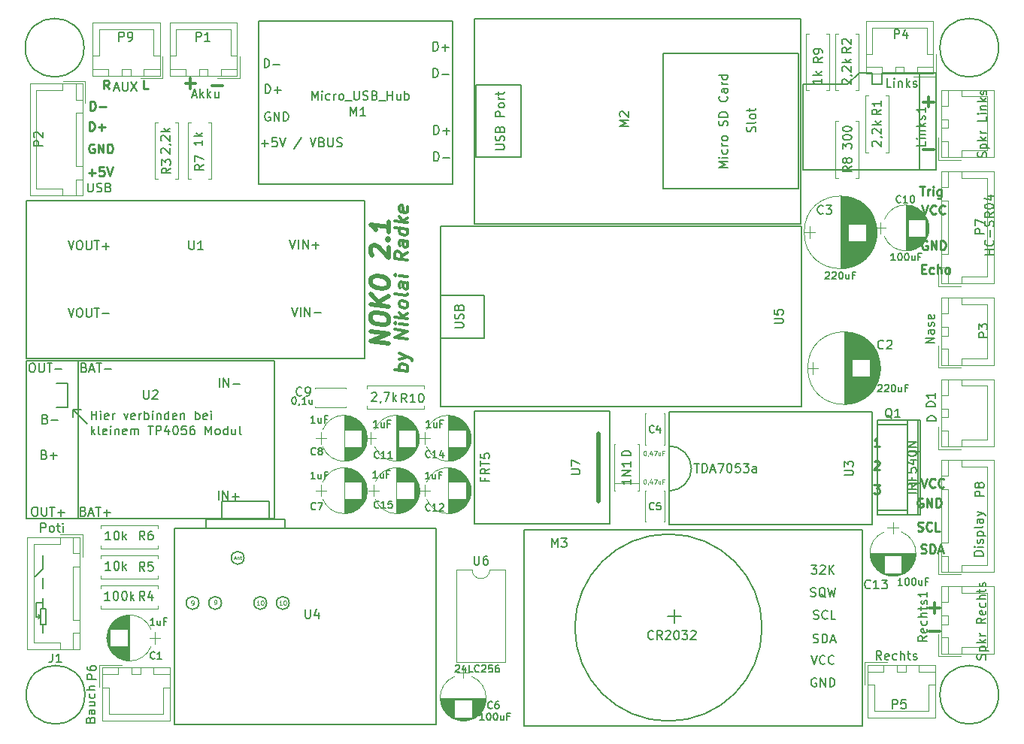
<source format=gbr>
G04 #@! TF.FileFunction,Legend,Top*
%FSLAX46Y46*%
G04 Gerber Fmt 4.6, Leading zero omitted, Abs format (unit mm)*
G04 Created by KiCad (PCBNEW 4.0.6+dfsg1-1) date Mon Jan 15 11:50:26 2018*
%MOMM*%
%LPD*%
G01*
G04 APERTURE LIST*
%ADD10C,0.100000*%
%ADD11C,0.300000*%
%ADD12C,0.200000*%
%ADD13C,0.250000*%
%ADD14C,0.500000*%
%ADD15C,0.120000*%
%ADD16C,0.150000*%
%ADD17C,0.125000*%
G04 APERTURE END LIST*
D10*
D11*
X131578571Y-104034821D02*
X130078571Y-103847321D01*
X130650000Y-103918750D02*
X130578571Y-103766964D01*
X130578571Y-103481250D01*
X130650000Y-103347322D01*
X130721429Y-103284822D01*
X130864286Y-103231250D01*
X131292857Y-103284821D01*
X131435714Y-103374107D01*
X131507143Y-103454465D01*
X131578571Y-103606250D01*
X131578571Y-103891964D01*
X131507143Y-104025893D01*
X130578571Y-102695535D02*
X131578571Y-102463392D01*
X130578571Y-101981250D02*
X131578571Y-102463392D01*
X131935714Y-102650893D01*
X132007143Y-102731250D01*
X132078571Y-102883035D01*
X131578571Y-100391964D02*
X130078571Y-100204464D01*
X131578571Y-99534821D01*
X130078571Y-99347321D01*
X131578571Y-98820535D02*
X130578571Y-98695535D01*
X130078571Y-98633035D02*
X130150000Y-98713393D01*
X130221429Y-98650893D01*
X130150000Y-98570536D01*
X130078571Y-98633035D01*
X130221429Y-98650893D01*
X131578571Y-98106249D02*
X130078571Y-97918749D01*
X131007143Y-97891964D02*
X131578571Y-97534821D01*
X130578571Y-97409821D02*
X131150000Y-98052678D01*
X131578571Y-96677677D02*
X131507143Y-96811607D01*
X131435714Y-96874106D01*
X131292857Y-96927678D01*
X130864286Y-96874107D01*
X130721429Y-96784821D01*
X130650000Y-96704464D01*
X130578571Y-96552677D01*
X130578571Y-96338392D01*
X130650000Y-96204464D01*
X130721429Y-96141964D01*
X130864286Y-96088392D01*
X131292857Y-96141963D01*
X131435714Y-96231249D01*
X131507143Y-96311607D01*
X131578571Y-96463392D01*
X131578571Y-96677677D01*
X131578571Y-95320534D02*
X131507143Y-95454464D01*
X131364286Y-95508035D01*
X130078571Y-95347320D01*
X131578571Y-94106249D02*
X130792857Y-94008035D01*
X130650000Y-94061607D01*
X130578571Y-94195535D01*
X130578571Y-94481249D01*
X130650000Y-94633035D01*
X131507143Y-94097321D02*
X131578571Y-94249106D01*
X131578571Y-94606249D01*
X131507143Y-94740178D01*
X131364286Y-94793750D01*
X131221429Y-94775893D01*
X131078571Y-94686606D01*
X131007143Y-94534821D01*
X131007143Y-94177678D01*
X130935714Y-94025892D01*
X131578571Y-93391963D02*
X130578571Y-93266963D01*
X130078571Y-93204463D02*
X130150000Y-93284821D01*
X130221429Y-93222321D01*
X130150000Y-93141964D01*
X130078571Y-93204463D01*
X130221429Y-93222321D01*
X131578571Y-90677677D02*
X130864286Y-91088392D01*
X131578571Y-91534820D02*
X130078571Y-91347320D01*
X130078571Y-90775892D01*
X130150000Y-90641963D01*
X130221429Y-90579464D01*
X130364286Y-90525892D01*
X130578571Y-90552677D01*
X130721429Y-90641964D01*
X130792857Y-90722320D01*
X130864286Y-90874107D01*
X130864286Y-91445535D01*
X131578571Y-89391963D02*
X130792857Y-89293749D01*
X130650000Y-89347321D01*
X130578571Y-89481249D01*
X130578571Y-89766963D01*
X130650000Y-89918749D01*
X131507143Y-89383035D02*
X131578571Y-89534820D01*
X131578571Y-89891963D01*
X131507143Y-90025892D01*
X131364286Y-90079464D01*
X131221429Y-90061607D01*
X131078571Y-89972320D01*
X131007143Y-89820535D01*
X131007143Y-89463392D01*
X130935714Y-89311606D01*
X131578571Y-88034820D02*
X130078571Y-87847320D01*
X131507143Y-88025892D02*
X131578571Y-88177677D01*
X131578571Y-88463391D01*
X131507143Y-88597321D01*
X131435714Y-88659820D01*
X131292857Y-88713392D01*
X130864286Y-88659821D01*
X130721429Y-88570535D01*
X130650000Y-88490178D01*
X130578571Y-88338391D01*
X130578571Y-88052677D01*
X130650000Y-87918749D01*
X131578571Y-87320534D02*
X130078571Y-87133034D01*
X131007143Y-87106249D02*
X131578571Y-86749106D01*
X130578571Y-86624106D02*
X131150000Y-87266963D01*
X131507143Y-85525892D02*
X131578571Y-85677677D01*
X131578571Y-85963391D01*
X131507143Y-86097320D01*
X131364286Y-86150892D01*
X130792857Y-86079463D01*
X130650000Y-85990177D01*
X130578571Y-85838391D01*
X130578571Y-85552677D01*
X130650000Y-85418749D01*
X130792857Y-85365177D01*
X130935714Y-85383034D01*
X131078571Y-86115177D01*
D12*
X90200000Y-131700000D02*
X90000000Y-131900000D01*
X90000000Y-131500000D02*
X90200000Y-131700000D01*
X90200000Y-131700000D02*
X90000000Y-131500000D01*
X89700000Y-131700000D02*
X90200000Y-131700000D01*
X89700000Y-130100000D02*
X89700000Y-131700000D01*
X90500000Y-130100000D02*
X89700000Y-130100000D01*
X90500000Y-129600000D02*
X90500000Y-130100000D01*
X90500000Y-130100000D02*
X90500000Y-129600000D01*
X90500000Y-132600000D02*
X90500000Y-133500000D01*
X90200000Y-132600000D02*
X90500000Y-132600000D01*
X90200000Y-130800000D02*
X90200000Y-132600000D01*
X90800000Y-130800000D02*
X90200000Y-130800000D01*
X90800000Y-132600000D02*
X90800000Y-130800000D01*
X90200000Y-132600000D02*
X90800000Y-132600000D01*
X90200000Y-130800000D02*
X90200000Y-132600000D01*
X90500000Y-130800000D02*
X90200000Y-130800000D01*
X90500000Y-130100000D02*
X90500000Y-130800000D01*
X90500000Y-127300000D02*
X90500000Y-128500000D01*
X90500000Y-126300000D02*
X89600000Y-127200000D01*
X90500000Y-124800000D02*
X90500000Y-126300000D01*
X93900000Y-108400000D02*
X94800000Y-108400000D01*
X93900000Y-109200000D02*
X93900000Y-108400000D01*
X93900000Y-108400000D02*
X93900000Y-109200000D01*
X93900000Y-108400000D02*
X95500000Y-110000000D01*
X95938095Y-109502381D02*
X95938095Y-108502381D01*
X95938095Y-108978571D02*
X96509524Y-108978571D01*
X96509524Y-109502381D02*
X96509524Y-108502381D01*
X96985714Y-109502381D02*
X96985714Y-108835714D01*
X96985714Y-108502381D02*
X96938095Y-108550000D01*
X96985714Y-108597619D01*
X97033333Y-108550000D01*
X96985714Y-108502381D01*
X96985714Y-108597619D01*
X97842857Y-109454762D02*
X97747619Y-109502381D01*
X97557142Y-109502381D01*
X97461904Y-109454762D01*
X97414285Y-109359524D01*
X97414285Y-108978571D01*
X97461904Y-108883333D01*
X97557142Y-108835714D01*
X97747619Y-108835714D01*
X97842857Y-108883333D01*
X97890476Y-108978571D01*
X97890476Y-109073810D01*
X97414285Y-109169048D01*
X98319047Y-109502381D02*
X98319047Y-108835714D01*
X98319047Y-109026190D02*
X98366666Y-108930952D01*
X98414285Y-108883333D01*
X98509523Y-108835714D01*
X98604762Y-108835714D01*
X99604762Y-108835714D02*
X99842857Y-109502381D01*
X100080953Y-108835714D01*
X100842858Y-109454762D02*
X100747620Y-109502381D01*
X100557143Y-109502381D01*
X100461905Y-109454762D01*
X100414286Y-109359524D01*
X100414286Y-108978571D01*
X100461905Y-108883333D01*
X100557143Y-108835714D01*
X100747620Y-108835714D01*
X100842858Y-108883333D01*
X100890477Y-108978571D01*
X100890477Y-109073810D01*
X100414286Y-109169048D01*
X101319048Y-109502381D02*
X101319048Y-108835714D01*
X101319048Y-109026190D02*
X101366667Y-108930952D01*
X101414286Y-108883333D01*
X101509524Y-108835714D01*
X101604763Y-108835714D01*
X101938096Y-109502381D02*
X101938096Y-108502381D01*
X101938096Y-108883333D02*
X102033334Y-108835714D01*
X102223811Y-108835714D01*
X102319049Y-108883333D01*
X102366668Y-108930952D01*
X102414287Y-109026190D01*
X102414287Y-109311905D01*
X102366668Y-109407143D01*
X102319049Y-109454762D01*
X102223811Y-109502381D01*
X102033334Y-109502381D01*
X101938096Y-109454762D01*
X102842858Y-109502381D02*
X102842858Y-108835714D01*
X102842858Y-108502381D02*
X102795239Y-108550000D01*
X102842858Y-108597619D01*
X102890477Y-108550000D01*
X102842858Y-108502381D01*
X102842858Y-108597619D01*
X103319048Y-108835714D02*
X103319048Y-109502381D01*
X103319048Y-108930952D02*
X103366667Y-108883333D01*
X103461905Y-108835714D01*
X103604763Y-108835714D01*
X103700001Y-108883333D01*
X103747620Y-108978571D01*
X103747620Y-109502381D01*
X104652382Y-109502381D02*
X104652382Y-108502381D01*
X104652382Y-109454762D02*
X104557144Y-109502381D01*
X104366667Y-109502381D01*
X104271429Y-109454762D01*
X104223810Y-109407143D01*
X104176191Y-109311905D01*
X104176191Y-109026190D01*
X104223810Y-108930952D01*
X104271429Y-108883333D01*
X104366667Y-108835714D01*
X104557144Y-108835714D01*
X104652382Y-108883333D01*
X105509525Y-109454762D02*
X105414287Y-109502381D01*
X105223810Y-109502381D01*
X105128572Y-109454762D01*
X105080953Y-109359524D01*
X105080953Y-108978571D01*
X105128572Y-108883333D01*
X105223810Y-108835714D01*
X105414287Y-108835714D01*
X105509525Y-108883333D01*
X105557144Y-108978571D01*
X105557144Y-109073810D01*
X105080953Y-109169048D01*
X105985715Y-108835714D02*
X105985715Y-109502381D01*
X105985715Y-108930952D02*
X106033334Y-108883333D01*
X106128572Y-108835714D01*
X106271430Y-108835714D01*
X106366668Y-108883333D01*
X106414287Y-108978571D01*
X106414287Y-109502381D01*
X107652382Y-109502381D02*
X107652382Y-108502381D01*
X107652382Y-108883333D02*
X107747620Y-108835714D01*
X107938097Y-108835714D01*
X108033335Y-108883333D01*
X108080954Y-108930952D01*
X108128573Y-109026190D01*
X108128573Y-109311905D01*
X108080954Y-109407143D01*
X108033335Y-109454762D01*
X107938097Y-109502381D01*
X107747620Y-109502381D01*
X107652382Y-109454762D01*
X108938097Y-109454762D02*
X108842859Y-109502381D01*
X108652382Y-109502381D01*
X108557144Y-109454762D01*
X108509525Y-109359524D01*
X108509525Y-108978571D01*
X108557144Y-108883333D01*
X108652382Y-108835714D01*
X108842859Y-108835714D01*
X108938097Y-108883333D01*
X108985716Y-108978571D01*
X108985716Y-109073810D01*
X108509525Y-109169048D01*
X109414287Y-109502381D02*
X109414287Y-108835714D01*
X109414287Y-108502381D02*
X109366668Y-108550000D01*
X109414287Y-108597619D01*
X109461906Y-108550000D01*
X109414287Y-108502381D01*
X109414287Y-108597619D01*
X95938095Y-111202381D02*
X95938095Y-110202381D01*
X96033333Y-110821429D02*
X96319048Y-111202381D01*
X96319048Y-110535714D02*
X95938095Y-110916667D01*
X96890476Y-111202381D02*
X96795238Y-111154762D01*
X96747619Y-111059524D01*
X96747619Y-110202381D01*
X97652382Y-111154762D02*
X97557144Y-111202381D01*
X97366667Y-111202381D01*
X97271429Y-111154762D01*
X97223810Y-111059524D01*
X97223810Y-110678571D01*
X97271429Y-110583333D01*
X97366667Y-110535714D01*
X97557144Y-110535714D01*
X97652382Y-110583333D01*
X97700001Y-110678571D01*
X97700001Y-110773810D01*
X97223810Y-110869048D01*
X98128572Y-111202381D02*
X98128572Y-110535714D01*
X98128572Y-110202381D02*
X98080953Y-110250000D01*
X98128572Y-110297619D01*
X98176191Y-110250000D01*
X98128572Y-110202381D01*
X98128572Y-110297619D01*
X98604762Y-110535714D02*
X98604762Y-111202381D01*
X98604762Y-110630952D02*
X98652381Y-110583333D01*
X98747619Y-110535714D01*
X98890477Y-110535714D01*
X98985715Y-110583333D01*
X99033334Y-110678571D01*
X99033334Y-111202381D01*
X99890477Y-111154762D02*
X99795239Y-111202381D01*
X99604762Y-111202381D01*
X99509524Y-111154762D01*
X99461905Y-111059524D01*
X99461905Y-110678571D01*
X99509524Y-110583333D01*
X99604762Y-110535714D01*
X99795239Y-110535714D01*
X99890477Y-110583333D01*
X99938096Y-110678571D01*
X99938096Y-110773810D01*
X99461905Y-110869048D01*
X100366667Y-111202381D02*
X100366667Y-110535714D01*
X100366667Y-110630952D02*
X100414286Y-110583333D01*
X100509524Y-110535714D01*
X100652382Y-110535714D01*
X100747620Y-110583333D01*
X100795239Y-110678571D01*
X100795239Y-111202381D01*
X100795239Y-110678571D02*
X100842858Y-110583333D01*
X100938096Y-110535714D01*
X101080953Y-110535714D01*
X101176191Y-110583333D01*
X101223810Y-110678571D01*
X101223810Y-111202381D01*
X102319048Y-110202381D02*
X102890477Y-110202381D01*
X102604762Y-111202381D02*
X102604762Y-110202381D01*
X103223810Y-111202381D02*
X103223810Y-110202381D01*
X103604763Y-110202381D01*
X103700001Y-110250000D01*
X103747620Y-110297619D01*
X103795239Y-110392857D01*
X103795239Y-110535714D01*
X103747620Y-110630952D01*
X103700001Y-110678571D01*
X103604763Y-110726190D01*
X103223810Y-110726190D01*
X104652382Y-110535714D02*
X104652382Y-111202381D01*
X104414286Y-110154762D02*
X104176191Y-110869048D01*
X104795239Y-110869048D01*
X105366667Y-110202381D02*
X105461906Y-110202381D01*
X105557144Y-110250000D01*
X105604763Y-110297619D01*
X105652382Y-110392857D01*
X105700001Y-110583333D01*
X105700001Y-110821429D01*
X105652382Y-111011905D01*
X105604763Y-111107143D01*
X105557144Y-111154762D01*
X105461906Y-111202381D01*
X105366667Y-111202381D01*
X105271429Y-111154762D01*
X105223810Y-111107143D01*
X105176191Y-111011905D01*
X105128572Y-110821429D01*
X105128572Y-110583333D01*
X105176191Y-110392857D01*
X105223810Y-110297619D01*
X105271429Y-110250000D01*
X105366667Y-110202381D01*
X106604763Y-110202381D02*
X106128572Y-110202381D01*
X106080953Y-110678571D01*
X106128572Y-110630952D01*
X106223810Y-110583333D01*
X106461906Y-110583333D01*
X106557144Y-110630952D01*
X106604763Y-110678571D01*
X106652382Y-110773810D01*
X106652382Y-111011905D01*
X106604763Y-111107143D01*
X106557144Y-111154762D01*
X106461906Y-111202381D01*
X106223810Y-111202381D01*
X106128572Y-111154762D01*
X106080953Y-111107143D01*
X107509525Y-110202381D02*
X107319048Y-110202381D01*
X107223810Y-110250000D01*
X107176191Y-110297619D01*
X107080953Y-110440476D01*
X107033334Y-110630952D01*
X107033334Y-111011905D01*
X107080953Y-111107143D01*
X107128572Y-111154762D01*
X107223810Y-111202381D01*
X107414287Y-111202381D01*
X107509525Y-111154762D01*
X107557144Y-111107143D01*
X107604763Y-111011905D01*
X107604763Y-110773810D01*
X107557144Y-110678571D01*
X107509525Y-110630952D01*
X107414287Y-110583333D01*
X107223810Y-110583333D01*
X107128572Y-110630952D01*
X107080953Y-110678571D01*
X107033334Y-110773810D01*
X108795239Y-111202381D02*
X108795239Y-110202381D01*
X109128573Y-110916667D01*
X109461906Y-110202381D01*
X109461906Y-111202381D01*
X110080953Y-111202381D02*
X109985715Y-111154762D01*
X109938096Y-111107143D01*
X109890477Y-111011905D01*
X109890477Y-110726190D01*
X109938096Y-110630952D01*
X109985715Y-110583333D01*
X110080953Y-110535714D01*
X110223811Y-110535714D01*
X110319049Y-110583333D01*
X110366668Y-110630952D01*
X110414287Y-110726190D01*
X110414287Y-111011905D01*
X110366668Y-111107143D01*
X110319049Y-111154762D01*
X110223811Y-111202381D01*
X110080953Y-111202381D01*
X111271430Y-111202381D02*
X111271430Y-110202381D01*
X111271430Y-111154762D02*
X111176192Y-111202381D01*
X110985715Y-111202381D01*
X110890477Y-111154762D01*
X110842858Y-111107143D01*
X110795239Y-111011905D01*
X110795239Y-110726190D01*
X110842858Y-110630952D01*
X110890477Y-110583333D01*
X110985715Y-110535714D01*
X111176192Y-110535714D01*
X111271430Y-110583333D01*
X112176192Y-110535714D02*
X112176192Y-111202381D01*
X111747620Y-110535714D02*
X111747620Y-111059524D01*
X111795239Y-111154762D01*
X111890477Y-111202381D01*
X112033335Y-111202381D01*
X112128573Y-111154762D01*
X112176192Y-111107143D01*
X112795239Y-111202381D02*
X112700001Y-111154762D01*
X112652382Y-111059524D01*
X112652382Y-110202381D01*
X92000000Y-108100000D02*
X92300000Y-108100000D01*
X92000000Y-105400000D02*
X92300000Y-105400000D01*
X92000000Y-105400000D02*
X92100000Y-105400000D01*
X93300000Y-108100000D02*
X92100000Y-108100000D01*
X93300000Y-105400000D02*
X93300000Y-108100000D01*
X92200000Y-105400000D02*
X93300000Y-105400000D01*
D13*
X97909524Y-72252381D02*
X97576190Y-71776190D01*
X97338095Y-72252381D02*
X97338095Y-71252381D01*
X97719048Y-71252381D01*
X97814286Y-71300000D01*
X97861905Y-71347619D01*
X97909524Y-71442857D01*
X97909524Y-71585714D01*
X97861905Y-71680952D01*
X97814286Y-71728571D01*
X97719048Y-71776190D01*
X97338095Y-71776190D01*
X102309524Y-72252381D02*
X101833333Y-72252381D01*
X101833333Y-71252381D01*
X95614286Y-81671429D02*
X96376191Y-81671429D01*
X95995239Y-82052381D02*
X95995239Y-81290476D01*
X97328572Y-81052381D02*
X96852381Y-81052381D01*
X96804762Y-81528571D01*
X96852381Y-81480952D01*
X96947619Y-81433333D01*
X97185715Y-81433333D01*
X97280953Y-81480952D01*
X97328572Y-81528571D01*
X97376191Y-81623810D01*
X97376191Y-81861905D01*
X97328572Y-81957143D01*
X97280953Y-82004762D01*
X97185715Y-82052381D01*
X96947619Y-82052381D01*
X96852381Y-82004762D01*
X96804762Y-81957143D01*
X97661905Y-81052381D02*
X97995238Y-82052381D01*
X98328572Y-81052381D01*
X96238096Y-78500000D02*
X96142858Y-78452381D01*
X96000001Y-78452381D01*
X95857143Y-78500000D01*
X95761905Y-78595238D01*
X95714286Y-78690476D01*
X95666667Y-78880952D01*
X95666667Y-79023810D01*
X95714286Y-79214286D01*
X95761905Y-79309524D01*
X95857143Y-79404762D01*
X96000001Y-79452381D01*
X96095239Y-79452381D01*
X96238096Y-79404762D01*
X96285715Y-79357143D01*
X96285715Y-79023810D01*
X96095239Y-79023810D01*
X96714286Y-79452381D02*
X96714286Y-78452381D01*
X97285715Y-79452381D01*
X97285715Y-78452381D01*
X97761905Y-79452381D02*
X97761905Y-78452381D01*
X98000000Y-78452381D01*
X98142858Y-78500000D01*
X98238096Y-78595238D01*
X98285715Y-78690476D01*
X98333334Y-78880952D01*
X98333334Y-79023810D01*
X98285715Y-79214286D01*
X98238096Y-79309524D01*
X98142858Y-79404762D01*
X98000000Y-79452381D01*
X97761905Y-79452381D01*
X95719048Y-76952381D02*
X95719048Y-75952381D01*
X95957143Y-75952381D01*
X96100001Y-76000000D01*
X96195239Y-76095238D01*
X96242858Y-76190476D01*
X96290477Y-76380952D01*
X96290477Y-76523810D01*
X96242858Y-76714286D01*
X96195239Y-76809524D01*
X96100001Y-76904762D01*
X95957143Y-76952381D01*
X95719048Y-76952381D01*
X96719048Y-76571429D02*
X97480953Y-76571429D01*
X97100001Y-76952381D02*
X97100001Y-76190476D01*
X95819048Y-74652381D02*
X95819048Y-73652381D01*
X96057143Y-73652381D01*
X96200001Y-73700000D01*
X96295239Y-73795238D01*
X96342858Y-73890476D01*
X96390477Y-74080952D01*
X96390477Y-74223810D01*
X96342858Y-74414286D01*
X96295239Y-74509524D01*
X96200001Y-74604762D01*
X96057143Y-74652381D01*
X95819048Y-74652381D01*
X96819048Y-74271429D02*
X97580953Y-74271429D01*
D11*
X106528572Y-71607143D02*
X107671429Y-71607143D01*
X107100000Y-72178571D02*
X107100000Y-71035714D01*
X109528572Y-71907143D02*
X110671429Y-71907143D01*
D13*
X184066667Y-116852381D02*
X184685715Y-116852381D01*
X184352381Y-117233333D01*
X184495239Y-117233333D01*
X184590477Y-117280952D01*
X184638096Y-117328571D01*
X184685715Y-117423810D01*
X184685715Y-117661905D01*
X184638096Y-117757143D01*
X184590477Y-117804762D01*
X184495239Y-117852381D01*
X184209524Y-117852381D01*
X184114286Y-117804762D01*
X184066667Y-117757143D01*
X184114286Y-114247619D02*
X184161905Y-114200000D01*
X184257143Y-114152381D01*
X184495239Y-114152381D01*
X184590477Y-114200000D01*
X184638096Y-114247619D01*
X184685715Y-114342857D01*
X184685715Y-114438095D01*
X184638096Y-114580952D01*
X184066667Y-115152381D01*
X184685715Y-115152381D01*
X184685715Y-112552381D02*
X184114286Y-112552381D01*
X184400000Y-112552381D02*
X184400000Y-111552381D01*
X184304762Y-111695238D01*
X184209524Y-111790476D01*
X184114286Y-111838095D01*
X189366667Y-116152381D02*
X189700000Y-117152381D01*
X190033334Y-116152381D01*
X190938096Y-117057143D02*
X190890477Y-117104762D01*
X190747620Y-117152381D01*
X190652382Y-117152381D01*
X190509524Y-117104762D01*
X190414286Y-117009524D01*
X190366667Y-116914286D01*
X190319048Y-116723810D01*
X190319048Y-116580952D01*
X190366667Y-116390476D01*
X190414286Y-116295238D01*
X190509524Y-116200000D01*
X190652382Y-116152381D01*
X190747620Y-116152381D01*
X190890477Y-116200000D01*
X190938096Y-116247619D01*
X191938096Y-117057143D02*
X191890477Y-117104762D01*
X191747620Y-117152381D01*
X191652382Y-117152381D01*
X191509524Y-117104762D01*
X191414286Y-117009524D01*
X191366667Y-116914286D01*
X191319048Y-116723810D01*
X191319048Y-116580952D01*
X191366667Y-116390476D01*
X191414286Y-116295238D01*
X191509524Y-116200000D01*
X191652382Y-116152381D01*
X191747620Y-116152381D01*
X191890477Y-116200000D01*
X191938096Y-116247619D01*
X189538096Y-118400000D02*
X189442858Y-118352381D01*
X189300001Y-118352381D01*
X189157143Y-118400000D01*
X189061905Y-118495238D01*
X189014286Y-118590476D01*
X188966667Y-118780952D01*
X188966667Y-118923810D01*
X189014286Y-119114286D01*
X189061905Y-119209524D01*
X189157143Y-119304762D01*
X189300001Y-119352381D01*
X189395239Y-119352381D01*
X189538096Y-119304762D01*
X189585715Y-119257143D01*
X189585715Y-118923810D01*
X189395239Y-118923810D01*
X190014286Y-119352381D02*
X190014286Y-118352381D01*
X190585715Y-119352381D01*
X190585715Y-118352381D01*
X191061905Y-119352381D02*
X191061905Y-118352381D01*
X191300000Y-118352381D01*
X191442858Y-118400000D01*
X191538096Y-118495238D01*
X191585715Y-118590476D01*
X191633334Y-118780952D01*
X191633334Y-118923810D01*
X191585715Y-119114286D01*
X191538096Y-119209524D01*
X191442858Y-119304762D01*
X191300000Y-119352381D01*
X191061905Y-119352381D01*
X189009524Y-122004762D02*
X189152381Y-122052381D01*
X189390477Y-122052381D01*
X189485715Y-122004762D01*
X189533334Y-121957143D01*
X189580953Y-121861905D01*
X189580953Y-121766667D01*
X189533334Y-121671429D01*
X189485715Y-121623810D01*
X189390477Y-121576190D01*
X189200000Y-121528571D01*
X189104762Y-121480952D01*
X189057143Y-121433333D01*
X189009524Y-121338095D01*
X189009524Y-121242857D01*
X189057143Y-121147619D01*
X189104762Y-121100000D01*
X189200000Y-121052381D01*
X189438096Y-121052381D01*
X189580953Y-121100000D01*
X190580953Y-121957143D02*
X190533334Y-122004762D01*
X190390477Y-122052381D01*
X190295239Y-122052381D01*
X190152381Y-122004762D01*
X190057143Y-121909524D01*
X190009524Y-121814286D01*
X189961905Y-121623810D01*
X189961905Y-121480952D01*
X190009524Y-121290476D01*
X190057143Y-121195238D01*
X190152381Y-121100000D01*
X190295239Y-121052381D01*
X190390477Y-121052381D01*
X190533334Y-121100000D01*
X190580953Y-121147619D01*
X191485715Y-122052381D02*
X191009524Y-122052381D01*
X191009524Y-121052381D01*
X189385714Y-124504762D02*
X189528571Y-124552381D01*
X189766667Y-124552381D01*
X189861905Y-124504762D01*
X189909524Y-124457143D01*
X189957143Y-124361905D01*
X189957143Y-124266667D01*
X189909524Y-124171429D01*
X189861905Y-124123810D01*
X189766667Y-124076190D01*
X189576190Y-124028571D01*
X189480952Y-123980952D01*
X189433333Y-123933333D01*
X189385714Y-123838095D01*
X189385714Y-123742857D01*
X189433333Y-123647619D01*
X189480952Y-123600000D01*
X189576190Y-123552381D01*
X189814286Y-123552381D01*
X189957143Y-123600000D01*
X190385714Y-124552381D02*
X190385714Y-123552381D01*
X190623809Y-123552381D01*
X190766667Y-123600000D01*
X190861905Y-123695238D01*
X190909524Y-123790476D01*
X190957143Y-123980952D01*
X190957143Y-124123810D01*
X190909524Y-124314286D01*
X190861905Y-124409524D01*
X190766667Y-124504762D01*
X190623809Y-124552381D01*
X190385714Y-124552381D01*
X191338095Y-124266667D02*
X191814286Y-124266667D01*
X191242857Y-124552381D02*
X191576190Y-123552381D01*
X191909524Y-124552381D01*
X189214286Y-83252381D02*
X189785715Y-83252381D01*
X189500000Y-84252381D02*
X189500000Y-83252381D01*
X190119048Y-84252381D02*
X190119048Y-83585714D01*
X190119048Y-83776190D02*
X190166667Y-83680952D01*
X190214286Y-83633333D01*
X190309524Y-83585714D01*
X190404763Y-83585714D01*
X190738096Y-84252381D02*
X190738096Y-83585714D01*
X190738096Y-83252381D02*
X190690477Y-83300000D01*
X190738096Y-83347619D01*
X190785715Y-83300000D01*
X190738096Y-83252381D01*
X190738096Y-83347619D01*
X191642858Y-83585714D02*
X191642858Y-84395238D01*
X191595239Y-84490476D01*
X191547620Y-84538095D01*
X191452381Y-84585714D01*
X191309524Y-84585714D01*
X191214286Y-84538095D01*
X191642858Y-84204762D02*
X191547620Y-84252381D01*
X191357143Y-84252381D01*
X191261905Y-84204762D01*
X191214286Y-84157143D01*
X191166667Y-84061905D01*
X191166667Y-83776190D01*
X191214286Y-83680952D01*
X191261905Y-83633333D01*
X191357143Y-83585714D01*
X191547620Y-83585714D01*
X191642858Y-83633333D01*
X189452381Y-92528571D02*
X189785715Y-92528571D01*
X189928572Y-93052381D02*
X189452381Y-93052381D01*
X189452381Y-92052381D01*
X189928572Y-92052381D01*
X190785715Y-93004762D02*
X190690477Y-93052381D01*
X190500000Y-93052381D01*
X190404762Y-93004762D01*
X190357143Y-92957143D01*
X190309524Y-92861905D01*
X190309524Y-92576190D01*
X190357143Y-92480952D01*
X190404762Y-92433333D01*
X190500000Y-92385714D01*
X190690477Y-92385714D01*
X190785715Y-92433333D01*
X191214286Y-93052381D02*
X191214286Y-92052381D01*
X191642858Y-93052381D02*
X191642858Y-92528571D01*
X191595239Y-92433333D01*
X191500001Y-92385714D01*
X191357143Y-92385714D01*
X191261905Y-92433333D01*
X191214286Y-92480952D01*
X192261905Y-93052381D02*
X192166667Y-93004762D01*
X192119048Y-92957143D01*
X192071429Y-92861905D01*
X192071429Y-92576190D01*
X192119048Y-92480952D01*
X192166667Y-92433333D01*
X192261905Y-92385714D01*
X192404763Y-92385714D01*
X192500001Y-92433333D01*
X192547620Y-92480952D01*
X192595239Y-92576190D01*
X192595239Y-92861905D01*
X192547620Y-92957143D01*
X192500001Y-93004762D01*
X192404763Y-93052381D01*
X192261905Y-93052381D01*
X190038096Y-89400000D02*
X189942858Y-89352381D01*
X189800001Y-89352381D01*
X189657143Y-89400000D01*
X189561905Y-89495238D01*
X189514286Y-89590476D01*
X189466667Y-89780952D01*
X189466667Y-89923810D01*
X189514286Y-90114286D01*
X189561905Y-90209524D01*
X189657143Y-90304762D01*
X189800001Y-90352381D01*
X189895239Y-90352381D01*
X190038096Y-90304762D01*
X190085715Y-90257143D01*
X190085715Y-89923810D01*
X189895239Y-89923810D01*
X190514286Y-90352381D02*
X190514286Y-89352381D01*
X191085715Y-90352381D01*
X191085715Y-89352381D01*
X191561905Y-90352381D02*
X191561905Y-89352381D01*
X191800000Y-89352381D01*
X191942858Y-89400000D01*
X192038096Y-89495238D01*
X192085715Y-89590476D01*
X192133334Y-89780952D01*
X192133334Y-89923810D01*
X192085715Y-90114286D01*
X192038096Y-90209524D01*
X191942858Y-90304762D01*
X191800000Y-90352381D01*
X191561905Y-90352381D01*
X189466667Y-85352381D02*
X189800000Y-86352381D01*
X190133334Y-85352381D01*
X191038096Y-86257143D02*
X190990477Y-86304762D01*
X190847620Y-86352381D01*
X190752382Y-86352381D01*
X190609524Y-86304762D01*
X190514286Y-86209524D01*
X190466667Y-86114286D01*
X190419048Y-85923810D01*
X190419048Y-85780952D01*
X190466667Y-85590476D01*
X190514286Y-85495238D01*
X190609524Y-85400000D01*
X190752382Y-85352381D01*
X190847620Y-85352381D01*
X190990477Y-85400000D01*
X191038096Y-85447619D01*
X192038096Y-86257143D02*
X191990477Y-86304762D01*
X191847620Y-86352381D01*
X191752382Y-86352381D01*
X191609524Y-86304762D01*
X191514286Y-86209524D01*
X191466667Y-86114286D01*
X191419048Y-85923810D01*
X191419048Y-85780952D01*
X191466667Y-85590476D01*
X191514286Y-85495238D01*
X191609524Y-85400000D01*
X191752382Y-85352381D01*
X191847620Y-85352381D01*
X191990477Y-85400000D01*
X192038096Y-85447619D01*
D11*
X189628572Y-73707143D02*
X190771429Y-73707143D01*
X190200000Y-74278571D02*
X190200000Y-73135714D01*
X189628572Y-79107143D02*
X190771429Y-79107143D01*
X190328572Y-130707143D02*
X191471429Y-130707143D01*
X190900000Y-131278571D02*
X190900000Y-130135714D01*
X190328572Y-133307143D02*
X191471429Y-133307143D01*
D12*
X198106055Y-140500000D02*
G75*
G03X198106055Y-140500000I-3306055J0D01*
G01*
X198106055Y-67600000D02*
G75*
G03X198106055Y-67600000I-3306055J0D01*
G01*
X95106055Y-67600000D02*
G75*
G03X95106055Y-67600000I-3306055J0D01*
G01*
X95206055Y-140500000D02*
G75*
G03X95206055Y-140500000I-3306055J0D01*
G01*
D14*
X129404762Y-100922619D02*
X127404762Y-100672619D01*
X129404762Y-99779761D01*
X127404762Y-99529761D01*
X127404762Y-98196428D02*
X127404762Y-97815476D01*
X127500000Y-97636905D01*
X127690476Y-97470237D01*
X128071429Y-97422619D01*
X128738095Y-97505952D01*
X129119048Y-97648809D01*
X129309524Y-97863095D01*
X129404762Y-98065476D01*
X129404762Y-98446428D01*
X129309524Y-98624999D01*
X129119048Y-98791667D01*
X128738095Y-98839286D01*
X128071429Y-98755953D01*
X127690476Y-98613095D01*
X127500000Y-98398809D01*
X127404762Y-98196428D01*
X129404762Y-96732143D02*
X127404762Y-96482143D01*
X129404762Y-95589285D02*
X128261905Y-96303571D01*
X127404762Y-95339285D02*
X128547619Y-96625000D01*
X127404762Y-94101190D02*
X127404762Y-93720238D01*
X127500000Y-93541667D01*
X127690476Y-93374999D01*
X128071429Y-93327381D01*
X128738095Y-93410714D01*
X129119048Y-93553571D01*
X129309524Y-93767857D01*
X129404762Y-93970238D01*
X129404762Y-94351190D01*
X129309524Y-94529761D01*
X129119048Y-94696429D01*
X128738095Y-94744048D01*
X128071429Y-94660715D01*
X127690476Y-94517857D01*
X127500000Y-94303571D01*
X127404762Y-94101190D01*
X127595238Y-90982143D02*
X127500000Y-90875000D01*
X127404762Y-90672618D01*
X127404762Y-90196428D01*
X127500000Y-90017857D01*
X127595238Y-89934524D01*
X127785714Y-89863094D01*
X127976190Y-89886904D01*
X128261905Y-90017857D01*
X129404762Y-91303571D01*
X129404762Y-90065475D01*
X129214286Y-89184524D02*
X129309524Y-89101189D01*
X129404762Y-89208333D01*
X129309524Y-89291666D01*
X129214286Y-89184524D01*
X129404762Y-89208333D01*
X129404762Y-87208332D02*
X129404762Y-88351190D01*
X129404762Y-87779761D02*
X127404762Y-87529761D01*
X127690476Y-87755951D01*
X127880952Y-87970237D01*
X127976190Y-88172619D01*
D15*
X154920000Y-117550000D02*
X154790000Y-117550000D01*
X154790000Y-117550000D02*
X154790000Y-112230000D01*
X154790000Y-112230000D02*
X154920000Y-112230000D01*
X157480000Y-117550000D02*
X157610000Y-117550000D01*
X157610000Y-117550000D02*
X157610000Y-112230000D01*
X157610000Y-112230000D02*
X157480000Y-112230000D01*
X154790000Y-116710000D02*
X157610000Y-116710000D01*
X97853137Y-135081400D02*
G75*
G03X102647436Y-135080000I2396863J981400D01*
G01*
X97853137Y-133118600D02*
G75*
G02X102647436Y-133120000I2396863J-981400D01*
G01*
X97853137Y-133118600D02*
G75*
G03X97852564Y-135080000I2396863J-981400D01*
G01*
X100250000Y-136650000D02*
X100250000Y-131550000D01*
X100210000Y-136650000D02*
X100210000Y-131550000D01*
X100170000Y-136649000D02*
X100170000Y-131551000D01*
X100130000Y-136648000D02*
X100130000Y-131552000D01*
X100090000Y-136646000D02*
X100090000Y-131554000D01*
X100050000Y-136643000D02*
X100050000Y-131557000D01*
X100010000Y-136639000D02*
X100010000Y-131561000D01*
X99970000Y-136635000D02*
X99970000Y-135080000D01*
X99970000Y-133120000D02*
X99970000Y-131565000D01*
X99930000Y-136631000D02*
X99930000Y-135080000D01*
X99930000Y-133120000D02*
X99930000Y-131569000D01*
X99890000Y-136625000D02*
X99890000Y-135080000D01*
X99890000Y-133120000D02*
X99890000Y-131575000D01*
X99850000Y-136619000D02*
X99850000Y-135080000D01*
X99850000Y-133120000D02*
X99850000Y-131581000D01*
X99810000Y-136613000D02*
X99810000Y-135080000D01*
X99810000Y-133120000D02*
X99810000Y-131587000D01*
X99770000Y-136606000D02*
X99770000Y-135080000D01*
X99770000Y-133120000D02*
X99770000Y-131594000D01*
X99730000Y-136598000D02*
X99730000Y-135080000D01*
X99730000Y-133120000D02*
X99730000Y-131602000D01*
X99690000Y-136589000D02*
X99690000Y-135080000D01*
X99690000Y-133120000D02*
X99690000Y-131611000D01*
X99650000Y-136580000D02*
X99650000Y-135080000D01*
X99650000Y-133120000D02*
X99650000Y-131620000D01*
X99610000Y-136570000D02*
X99610000Y-135080000D01*
X99610000Y-133120000D02*
X99610000Y-131630000D01*
X99570000Y-136560000D02*
X99570000Y-135080000D01*
X99570000Y-133120000D02*
X99570000Y-131640000D01*
X99529000Y-136548000D02*
X99529000Y-135080000D01*
X99529000Y-133120000D02*
X99529000Y-131652000D01*
X99489000Y-136536000D02*
X99489000Y-135080000D01*
X99489000Y-133120000D02*
X99489000Y-131664000D01*
X99449000Y-136524000D02*
X99449000Y-135080000D01*
X99449000Y-133120000D02*
X99449000Y-131676000D01*
X99409000Y-136510000D02*
X99409000Y-135080000D01*
X99409000Y-133120000D02*
X99409000Y-131690000D01*
X99369000Y-136496000D02*
X99369000Y-135080000D01*
X99369000Y-133120000D02*
X99369000Y-131704000D01*
X99329000Y-136482000D02*
X99329000Y-135080000D01*
X99329000Y-133120000D02*
X99329000Y-131718000D01*
X99289000Y-136466000D02*
X99289000Y-135080000D01*
X99289000Y-133120000D02*
X99289000Y-131734000D01*
X99249000Y-136450000D02*
X99249000Y-135080000D01*
X99249000Y-133120000D02*
X99249000Y-131750000D01*
X99209000Y-136433000D02*
X99209000Y-135080000D01*
X99209000Y-133120000D02*
X99209000Y-131767000D01*
X99169000Y-136415000D02*
X99169000Y-135080000D01*
X99169000Y-133120000D02*
X99169000Y-131785000D01*
X99129000Y-136396000D02*
X99129000Y-135080000D01*
X99129000Y-133120000D02*
X99129000Y-131804000D01*
X99089000Y-136376000D02*
X99089000Y-135080000D01*
X99089000Y-133120000D02*
X99089000Y-131824000D01*
X99049000Y-136356000D02*
X99049000Y-135080000D01*
X99049000Y-133120000D02*
X99049000Y-131844000D01*
X99009000Y-136334000D02*
X99009000Y-135080000D01*
X99009000Y-133120000D02*
X99009000Y-131866000D01*
X98969000Y-136312000D02*
X98969000Y-135080000D01*
X98969000Y-133120000D02*
X98969000Y-131888000D01*
X98929000Y-136289000D02*
X98929000Y-135080000D01*
X98929000Y-133120000D02*
X98929000Y-131911000D01*
X98889000Y-136265000D02*
X98889000Y-135080000D01*
X98889000Y-133120000D02*
X98889000Y-131935000D01*
X98849000Y-136240000D02*
X98849000Y-135080000D01*
X98849000Y-133120000D02*
X98849000Y-131960000D01*
X98809000Y-136213000D02*
X98809000Y-135080000D01*
X98809000Y-133120000D02*
X98809000Y-131987000D01*
X98769000Y-136186000D02*
X98769000Y-135080000D01*
X98769000Y-133120000D02*
X98769000Y-132014000D01*
X98729000Y-136158000D02*
X98729000Y-135080000D01*
X98729000Y-133120000D02*
X98729000Y-132042000D01*
X98689000Y-136128000D02*
X98689000Y-135080000D01*
X98689000Y-133120000D02*
X98689000Y-132072000D01*
X98649000Y-136097000D02*
X98649000Y-135080000D01*
X98649000Y-133120000D02*
X98649000Y-132103000D01*
X98609000Y-136065000D02*
X98609000Y-135080000D01*
X98609000Y-133120000D02*
X98609000Y-132135000D01*
X98569000Y-136032000D02*
X98569000Y-135080000D01*
X98569000Y-133120000D02*
X98569000Y-132168000D01*
X98529000Y-135997000D02*
X98529000Y-135080000D01*
X98529000Y-133120000D02*
X98529000Y-132203000D01*
X98489000Y-135961000D02*
X98489000Y-135080000D01*
X98489000Y-133120000D02*
X98489000Y-132239000D01*
X98449000Y-135923000D02*
X98449000Y-135080000D01*
X98449000Y-133120000D02*
X98449000Y-132277000D01*
X98409000Y-135883000D02*
X98409000Y-135080000D01*
X98409000Y-133120000D02*
X98409000Y-132317000D01*
X98369000Y-135842000D02*
X98369000Y-135080000D01*
X98369000Y-133120000D02*
X98369000Y-132358000D01*
X98329000Y-135799000D02*
X98329000Y-135080000D01*
X98329000Y-133120000D02*
X98329000Y-132401000D01*
X98289000Y-135754000D02*
X98289000Y-135080000D01*
X98289000Y-133120000D02*
X98289000Y-132446000D01*
X98249000Y-135706000D02*
X98249000Y-135080000D01*
X98249000Y-133120000D02*
X98249000Y-132494000D01*
X98209000Y-135656000D02*
X98209000Y-135080000D01*
X98209000Y-133120000D02*
X98209000Y-132544000D01*
X98169000Y-135604000D02*
X98169000Y-135080000D01*
X98169000Y-133120000D02*
X98169000Y-132596000D01*
X98129000Y-135548000D02*
X98129000Y-135080000D01*
X98129000Y-133120000D02*
X98129000Y-132652000D01*
X98089000Y-135490000D02*
X98089000Y-135080000D01*
X98089000Y-133120000D02*
X98089000Y-132710000D01*
X98049000Y-135427000D02*
X98049000Y-135080000D01*
X98049000Y-133120000D02*
X98049000Y-132773000D01*
X98009000Y-135361000D02*
X98009000Y-132839000D01*
X97969000Y-135289000D02*
X97969000Y-132911000D01*
X97929000Y-135212000D02*
X97929000Y-132988000D01*
X97889000Y-135128000D02*
X97889000Y-133072000D01*
X97849000Y-135034000D02*
X97849000Y-133166000D01*
X97809000Y-134929000D02*
X97809000Y-133271000D01*
X97769000Y-134807000D02*
X97769000Y-133393000D01*
X97729000Y-134659000D02*
X97729000Y-133541000D01*
X97689000Y-134454000D02*
X97689000Y-133746000D01*
X103700000Y-134100000D02*
X102500000Y-134100000D01*
X103100000Y-134750000D02*
X103100000Y-133450000D01*
X187181400Y-126946863D02*
G75*
G03X187180000Y-122152564I-981400J2396863D01*
G01*
X185218600Y-126946863D02*
G75*
G02X185220000Y-122152564I981400J2396863D01*
G01*
X185218600Y-126946863D02*
G75*
G03X187180000Y-126947436I981400J2396863D01*
G01*
X188750000Y-124550000D02*
X183650000Y-124550000D01*
X188750000Y-124590000D02*
X183650000Y-124590000D01*
X188749000Y-124630000D02*
X183651000Y-124630000D01*
X188748000Y-124670000D02*
X183652000Y-124670000D01*
X188746000Y-124710000D02*
X183654000Y-124710000D01*
X188743000Y-124750000D02*
X183657000Y-124750000D01*
X188739000Y-124790000D02*
X183661000Y-124790000D01*
X188735000Y-124830000D02*
X187180000Y-124830000D01*
X185220000Y-124830000D02*
X183665000Y-124830000D01*
X188731000Y-124870000D02*
X187180000Y-124870000D01*
X185220000Y-124870000D02*
X183669000Y-124870000D01*
X188725000Y-124910000D02*
X187180000Y-124910000D01*
X185220000Y-124910000D02*
X183675000Y-124910000D01*
X188719000Y-124950000D02*
X187180000Y-124950000D01*
X185220000Y-124950000D02*
X183681000Y-124950000D01*
X188713000Y-124990000D02*
X187180000Y-124990000D01*
X185220000Y-124990000D02*
X183687000Y-124990000D01*
X188706000Y-125030000D02*
X187180000Y-125030000D01*
X185220000Y-125030000D02*
X183694000Y-125030000D01*
X188698000Y-125070000D02*
X187180000Y-125070000D01*
X185220000Y-125070000D02*
X183702000Y-125070000D01*
X188689000Y-125110000D02*
X187180000Y-125110000D01*
X185220000Y-125110000D02*
X183711000Y-125110000D01*
X188680000Y-125150000D02*
X187180000Y-125150000D01*
X185220000Y-125150000D02*
X183720000Y-125150000D01*
X188670000Y-125190000D02*
X187180000Y-125190000D01*
X185220000Y-125190000D02*
X183730000Y-125190000D01*
X188660000Y-125230000D02*
X187180000Y-125230000D01*
X185220000Y-125230000D02*
X183740000Y-125230000D01*
X188648000Y-125271000D02*
X187180000Y-125271000D01*
X185220000Y-125271000D02*
X183752000Y-125271000D01*
X188636000Y-125311000D02*
X187180000Y-125311000D01*
X185220000Y-125311000D02*
X183764000Y-125311000D01*
X188624000Y-125351000D02*
X187180000Y-125351000D01*
X185220000Y-125351000D02*
X183776000Y-125351000D01*
X188610000Y-125391000D02*
X187180000Y-125391000D01*
X185220000Y-125391000D02*
X183790000Y-125391000D01*
X188596000Y-125431000D02*
X187180000Y-125431000D01*
X185220000Y-125431000D02*
X183804000Y-125431000D01*
X188582000Y-125471000D02*
X187180000Y-125471000D01*
X185220000Y-125471000D02*
X183818000Y-125471000D01*
X188566000Y-125511000D02*
X187180000Y-125511000D01*
X185220000Y-125511000D02*
X183834000Y-125511000D01*
X188550000Y-125551000D02*
X187180000Y-125551000D01*
X185220000Y-125551000D02*
X183850000Y-125551000D01*
X188533000Y-125591000D02*
X187180000Y-125591000D01*
X185220000Y-125591000D02*
X183867000Y-125591000D01*
X188515000Y-125631000D02*
X187180000Y-125631000D01*
X185220000Y-125631000D02*
X183885000Y-125631000D01*
X188496000Y-125671000D02*
X187180000Y-125671000D01*
X185220000Y-125671000D02*
X183904000Y-125671000D01*
X188476000Y-125711000D02*
X187180000Y-125711000D01*
X185220000Y-125711000D02*
X183924000Y-125711000D01*
X188456000Y-125751000D02*
X187180000Y-125751000D01*
X185220000Y-125751000D02*
X183944000Y-125751000D01*
X188434000Y-125791000D02*
X187180000Y-125791000D01*
X185220000Y-125791000D02*
X183966000Y-125791000D01*
X188412000Y-125831000D02*
X187180000Y-125831000D01*
X185220000Y-125831000D02*
X183988000Y-125831000D01*
X188389000Y-125871000D02*
X187180000Y-125871000D01*
X185220000Y-125871000D02*
X184011000Y-125871000D01*
X188365000Y-125911000D02*
X187180000Y-125911000D01*
X185220000Y-125911000D02*
X184035000Y-125911000D01*
X188340000Y-125951000D02*
X187180000Y-125951000D01*
X185220000Y-125951000D02*
X184060000Y-125951000D01*
X188313000Y-125991000D02*
X187180000Y-125991000D01*
X185220000Y-125991000D02*
X184087000Y-125991000D01*
X188286000Y-126031000D02*
X187180000Y-126031000D01*
X185220000Y-126031000D02*
X184114000Y-126031000D01*
X188258000Y-126071000D02*
X187180000Y-126071000D01*
X185220000Y-126071000D02*
X184142000Y-126071000D01*
X188228000Y-126111000D02*
X187180000Y-126111000D01*
X185220000Y-126111000D02*
X184172000Y-126111000D01*
X188197000Y-126151000D02*
X187180000Y-126151000D01*
X185220000Y-126151000D02*
X184203000Y-126151000D01*
X188165000Y-126191000D02*
X187180000Y-126191000D01*
X185220000Y-126191000D02*
X184235000Y-126191000D01*
X188132000Y-126231000D02*
X187180000Y-126231000D01*
X185220000Y-126231000D02*
X184268000Y-126231000D01*
X188097000Y-126271000D02*
X187180000Y-126271000D01*
X185220000Y-126271000D02*
X184303000Y-126271000D01*
X188061000Y-126311000D02*
X187180000Y-126311000D01*
X185220000Y-126311000D02*
X184339000Y-126311000D01*
X188023000Y-126351000D02*
X187180000Y-126351000D01*
X185220000Y-126351000D02*
X184377000Y-126351000D01*
X187983000Y-126391000D02*
X187180000Y-126391000D01*
X185220000Y-126391000D02*
X184417000Y-126391000D01*
X187942000Y-126431000D02*
X187180000Y-126431000D01*
X185220000Y-126431000D02*
X184458000Y-126431000D01*
X187899000Y-126471000D02*
X187180000Y-126471000D01*
X185220000Y-126471000D02*
X184501000Y-126471000D01*
X187854000Y-126511000D02*
X187180000Y-126511000D01*
X185220000Y-126511000D02*
X184546000Y-126511000D01*
X187806000Y-126551000D02*
X187180000Y-126551000D01*
X185220000Y-126551000D02*
X184594000Y-126551000D01*
X187756000Y-126591000D02*
X187180000Y-126591000D01*
X185220000Y-126591000D02*
X184644000Y-126591000D01*
X187704000Y-126631000D02*
X187180000Y-126631000D01*
X185220000Y-126631000D02*
X184696000Y-126631000D01*
X187648000Y-126671000D02*
X187180000Y-126671000D01*
X185220000Y-126671000D02*
X184752000Y-126671000D01*
X187590000Y-126711000D02*
X187180000Y-126711000D01*
X185220000Y-126711000D02*
X184810000Y-126711000D01*
X187527000Y-126751000D02*
X187180000Y-126751000D01*
X185220000Y-126751000D02*
X184873000Y-126751000D01*
X187461000Y-126791000D02*
X184939000Y-126791000D01*
X187389000Y-126831000D02*
X185011000Y-126831000D01*
X187312000Y-126871000D02*
X185088000Y-126871000D01*
X187228000Y-126911000D02*
X185172000Y-126911000D01*
X187134000Y-126951000D02*
X185266000Y-126951000D01*
X187029000Y-126991000D02*
X185371000Y-126991000D01*
X186907000Y-127031000D02*
X185493000Y-127031000D01*
X186759000Y-127071000D02*
X185641000Y-127071000D01*
X186554000Y-127111000D02*
X185846000Y-127111000D01*
X186200000Y-121100000D02*
X186200000Y-122300000D01*
X186850000Y-121700000D02*
X185550000Y-121700000D01*
D16*
X187851000Y-119726000D02*
X184422000Y-119726000D01*
X187851000Y-110074000D02*
X184422000Y-110074000D01*
X188994000Y-120234000D02*
X188994000Y-109566000D01*
X187978000Y-116678000D02*
X189248000Y-116678000D01*
X187978000Y-113122000D02*
X189248000Y-113122000D01*
X187851000Y-109566000D02*
X187851000Y-120234000D01*
X184422000Y-120234000D02*
X184422000Y-109566000D01*
X189248000Y-109566000D02*
X184422000Y-109566000D01*
X189248000Y-120234000D02*
X184422000Y-120234000D01*
X189248000Y-120234000D02*
X189248000Y-109566000D01*
D15*
X183420000Y-79400000D02*
X183090000Y-79400000D01*
X183090000Y-79400000D02*
X183090000Y-72980000D01*
X183090000Y-72980000D02*
X183420000Y-72980000D01*
X185380000Y-79400000D02*
X185710000Y-79400000D01*
X185710000Y-79400000D02*
X185710000Y-72980000D01*
X185710000Y-72980000D02*
X185380000Y-72980000D01*
X181980000Y-66000000D02*
X182310000Y-66000000D01*
X182310000Y-66000000D02*
X182310000Y-72420000D01*
X182310000Y-72420000D02*
X181980000Y-72420000D01*
X180020000Y-66000000D02*
X179690000Y-66000000D01*
X179690000Y-66000000D02*
X179690000Y-72420000D01*
X179690000Y-72420000D02*
X180020000Y-72420000D01*
X105380000Y-76000000D02*
X105710000Y-76000000D01*
X105710000Y-76000000D02*
X105710000Y-82420000D01*
X105710000Y-82420000D02*
X105380000Y-82420000D01*
X103420000Y-76000000D02*
X103090000Y-76000000D01*
X103090000Y-76000000D02*
X103090000Y-82420000D01*
X103090000Y-82420000D02*
X103420000Y-82420000D01*
X103400000Y-130480000D02*
X103400000Y-130810000D01*
X103400000Y-130810000D02*
X96980000Y-130810000D01*
X96980000Y-130810000D02*
X96980000Y-130480000D01*
X103400000Y-128520000D02*
X103400000Y-128190000D01*
X103400000Y-128190000D02*
X96980000Y-128190000D01*
X96980000Y-128190000D02*
X96980000Y-128520000D01*
X103400000Y-127080000D02*
X103400000Y-127410000D01*
X103400000Y-127410000D02*
X96980000Y-127410000D01*
X96980000Y-127410000D02*
X96980000Y-127080000D01*
X103400000Y-125120000D02*
X103400000Y-124790000D01*
X103400000Y-124790000D02*
X96980000Y-124790000D01*
X96980000Y-124790000D02*
X96980000Y-125120000D01*
X103400000Y-123680000D02*
X103400000Y-124010000D01*
X103400000Y-124010000D02*
X96980000Y-124010000D01*
X96980000Y-124010000D02*
X96980000Y-123680000D01*
X103400000Y-121720000D02*
X103400000Y-121390000D01*
X103400000Y-121390000D02*
X96980000Y-121390000D01*
X96980000Y-121390000D02*
X96980000Y-121720000D01*
X109080000Y-76000000D02*
X109410000Y-76000000D01*
X109410000Y-76000000D02*
X109410000Y-82420000D01*
X109410000Y-82420000D02*
X109080000Y-82420000D01*
X107120000Y-76000000D02*
X106790000Y-76000000D01*
X106790000Y-76000000D02*
X106790000Y-82420000D01*
X106790000Y-82420000D02*
X107120000Y-82420000D01*
X181980000Y-75900000D02*
X182310000Y-75900000D01*
X182310000Y-75900000D02*
X182310000Y-82320000D01*
X182310000Y-82320000D02*
X181980000Y-82320000D01*
X180020000Y-75900000D02*
X179690000Y-75900000D01*
X179690000Y-75900000D02*
X179690000Y-82320000D01*
X179690000Y-82320000D02*
X180020000Y-82320000D01*
X178680000Y-66000000D02*
X179010000Y-66000000D01*
X179010000Y-66000000D02*
X179010000Y-72420000D01*
X179010000Y-72420000D02*
X178680000Y-72420000D01*
X176720000Y-66000000D02*
X176390000Y-66000000D01*
X176390000Y-66000000D02*
X176390000Y-72420000D01*
X176390000Y-72420000D02*
X176720000Y-72420000D01*
X94650000Y-122750000D02*
X88700000Y-122750000D01*
X88700000Y-122750000D02*
X88700000Y-135350000D01*
X88700000Y-135350000D02*
X94650000Y-135350000D01*
X94650000Y-135350000D02*
X94650000Y-122750000D01*
X94650000Y-126050000D02*
X93900000Y-126050000D01*
X93900000Y-126050000D02*
X93900000Y-132050000D01*
X93900000Y-132050000D02*
X94650000Y-132050000D01*
X94650000Y-132050000D02*
X94650000Y-126050000D01*
X94650000Y-122750000D02*
X93900000Y-122750000D01*
X93900000Y-122750000D02*
X93900000Y-124550000D01*
X93900000Y-124550000D02*
X94650000Y-124550000D01*
X94650000Y-124550000D02*
X94650000Y-122750000D01*
X94650000Y-133550000D02*
X93900000Y-133550000D01*
X93900000Y-133550000D02*
X93900000Y-135350000D01*
X93900000Y-135350000D02*
X94650000Y-135350000D01*
X94650000Y-135350000D02*
X94650000Y-133550000D01*
X92400000Y-122750000D02*
X92400000Y-123500000D01*
X92400000Y-123500000D02*
X89450000Y-123500000D01*
X89450000Y-123500000D02*
X89450000Y-129050000D01*
X92400000Y-135350000D02*
X92400000Y-134600000D01*
X92400000Y-134600000D02*
X89450000Y-134600000D01*
X89450000Y-134600000D02*
X89450000Y-129050000D01*
X94950000Y-124950000D02*
X94950000Y-122450000D01*
X94950000Y-122450000D02*
X92450000Y-122450000D01*
X183350000Y-137150000D02*
X183350000Y-143100000D01*
X183350000Y-143100000D02*
X190950000Y-143100000D01*
X190950000Y-143100000D02*
X190950000Y-137150000D01*
X190950000Y-137150000D02*
X183350000Y-137150000D01*
X186650000Y-137150000D02*
X186650000Y-137900000D01*
X186650000Y-137900000D02*
X187650000Y-137900000D01*
X187650000Y-137900000D02*
X187650000Y-137150000D01*
X187650000Y-137150000D02*
X186650000Y-137150000D01*
X183350000Y-137150000D02*
X183350000Y-137900000D01*
X183350000Y-137900000D02*
X185150000Y-137900000D01*
X185150000Y-137900000D02*
X185150000Y-137150000D01*
X185150000Y-137150000D02*
X183350000Y-137150000D01*
X189150000Y-137150000D02*
X189150000Y-137900000D01*
X189150000Y-137900000D02*
X190950000Y-137900000D01*
X190950000Y-137900000D02*
X190950000Y-137150000D01*
X190950000Y-137150000D02*
X189150000Y-137150000D01*
X183350000Y-139400000D02*
X184100000Y-139400000D01*
X184100000Y-139400000D02*
X184100000Y-142350000D01*
X184100000Y-142350000D02*
X187150000Y-142350000D01*
X190950000Y-139400000D02*
X190200000Y-139400000D01*
X190200000Y-139400000D02*
X190200000Y-142350000D01*
X190200000Y-142350000D02*
X187150000Y-142350000D01*
X185550000Y-136850000D02*
X183050000Y-136850000D01*
X183050000Y-136850000D02*
X183050000Y-139350000D01*
X112350000Y-70750000D02*
X112350000Y-64800000D01*
X112350000Y-64800000D02*
X104750000Y-64800000D01*
X104750000Y-64800000D02*
X104750000Y-70750000D01*
X104750000Y-70750000D02*
X112350000Y-70750000D01*
X109050000Y-70750000D02*
X109050000Y-70000000D01*
X109050000Y-70000000D02*
X108050000Y-70000000D01*
X108050000Y-70000000D02*
X108050000Y-70750000D01*
X108050000Y-70750000D02*
X109050000Y-70750000D01*
X112350000Y-70750000D02*
X112350000Y-70000000D01*
X112350000Y-70000000D02*
X110550000Y-70000000D01*
X110550000Y-70000000D02*
X110550000Y-70750000D01*
X110550000Y-70750000D02*
X112350000Y-70750000D01*
X106550000Y-70750000D02*
X106550000Y-70000000D01*
X106550000Y-70000000D02*
X104750000Y-70000000D01*
X104750000Y-70000000D02*
X104750000Y-70750000D01*
X104750000Y-70750000D02*
X106550000Y-70750000D01*
X112350000Y-68500000D02*
X111600000Y-68500000D01*
X111600000Y-68500000D02*
X111600000Y-65550000D01*
X111600000Y-65550000D02*
X108550000Y-65550000D01*
X104750000Y-68500000D02*
X105500000Y-68500000D01*
X105500000Y-68500000D02*
X105500000Y-65550000D01*
X105500000Y-65550000D02*
X108550000Y-65550000D01*
X110150000Y-71050000D02*
X112650000Y-71050000D01*
X112650000Y-71050000D02*
X112650000Y-68550000D01*
X191650000Y-112550000D02*
X197600000Y-112550000D01*
X197600000Y-112550000D02*
X197600000Y-104950000D01*
X197600000Y-104950000D02*
X191650000Y-104950000D01*
X191650000Y-104950000D02*
X191650000Y-112550000D01*
X191650000Y-109250000D02*
X192400000Y-109250000D01*
X192400000Y-109250000D02*
X192400000Y-108250000D01*
X192400000Y-108250000D02*
X191650000Y-108250000D01*
X191650000Y-108250000D02*
X191650000Y-109250000D01*
X191650000Y-112550000D02*
X192400000Y-112550000D01*
X192400000Y-112550000D02*
X192400000Y-110750000D01*
X192400000Y-110750000D02*
X191650000Y-110750000D01*
X191650000Y-110750000D02*
X191650000Y-112550000D01*
X191650000Y-106750000D02*
X192400000Y-106750000D01*
X192400000Y-106750000D02*
X192400000Y-104950000D01*
X192400000Y-104950000D02*
X191650000Y-104950000D01*
X191650000Y-104950000D02*
X191650000Y-106750000D01*
X193900000Y-112550000D02*
X193900000Y-111800000D01*
X193900000Y-111800000D02*
X196850000Y-111800000D01*
X196850000Y-111800000D02*
X196850000Y-108750000D01*
X193900000Y-104950000D02*
X193900000Y-105700000D01*
X193900000Y-105700000D02*
X196850000Y-105700000D01*
X196850000Y-105700000D02*
X196850000Y-108750000D01*
X191350000Y-110350000D02*
X191350000Y-112850000D01*
X191350000Y-112850000D02*
X193850000Y-112850000D01*
D16*
X160970000Y-117540000D02*
G75*
G03X163510000Y-115000000I0J2540000D01*
G01*
X163510000Y-115000000D02*
G75*
G03X160970000Y-112460000I-2540000J0D01*
G01*
X183830000Y-121350000D02*
X183830000Y-108650000D01*
X183830000Y-108650000D02*
X160970000Y-108650000D01*
X160970000Y-108650000D02*
X160970000Y-121350000D01*
X160970000Y-121350000D02*
X183830000Y-121350000D01*
D15*
X191650000Y-103350000D02*
X197600000Y-103350000D01*
X197600000Y-103350000D02*
X197600000Y-95750000D01*
X197600000Y-95750000D02*
X191650000Y-95750000D01*
X191650000Y-95750000D02*
X191650000Y-103350000D01*
X191650000Y-100050000D02*
X192400000Y-100050000D01*
X192400000Y-100050000D02*
X192400000Y-99050000D01*
X192400000Y-99050000D02*
X191650000Y-99050000D01*
X191650000Y-99050000D02*
X191650000Y-100050000D01*
X191650000Y-103350000D02*
X192400000Y-103350000D01*
X192400000Y-103350000D02*
X192400000Y-101550000D01*
X192400000Y-101550000D02*
X191650000Y-101550000D01*
X191650000Y-101550000D02*
X191650000Y-103350000D01*
X191650000Y-97550000D02*
X192400000Y-97550000D01*
X192400000Y-97550000D02*
X192400000Y-95750000D01*
X192400000Y-95750000D02*
X191650000Y-95750000D01*
X191650000Y-95750000D02*
X191650000Y-97550000D01*
X193900000Y-103350000D02*
X193900000Y-102600000D01*
X193900000Y-102600000D02*
X196850000Y-102600000D01*
X196850000Y-102600000D02*
X196850000Y-99550000D01*
X193900000Y-95750000D02*
X193900000Y-96500000D01*
X193900000Y-96500000D02*
X196850000Y-96500000D01*
X196850000Y-96500000D02*
X196850000Y-99550000D01*
X191350000Y-101150000D02*
X191350000Y-103650000D01*
X191350000Y-103650000D02*
X193850000Y-103650000D01*
X127000000Y-106020000D02*
X127000000Y-105690000D01*
X127000000Y-105690000D02*
X133420000Y-105690000D01*
X133420000Y-105690000D02*
X133420000Y-106020000D01*
X127000000Y-107980000D02*
X127000000Y-108310000D01*
X127000000Y-108310000D02*
X133420000Y-108310000D01*
X133420000Y-108310000D02*
X133420000Y-107980000D01*
X140810000Y-126410000D02*
G75*
G02X138810000Y-126410000I-1000000J0D01*
G01*
X138810000Y-126410000D02*
X137040000Y-126410000D01*
X137040000Y-126410000D02*
X137040000Y-136810000D01*
X137040000Y-136810000D02*
X142580000Y-136810000D01*
X142580000Y-136810000D02*
X142580000Y-126410000D01*
X142580000Y-126410000D02*
X140810000Y-126410000D01*
D14*
X153050000Y-118710000D02*
X153050000Y-111090000D01*
D16*
X139080000Y-121250000D02*
X139080000Y-108550000D01*
X139080000Y-108550000D02*
X154320000Y-108550000D01*
X154320000Y-108550000D02*
X154320000Y-121250000D01*
X154320000Y-121250000D02*
X139080000Y-121250000D01*
D15*
X190750000Y-70550000D02*
X190750000Y-64600000D01*
X190750000Y-64600000D02*
X183150000Y-64600000D01*
X183150000Y-64600000D02*
X183150000Y-70550000D01*
X183150000Y-70550000D02*
X190750000Y-70550000D01*
X187450000Y-70550000D02*
X187450000Y-69800000D01*
X187450000Y-69800000D02*
X186450000Y-69800000D01*
X186450000Y-69800000D02*
X186450000Y-70550000D01*
X186450000Y-70550000D02*
X187450000Y-70550000D01*
X190750000Y-70550000D02*
X190750000Y-69800000D01*
X190750000Y-69800000D02*
X188950000Y-69800000D01*
X188950000Y-69800000D02*
X188950000Y-70550000D01*
X188950000Y-70550000D02*
X190750000Y-70550000D01*
X184950000Y-70550000D02*
X184950000Y-69800000D01*
X184950000Y-69800000D02*
X183150000Y-69800000D01*
X183150000Y-69800000D02*
X183150000Y-70550000D01*
X183150000Y-70550000D02*
X184950000Y-70550000D01*
X190750000Y-68300000D02*
X190000000Y-68300000D01*
X190000000Y-68300000D02*
X190000000Y-65350000D01*
X190000000Y-65350000D02*
X186950000Y-65350000D01*
X183150000Y-68300000D02*
X183900000Y-68300000D01*
X183900000Y-68300000D02*
X183900000Y-65350000D01*
X183900000Y-65350000D02*
X186950000Y-65350000D01*
X188550000Y-70850000D02*
X191050000Y-70850000D01*
X191050000Y-70850000D02*
X191050000Y-68350000D01*
X97150000Y-137450000D02*
X97150000Y-143400000D01*
X97150000Y-143400000D02*
X104750000Y-143400000D01*
X104750000Y-143400000D02*
X104750000Y-137450000D01*
X104750000Y-137450000D02*
X97150000Y-137450000D01*
X100450000Y-137450000D02*
X100450000Y-138200000D01*
X100450000Y-138200000D02*
X101450000Y-138200000D01*
X101450000Y-138200000D02*
X101450000Y-137450000D01*
X101450000Y-137450000D02*
X100450000Y-137450000D01*
X97150000Y-137450000D02*
X97150000Y-138200000D01*
X97150000Y-138200000D02*
X98950000Y-138200000D01*
X98950000Y-138200000D02*
X98950000Y-137450000D01*
X98950000Y-137450000D02*
X97150000Y-137450000D01*
X102950000Y-137450000D02*
X102950000Y-138200000D01*
X102950000Y-138200000D02*
X104750000Y-138200000D01*
X104750000Y-138200000D02*
X104750000Y-137450000D01*
X104750000Y-137450000D02*
X102950000Y-137450000D01*
X97150000Y-139700000D02*
X97900000Y-139700000D01*
X97900000Y-139700000D02*
X97900000Y-142650000D01*
X97900000Y-142650000D02*
X100950000Y-142650000D01*
X104750000Y-139700000D02*
X104000000Y-139700000D01*
X104000000Y-139700000D02*
X104000000Y-142650000D01*
X104000000Y-142650000D02*
X100950000Y-142650000D01*
X99350000Y-137150000D02*
X96850000Y-137150000D01*
X96850000Y-137150000D02*
X96850000Y-139650000D01*
X103650000Y-70750000D02*
X103650000Y-64800000D01*
X103650000Y-64800000D02*
X96050000Y-64800000D01*
X96050000Y-64800000D02*
X96050000Y-70750000D01*
X96050000Y-70750000D02*
X103650000Y-70750000D01*
X100350000Y-70750000D02*
X100350000Y-70000000D01*
X100350000Y-70000000D02*
X99350000Y-70000000D01*
X99350000Y-70000000D02*
X99350000Y-70750000D01*
X99350000Y-70750000D02*
X100350000Y-70750000D01*
X103650000Y-70750000D02*
X103650000Y-70000000D01*
X103650000Y-70000000D02*
X101850000Y-70000000D01*
X101850000Y-70000000D02*
X101850000Y-70750000D01*
X101850000Y-70750000D02*
X103650000Y-70750000D01*
X97850000Y-70750000D02*
X97850000Y-70000000D01*
X97850000Y-70000000D02*
X96050000Y-70000000D01*
X96050000Y-70000000D02*
X96050000Y-70750000D01*
X96050000Y-70750000D02*
X97850000Y-70750000D01*
X103650000Y-68500000D02*
X102900000Y-68500000D01*
X102900000Y-68500000D02*
X102900000Y-65550000D01*
X102900000Y-65550000D02*
X99850000Y-65550000D01*
X96050000Y-68500000D02*
X96800000Y-68500000D01*
X96800000Y-68500000D02*
X96800000Y-65550000D01*
X96800000Y-65550000D02*
X99850000Y-65550000D01*
X101450000Y-71050000D02*
X103950000Y-71050000D01*
X103950000Y-71050000D02*
X103950000Y-68550000D01*
X191650000Y-79950000D02*
X197600000Y-79950000D01*
X197600000Y-79950000D02*
X197600000Y-72350000D01*
X197600000Y-72350000D02*
X191650000Y-72350000D01*
X191650000Y-72350000D02*
X191650000Y-79950000D01*
X191650000Y-76650000D02*
X192400000Y-76650000D01*
X192400000Y-76650000D02*
X192400000Y-75650000D01*
X192400000Y-75650000D02*
X191650000Y-75650000D01*
X191650000Y-75650000D02*
X191650000Y-76650000D01*
X191650000Y-79950000D02*
X192400000Y-79950000D01*
X192400000Y-79950000D02*
X192400000Y-78150000D01*
X192400000Y-78150000D02*
X191650000Y-78150000D01*
X191650000Y-78150000D02*
X191650000Y-79950000D01*
X191650000Y-74150000D02*
X192400000Y-74150000D01*
X192400000Y-74150000D02*
X192400000Y-72350000D01*
X192400000Y-72350000D02*
X191650000Y-72350000D01*
X191650000Y-72350000D02*
X191650000Y-74150000D01*
X193900000Y-79950000D02*
X193900000Y-79200000D01*
X193900000Y-79200000D02*
X196850000Y-79200000D01*
X196850000Y-79200000D02*
X196850000Y-76150000D01*
X193900000Y-72350000D02*
X193900000Y-73100000D01*
X193900000Y-73100000D02*
X196850000Y-73100000D01*
X196850000Y-73100000D02*
X196850000Y-76150000D01*
X191350000Y-77750000D02*
X191350000Y-80250000D01*
X191350000Y-80250000D02*
X193850000Y-80250000D01*
X191650000Y-94150000D02*
X197600000Y-94150000D01*
X197600000Y-94150000D02*
X197600000Y-81550000D01*
X197600000Y-81550000D02*
X191650000Y-81550000D01*
X191650000Y-81550000D02*
X191650000Y-94150000D01*
X191650000Y-90850000D02*
X192400000Y-90850000D01*
X192400000Y-90850000D02*
X192400000Y-84850000D01*
X192400000Y-84850000D02*
X191650000Y-84850000D01*
X191650000Y-84850000D02*
X191650000Y-90850000D01*
X191650000Y-94150000D02*
X192400000Y-94150000D01*
X192400000Y-94150000D02*
X192400000Y-92350000D01*
X192400000Y-92350000D02*
X191650000Y-92350000D01*
X191650000Y-92350000D02*
X191650000Y-94150000D01*
X191650000Y-83350000D02*
X192400000Y-83350000D01*
X192400000Y-83350000D02*
X192400000Y-81550000D01*
X192400000Y-81550000D02*
X191650000Y-81550000D01*
X191650000Y-81550000D02*
X191650000Y-83350000D01*
X193900000Y-94150000D02*
X193900000Y-93400000D01*
X193900000Y-93400000D02*
X196850000Y-93400000D01*
X196850000Y-93400000D02*
X196850000Y-87850000D01*
X193900000Y-81550000D02*
X193900000Y-82300000D01*
X193900000Y-82300000D02*
X196850000Y-82300000D01*
X196850000Y-82300000D02*
X196850000Y-87850000D01*
X191350000Y-91950000D02*
X191350000Y-94450000D01*
X191350000Y-94450000D02*
X193850000Y-94450000D01*
X126796863Y-110618600D02*
G75*
G03X122002564Y-110620000I-2396863J-981400D01*
G01*
X126796863Y-112581400D02*
G75*
G02X122002564Y-112580000I-2396863J981400D01*
G01*
X126796863Y-112581400D02*
G75*
G03X126797436Y-110620000I-2396863J981400D01*
G01*
X124400000Y-109050000D02*
X124400000Y-114150000D01*
X124440000Y-109050000D02*
X124440000Y-110620000D01*
X124440000Y-112580000D02*
X124440000Y-114150000D01*
X124480000Y-109051000D02*
X124480000Y-110620000D01*
X124480000Y-112580000D02*
X124480000Y-114149000D01*
X124520000Y-109052000D02*
X124520000Y-110620000D01*
X124520000Y-112580000D02*
X124520000Y-114148000D01*
X124560000Y-109054000D02*
X124560000Y-110620000D01*
X124560000Y-112580000D02*
X124560000Y-114146000D01*
X124600000Y-109057000D02*
X124600000Y-110620000D01*
X124600000Y-112580000D02*
X124600000Y-114143000D01*
X124640000Y-109061000D02*
X124640000Y-110620000D01*
X124640000Y-112580000D02*
X124640000Y-114139000D01*
X124680000Y-109065000D02*
X124680000Y-110620000D01*
X124680000Y-112580000D02*
X124680000Y-114135000D01*
X124720000Y-109069000D02*
X124720000Y-110620000D01*
X124720000Y-112580000D02*
X124720000Y-114131000D01*
X124760000Y-109075000D02*
X124760000Y-110620000D01*
X124760000Y-112580000D02*
X124760000Y-114125000D01*
X124800000Y-109081000D02*
X124800000Y-110620000D01*
X124800000Y-112580000D02*
X124800000Y-114119000D01*
X124840000Y-109087000D02*
X124840000Y-110620000D01*
X124840000Y-112580000D02*
X124840000Y-114113000D01*
X124880000Y-109094000D02*
X124880000Y-110620000D01*
X124880000Y-112580000D02*
X124880000Y-114106000D01*
X124920000Y-109102000D02*
X124920000Y-110620000D01*
X124920000Y-112580000D02*
X124920000Y-114098000D01*
X124960000Y-109111000D02*
X124960000Y-110620000D01*
X124960000Y-112580000D02*
X124960000Y-114089000D01*
X125000000Y-109120000D02*
X125000000Y-110620000D01*
X125000000Y-112580000D02*
X125000000Y-114080000D01*
X125040000Y-109130000D02*
X125040000Y-110620000D01*
X125040000Y-112580000D02*
X125040000Y-114070000D01*
X125080000Y-109140000D02*
X125080000Y-110620000D01*
X125080000Y-112580000D02*
X125080000Y-114060000D01*
X125121000Y-109152000D02*
X125121000Y-110620000D01*
X125121000Y-112580000D02*
X125121000Y-114048000D01*
X125161000Y-109164000D02*
X125161000Y-110620000D01*
X125161000Y-112580000D02*
X125161000Y-114036000D01*
X125201000Y-109176000D02*
X125201000Y-110620000D01*
X125201000Y-112580000D02*
X125201000Y-114024000D01*
X125241000Y-109190000D02*
X125241000Y-110620000D01*
X125241000Y-112580000D02*
X125241000Y-114010000D01*
X125281000Y-109204000D02*
X125281000Y-110620000D01*
X125281000Y-112580000D02*
X125281000Y-113996000D01*
X125321000Y-109218000D02*
X125321000Y-110620000D01*
X125321000Y-112580000D02*
X125321000Y-113982000D01*
X125361000Y-109234000D02*
X125361000Y-110620000D01*
X125361000Y-112580000D02*
X125361000Y-113966000D01*
X125401000Y-109250000D02*
X125401000Y-110620000D01*
X125401000Y-112580000D02*
X125401000Y-113950000D01*
X125441000Y-109267000D02*
X125441000Y-110620000D01*
X125441000Y-112580000D02*
X125441000Y-113933000D01*
X125481000Y-109285000D02*
X125481000Y-110620000D01*
X125481000Y-112580000D02*
X125481000Y-113915000D01*
X125521000Y-109304000D02*
X125521000Y-110620000D01*
X125521000Y-112580000D02*
X125521000Y-113896000D01*
X125561000Y-109324000D02*
X125561000Y-110620000D01*
X125561000Y-112580000D02*
X125561000Y-113876000D01*
X125601000Y-109344000D02*
X125601000Y-110620000D01*
X125601000Y-112580000D02*
X125601000Y-113856000D01*
X125641000Y-109366000D02*
X125641000Y-110620000D01*
X125641000Y-112580000D02*
X125641000Y-113834000D01*
X125681000Y-109388000D02*
X125681000Y-110620000D01*
X125681000Y-112580000D02*
X125681000Y-113812000D01*
X125721000Y-109411000D02*
X125721000Y-110620000D01*
X125721000Y-112580000D02*
X125721000Y-113789000D01*
X125761000Y-109435000D02*
X125761000Y-110620000D01*
X125761000Y-112580000D02*
X125761000Y-113765000D01*
X125801000Y-109460000D02*
X125801000Y-110620000D01*
X125801000Y-112580000D02*
X125801000Y-113740000D01*
X125841000Y-109487000D02*
X125841000Y-110620000D01*
X125841000Y-112580000D02*
X125841000Y-113713000D01*
X125881000Y-109514000D02*
X125881000Y-110620000D01*
X125881000Y-112580000D02*
X125881000Y-113686000D01*
X125921000Y-109542000D02*
X125921000Y-110620000D01*
X125921000Y-112580000D02*
X125921000Y-113658000D01*
X125961000Y-109572000D02*
X125961000Y-110620000D01*
X125961000Y-112580000D02*
X125961000Y-113628000D01*
X126001000Y-109603000D02*
X126001000Y-110620000D01*
X126001000Y-112580000D02*
X126001000Y-113597000D01*
X126041000Y-109635000D02*
X126041000Y-110620000D01*
X126041000Y-112580000D02*
X126041000Y-113565000D01*
X126081000Y-109668000D02*
X126081000Y-110620000D01*
X126081000Y-112580000D02*
X126081000Y-113532000D01*
X126121000Y-109703000D02*
X126121000Y-110620000D01*
X126121000Y-112580000D02*
X126121000Y-113497000D01*
X126161000Y-109739000D02*
X126161000Y-110620000D01*
X126161000Y-112580000D02*
X126161000Y-113461000D01*
X126201000Y-109777000D02*
X126201000Y-110620000D01*
X126201000Y-112580000D02*
X126201000Y-113423000D01*
X126241000Y-109817000D02*
X126241000Y-110620000D01*
X126241000Y-112580000D02*
X126241000Y-113383000D01*
X126281000Y-109858000D02*
X126281000Y-110620000D01*
X126281000Y-112580000D02*
X126281000Y-113342000D01*
X126321000Y-109901000D02*
X126321000Y-110620000D01*
X126321000Y-112580000D02*
X126321000Y-113299000D01*
X126361000Y-109946000D02*
X126361000Y-110620000D01*
X126361000Y-112580000D02*
X126361000Y-113254000D01*
X126401000Y-109994000D02*
X126401000Y-113206000D01*
X126441000Y-110044000D02*
X126441000Y-113156000D01*
X126481000Y-110096000D02*
X126481000Y-113104000D01*
X126521000Y-110152000D02*
X126521000Y-113048000D01*
X126561000Y-110210000D02*
X126561000Y-112990000D01*
X126601000Y-110273000D02*
X126601000Y-112927000D01*
X126641000Y-110339000D02*
X126641000Y-112861000D01*
X126681000Y-110411000D02*
X126681000Y-112789000D01*
X126721000Y-110488000D02*
X126721000Y-112712000D01*
X126761000Y-110572000D02*
X126761000Y-112628000D01*
X126801000Y-110666000D02*
X126801000Y-112534000D01*
X126841000Y-110771000D02*
X126841000Y-112429000D01*
X126881000Y-110893000D02*
X126881000Y-112307000D01*
X126921000Y-111041000D02*
X126921000Y-112159000D01*
X126961000Y-111246000D02*
X126961000Y-111954000D01*
X121200000Y-111600000D02*
X122400000Y-111600000D01*
X121800000Y-110950000D02*
X121800000Y-112250000D01*
X158290000Y-112310000D02*
X158290000Y-108790000D01*
X160510000Y-112310000D02*
X160510000Y-108790000D01*
X158290000Y-112310000D02*
X158404000Y-112310000D01*
X160396000Y-112310000D02*
X160510000Y-112310000D01*
X158290000Y-108790000D02*
X158404000Y-108790000D01*
X160396000Y-108790000D02*
X160510000Y-108790000D01*
X124610000Y-108110000D02*
X121090000Y-108110000D01*
X124610000Y-105890000D02*
X121090000Y-105890000D01*
X124610000Y-108110000D02*
X124610000Y-107996000D01*
X124610000Y-106004000D02*
X124610000Y-105890000D01*
X121090000Y-108110000D02*
X121090000Y-107996000D01*
X121090000Y-106004000D02*
X121090000Y-105890000D01*
X160510000Y-117490000D02*
X160510000Y-121010000D01*
X158290000Y-117490000D02*
X158290000Y-121010000D01*
X160510000Y-117490000D02*
X160396000Y-117490000D01*
X158404000Y-117490000D02*
X158290000Y-117490000D01*
X160510000Y-121010000D02*
X160396000Y-121010000D01*
X158404000Y-121010000D02*
X158290000Y-121010000D01*
X94950000Y-71650000D02*
X89000000Y-71650000D01*
X89000000Y-71650000D02*
X89000000Y-84250000D01*
X89000000Y-84250000D02*
X94950000Y-84250000D01*
X94950000Y-84250000D02*
X94950000Y-71650000D01*
X94950000Y-74950000D02*
X94200000Y-74950000D01*
X94200000Y-74950000D02*
X94200000Y-80950000D01*
X94200000Y-80950000D02*
X94950000Y-80950000D01*
X94950000Y-80950000D02*
X94950000Y-74950000D01*
X94950000Y-71650000D02*
X94200000Y-71650000D01*
X94200000Y-71650000D02*
X94200000Y-73450000D01*
X94200000Y-73450000D02*
X94950000Y-73450000D01*
X94950000Y-73450000D02*
X94950000Y-71650000D01*
X94950000Y-82450000D02*
X94200000Y-82450000D01*
X94200000Y-82450000D02*
X94200000Y-84250000D01*
X94200000Y-84250000D02*
X94950000Y-84250000D01*
X94950000Y-84250000D02*
X94950000Y-82450000D01*
X92700000Y-71650000D02*
X92700000Y-72400000D01*
X92700000Y-72400000D02*
X89750000Y-72400000D01*
X89750000Y-72400000D02*
X89750000Y-77950000D01*
X92700000Y-84250000D02*
X92700000Y-83500000D01*
X92700000Y-83500000D02*
X89750000Y-83500000D01*
X89750000Y-83500000D02*
X89750000Y-77950000D01*
X95250000Y-73850000D02*
X95250000Y-71350000D01*
X95250000Y-71350000D02*
X92750000Y-71350000D01*
X191650000Y-126650000D02*
X197600000Y-126650000D01*
X197600000Y-126650000D02*
X197600000Y-114050000D01*
X197600000Y-114050000D02*
X191650000Y-114050000D01*
X191650000Y-114050000D02*
X191650000Y-126650000D01*
X191650000Y-123350000D02*
X192400000Y-123350000D01*
X192400000Y-123350000D02*
X192400000Y-117350000D01*
X192400000Y-117350000D02*
X191650000Y-117350000D01*
X191650000Y-117350000D02*
X191650000Y-123350000D01*
X191650000Y-126650000D02*
X192400000Y-126650000D01*
X192400000Y-126650000D02*
X192400000Y-124850000D01*
X192400000Y-124850000D02*
X191650000Y-124850000D01*
X191650000Y-124850000D02*
X191650000Y-126650000D01*
X191650000Y-115850000D02*
X192400000Y-115850000D01*
X192400000Y-115850000D02*
X192400000Y-114050000D01*
X192400000Y-114050000D02*
X191650000Y-114050000D01*
X191650000Y-114050000D02*
X191650000Y-115850000D01*
X193900000Y-126650000D02*
X193900000Y-125900000D01*
X193900000Y-125900000D02*
X196850000Y-125900000D01*
X196850000Y-125900000D02*
X196850000Y-120350000D01*
X193900000Y-114050000D02*
X193900000Y-114800000D01*
X193900000Y-114800000D02*
X196850000Y-114800000D01*
X196850000Y-114800000D02*
X196850000Y-120350000D01*
X191350000Y-124450000D02*
X191350000Y-126950000D01*
X191350000Y-126950000D02*
X193850000Y-126950000D01*
X184790000Y-103700000D02*
G75*
G03X184790000Y-103700000I-4090000J0D01*
G01*
X180700000Y-99650000D02*
X180700000Y-107750000D01*
X180740000Y-99650000D02*
X180740000Y-107750000D01*
X180780000Y-99650000D02*
X180780000Y-107750000D01*
X180820000Y-99651000D02*
X180820000Y-107749000D01*
X180860000Y-99653000D02*
X180860000Y-107747000D01*
X180900000Y-99654000D02*
X180900000Y-107746000D01*
X180940000Y-99657000D02*
X180940000Y-107743000D01*
X180980000Y-99659000D02*
X180980000Y-107741000D01*
X181020000Y-99662000D02*
X181020000Y-107738000D01*
X181060000Y-99665000D02*
X181060000Y-107735000D01*
X181100000Y-99669000D02*
X181100000Y-107731000D01*
X181140000Y-99673000D02*
X181140000Y-107727000D01*
X181180000Y-99678000D02*
X181180000Y-107722000D01*
X181220000Y-99683000D02*
X181220000Y-107717000D01*
X181260000Y-99688000D02*
X181260000Y-107712000D01*
X181300000Y-99694000D02*
X181300000Y-107706000D01*
X181340000Y-99700000D02*
X181340000Y-107700000D01*
X181380000Y-99706000D02*
X181380000Y-107694000D01*
X181421000Y-99713000D02*
X181421000Y-107687000D01*
X181461000Y-99721000D02*
X181461000Y-107679000D01*
X181501000Y-99729000D02*
X181501000Y-107671000D01*
X181541000Y-99737000D02*
X181541000Y-107663000D01*
X181581000Y-99745000D02*
X181581000Y-107655000D01*
X181621000Y-99754000D02*
X181621000Y-102720000D01*
X181621000Y-104680000D02*
X181621000Y-107646000D01*
X181661000Y-99764000D02*
X181661000Y-102720000D01*
X181661000Y-104680000D02*
X181661000Y-107636000D01*
X181701000Y-99774000D02*
X181701000Y-102720000D01*
X181701000Y-104680000D02*
X181701000Y-107626000D01*
X181741000Y-99784000D02*
X181741000Y-102720000D01*
X181741000Y-104680000D02*
X181741000Y-107616000D01*
X181781000Y-99795000D02*
X181781000Y-102720000D01*
X181781000Y-104680000D02*
X181781000Y-107605000D01*
X181821000Y-99806000D02*
X181821000Y-102720000D01*
X181821000Y-104680000D02*
X181821000Y-107594000D01*
X181861000Y-99817000D02*
X181861000Y-102720000D01*
X181861000Y-104680000D02*
X181861000Y-107583000D01*
X181901000Y-99830000D02*
X181901000Y-102720000D01*
X181901000Y-104680000D02*
X181901000Y-107570000D01*
X181941000Y-99842000D02*
X181941000Y-102720000D01*
X181941000Y-104680000D02*
X181941000Y-107558000D01*
X181981000Y-99855000D02*
X181981000Y-102720000D01*
X181981000Y-104680000D02*
X181981000Y-107545000D01*
X182021000Y-99868000D02*
X182021000Y-102720000D01*
X182021000Y-104680000D02*
X182021000Y-107532000D01*
X182061000Y-99882000D02*
X182061000Y-102720000D01*
X182061000Y-104680000D02*
X182061000Y-107518000D01*
X182101000Y-99897000D02*
X182101000Y-102720000D01*
X182101000Y-104680000D02*
X182101000Y-107503000D01*
X182141000Y-99911000D02*
X182141000Y-102720000D01*
X182141000Y-104680000D02*
X182141000Y-107489000D01*
X182181000Y-99927000D02*
X182181000Y-102720000D01*
X182181000Y-104680000D02*
X182181000Y-107473000D01*
X182221000Y-99942000D02*
X182221000Y-102720000D01*
X182221000Y-104680000D02*
X182221000Y-107458000D01*
X182261000Y-99959000D02*
X182261000Y-102720000D01*
X182261000Y-104680000D02*
X182261000Y-107441000D01*
X182301000Y-99975000D02*
X182301000Y-102720000D01*
X182301000Y-104680000D02*
X182301000Y-107425000D01*
X182341000Y-99993000D02*
X182341000Y-102720000D01*
X182341000Y-104680000D02*
X182341000Y-107407000D01*
X182381000Y-100010000D02*
X182381000Y-102720000D01*
X182381000Y-104680000D02*
X182381000Y-107390000D01*
X182421000Y-100029000D02*
X182421000Y-102720000D01*
X182421000Y-104680000D02*
X182421000Y-107371000D01*
X182461000Y-100048000D02*
X182461000Y-102720000D01*
X182461000Y-104680000D02*
X182461000Y-107352000D01*
X182501000Y-100067000D02*
X182501000Y-102720000D01*
X182501000Y-104680000D02*
X182501000Y-107333000D01*
X182541000Y-100087000D02*
X182541000Y-102720000D01*
X182541000Y-104680000D02*
X182541000Y-107313000D01*
X182581000Y-100107000D02*
X182581000Y-102720000D01*
X182581000Y-104680000D02*
X182581000Y-107293000D01*
X182621000Y-100128000D02*
X182621000Y-102720000D01*
X182621000Y-104680000D02*
X182621000Y-107272000D01*
X182661000Y-100150000D02*
X182661000Y-102720000D01*
X182661000Y-104680000D02*
X182661000Y-107250000D01*
X182701000Y-100172000D02*
X182701000Y-102720000D01*
X182701000Y-104680000D02*
X182701000Y-107228000D01*
X182741000Y-100195000D02*
X182741000Y-102720000D01*
X182741000Y-104680000D02*
X182741000Y-107205000D01*
X182781000Y-100218000D02*
X182781000Y-102720000D01*
X182781000Y-104680000D02*
X182781000Y-107182000D01*
X182821000Y-100242000D02*
X182821000Y-102720000D01*
X182821000Y-104680000D02*
X182821000Y-107158000D01*
X182861000Y-100266000D02*
X182861000Y-102720000D01*
X182861000Y-104680000D02*
X182861000Y-107134000D01*
X182901000Y-100292000D02*
X182901000Y-102720000D01*
X182901000Y-104680000D02*
X182901000Y-107108000D01*
X182941000Y-100317000D02*
X182941000Y-102720000D01*
X182941000Y-104680000D02*
X182941000Y-107083000D01*
X182981000Y-100344000D02*
X182981000Y-102720000D01*
X182981000Y-104680000D02*
X182981000Y-107056000D01*
X183021000Y-100371000D02*
X183021000Y-102720000D01*
X183021000Y-104680000D02*
X183021000Y-107029000D01*
X183061000Y-100399000D02*
X183061000Y-102720000D01*
X183061000Y-104680000D02*
X183061000Y-107001000D01*
X183101000Y-100428000D02*
X183101000Y-102720000D01*
X183101000Y-104680000D02*
X183101000Y-106972000D01*
X183141000Y-100457000D02*
X183141000Y-102720000D01*
X183141000Y-104680000D02*
X183141000Y-106943000D01*
X183181000Y-100487000D02*
X183181000Y-102720000D01*
X183181000Y-104680000D02*
X183181000Y-106913000D01*
X183221000Y-100518000D02*
X183221000Y-102720000D01*
X183221000Y-104680000D02*
X183221000Y-106882000D01*
X183261000Y-100550000D02*
X183261000Y-102720000D01*
X183261000Y-104680000D02*
X183261000Y-106850000D01*
X183301000Y-100582000D02*
X183301000Y-102720000D01*
X183301000Y-104680000D02*
X183301000Y-106818000D01*
X183341000Y-100616000D02*
X183341000Y-102720000D01*
X183341000Y-104680000D02*
X183341000Y-106784000D01*
X183381000Y-100650000D02*
X183381000Y-102720000D01*
X183381000Y-104680000D02*
X183381000Y-106750000D01*
X183421000Y-100685000D02*
X183421000Y-102720000D01*
X183421000Y-104680000D02*
X183421000Y-106715000D01*
X183461000Y-100721000D02*
X183461000Y-102720000D01*
X183461000Y-104680000D02*
X183461000Y-106679000D01*
X183501000Y-100758000D02*
X183501000Y-102720000D01*
X183501000Y-104680000D02*
X183501000Y-106642000D01*
X183541000Y-100796000D02*
X183541000Y-102720000D01*
X183541000Y-104680000D02*
X183541000Y-106604000D01*
X183581000Y-100835000D02*
X183581000Y-106565000D01*
X183621000Y-100876000D02*
X183621000Y-106524000D01*
X183661000Y-100917000D02*
X183661000Y-106483000D01*
X183701000Y-100960000D02*
X183701000Y-106440000D01*
X183741000Y-101003000D02*
X183741000Y-106397000D01*
X183781000Y-101048000D02*
X183781000Y-106352000D01*
X183821000Y-101095000D02*
X183821000Y-106305000D01*
X183861000Y-101143000D02*
X183861000Y-106257000D01*
X183901000Y-101192000D02*
X183901000Y-106208000D01*
X183941000Y-101243000D02*
X183941000Y-106157000D01*
X183981000Y-101296000D02*
X183981000Y-106104000D01*
X184021000Y-101351000D02*
X184021000Y-106049000D01*
X184061000Y-101407000D02*
X184061000Y-105993000D01*
X184101000Y-101466000D02*
X184101000Y-105934000D01*
X184141000Y-101527000D02*
X184141000Y-105873000D01*
X184181000Y-101591000D02*
X184181000Y-105809000D01*
X184221000Y-101657000D02*
X184221000Y-105743000D01*
X184261000Y-101726000D02*
X184261000Y-105674000D01*
X184301000Y-101798000D02*
X184301000Y-105602000D01*
X184341000Y-101874000D02*
X184341000Y-105526000D01*
X184381000Y-101955000D02*
X184381000Y-105445000D01*
X184421000Y-102040000D02*
X184421000Y-105360000D01*
X184461000Y-102130000D02*
X184461000Y-105270000D01*
X184501000Y-102227000D02*
X184501000Y-105173000D01*
X184541000Y-102331000D02*
X184541000Y-105069000D01*
X184581000Y-102446000D02*
X184581000Y-104954000D01*
X184621000Y-102573000D02*
X184621000Y-104827000D01*
X184661000Y-102717000D02*
X184661000Y-104683000D01*
X184701000Y-102886000D02*
X184701000Y-104514000D01*
X184741000Y-103102000D02*
X184741000Y-104298000D01*
X184781000Y-103454000D02*
X184781000Y-103946000D01*
X176600000Y-103700000D02*
X177800000Y-103700000D01*
X177200000Y-103050000D02*
X177200000Y-104350000D01*
X184390000Y-88400000D02*
G75*
G03X184390000Y-88400000I-4090000J0D01*
G01*
X180300000Y-84350000D02*
X180300000Y-92450000D01*
X180340000Y-84350000D02*
X180340000Y-92450000D01*
X180380000Y-84350000D02*
X180380000Y-92450000D01*
X180420000Y-84351000D02*
X180420000Y-92449000D01*
X180460000Y-84353000D02*
X180460000Y-92447000D01*
X180500000Y-84354000D02*
X180500000Y-92446000D01*
X180540000Y-84357000D02*
X180540000Y-92443000D01*
X180580000Y-84359000D02*
X180580000Y-92441000D01*
X180620000Y-84362000D02*
X180620000Y-92438000D01*
X180660000Y-84365000D02*
X180660000Y-92435000D01*
X180700000Y-84369000D02*
X180700000Y-92431000D01*
X180740000Y-84373000D02*
X180740000Y-92427000D01*
X180780000Y-84378000D02*
X180780000Y-92422000D01*
X180820000Y-84383000D02*
X180820000Y-92417000D01*
X180860000Y-84388000D02*
X180860000Y-92412000D01*
X180900000Y-84394000D02*
X180900000Y-92406000D01*
X180940000Y-84400000D02*
X180940000Y-92400000D01*
X180980000Y-84406000D02*
X180980000Y-92394000D01*
X181021000Y-84413000D02*
X181021000Y-92387000D01*
X181061000Y-84421000D02*
X181061000Y-92379000D01*
X181101000Y-84429000D02*
X181101000Y-92371000D01*
X181141000Y-84437000D02*
X181141000Y-92363000D01*
X181181000Y-84445000D02*
X181181000Y-92355000D01*
X181221000Y-84454000D02*
X181221000Y-87420000D01*
X181221000Y-89380000D02*
X181221000Y-92346000D01*
X181261000Y-84464000D02*
X181261000Y-87420000D01*
X181261000Y-89380000D02*
X181261000Y-92336000D01*
X181301000Y-84474000D02*
X181301000Y-87420000D01*
X181301000Y-89380000D02*
X181301000Y-92326000D01*
X181341000Y-84484000D02*
X181341000Y-87420000D01*
X181341000Y-89380000D02*
X181341000Y-92316000D01*
X181381000Y-84495000D02*
X181381000Y-87420000D01*
X181381000Y-89380000D02*
X181381000Y-92305000D01*
X181421000Y-84506000D02*
X181421000Y-87420000D01*
X181421000Y-89380000D02*
X181421000Y-92294000D01*
X181461000Y-84517000D02*
X181461000Y-87420000D01*
X181461000Y-89380000D02*
X181461000Y-92283000D01*
X181501000Y-84530000D02*
X181501000Y-87420000D01*
X181501000Y-89380000D02*
X181501000Y-92270000D01*
X181541000Y-84542000D02*
X181541000Y-87420000D01*
X181541000Y-89380000D02*
X181541000Y-92258000D01*
X181581000Y-84555000D02*
X181581000Y-87420000D01*
X181581000Y-89380000D02*
X181581000Y-92245000D01*
X181621000Y-84568000D02*
X181621000Y-87420000D01*
X181621000Y-89380000D02*
X181621000Y-92232000D01*
X181661000Y-84582000D02*
X181661000Y-87420000D01*
X181661000Y-89380000D02*
X181661000Y-92218000D01*
X181701000Y-84597000D02*
X181701000Y-87420000D01*
X181701000Y-89380000D02*
X181701000Y-92203000D01*
X181741000Y-84611000D02*
X181741000Y-87420000D01*
X181741000Y-89380000D02*
X181741000Y-92189000D01*
X181781000Y-84627000D02*
X181781000Y-87420000D01*
X181781000Y-89380000D02*
X181781000Y-92173000D01*
X181821000Y-84642000D02*
X181821000Y-87420000D01*
X181821000Y-89380000D02*
X181821000Y-92158000D01*
X181861000Y-84659000D02*
X181861000Y-87420000D01*
X181861000Y-89380000D02*
X181861000Y-92141000D01*
X181901000Y-84675000D02*
X181901000Y-87420000D01*
X181901000Y-89380000D02*
X181901000Y-92125000D01*
X181941000Y-84693000D02*
X181941000Y-87420000D01*
X181941000Y-89380000D02*
X181941000Y-92107000D01*
X181981000Y-84710000D02*
X181981000Y-87420000D01*
X181981000Y-89380000D02*
X181981000Y-92090000D01*
X182021000Y-84729000D02*
X182021000Y-87420000D01*
X182021000Y-89380000D02*
X182021000Y-92071000D01*
X182061000Y-84748000D02*
X182061000Y-87420000D01*
X182061000Y-89380000D02*
X182061000Y-92052000D01*
X182101000Y-84767000D02*
X182101000Y-87420000D01*
X182101000Y-89380000D02*
X182101000Y-92033000D01*
X182141000Y-84787000D02*
X182141000Y-87420000D01*
X182141000Y-89380000D02*
X182141000Y-92013000D01*
X182181000Y-84807000D02*
X182181000Y-87420000D01*
X182181000Y-89380000D02*
X182181000Y-91993000D01*
X182221000Y-84828000D02*
X182221000Y-87420000D01*
X182221000Y-89380000D02*
X182221000Y-91972000D01*
X182261000Y-84850000D02*
X182261000Y-87420000D01*
X182261000Y-89380000D02*
X182261000Y-91950000D01*
X182301000Y-84872000D02*
X182301000Y-87420000D01*
X182301000Y-89380000D02*
X182301000Y-91928000D01*
X182341000Y-84895000D02*
X182341000Y-87420000D01*
X182341000Y-89380000D02*
X182341000Y-91905000D01*
X182381000Y-84918000D02*
X182381000Y-87420000D01*
X182381000Y-89380000D02*
X182381000Y-91882000D01*
X182421000Y-84942000D02*
X182421000Y-87420000D01*
X182421000Y-89380000D02*
X182421000Y-91858000D01*
X182461000Y-84966000D02*
X182461000Y-87420000D01*
X182461000Y-89380000D02*
X182461000Y-91834000D01*
X182501000Y-84992000D02*
X182501000Y-87420000D01*
X182501000Y-89380000D02*
X182501000Y-91808000D01*
X182541000Y-85017000D02*
X182541000Y-87420000D01*
X182541000Y-89380000D02*
X182541000Y-91783000D01*
X182581000Y-85044000D02*
X182581000Y-87420000D01*
X182581000Y-89380000D02*
X182581000Y-91756000D01*
X182621000Y-85071000D02*
X182621000Y-87420000D01*
X182621000Y-89380000D02*
X182621000Y-91729000D01*
X182661000Y-85099000D02*
X182661000Y-87420000D01*
X182661000Y-89380000D02*
X182661000Y-91701000D01*
X182701000Y-85128000D02*
X182701000Y-87420000D01*
X182701000Y-89380000D02*
X182701000Y-91672000D01*
X182741000Y-85157000D02*
X182741000Y-87420000D01*
X182741000Y-89380000D02*
X182741000Y-91643000D01*
X182781000Y-85187000D02*
X182781000Y-87420000D01*
X182781000Y-89380000D02*
X182781000Y-91613000D01*
X182821000Y-85218000D02*
X182821000Y-87420000D01*
X182821000Y-89380000D02*
X182821000Y-91582000D01*
X182861000Y-85250000D02*
X182861000Y-87420000D01*
X182861000Y-89380000D02*
X182861000Y-91550000D01*
X182901000Y-85282000D02*
X182901000Y-87420000D01*
X182901000Y-89380000D02*
X182901000Y-91518000D01*
X182941000Y-85316000D02*
X182941000Y-87420000D01*
X182941000Y-89380000D02*
X182941000Y-91484000D01*
X182981000Y-85350000D02*
X182981000Y-87420000D01*
X182981000Y-89380000D02*
X182981000Y-91450000D01*
X183021000Y-85385000D02*
X183021000Y-87420000D01*
X183021000Y-89380000D02*
X183021000Y-91415000D01*
X183061000Y-85421000D02*
X183061000Y-87420000D01*
X183061000Y-89380000D02*
X183061000Y-91379000D01*
X183101000Y-85458000D02*
X183101000Y-87420000D01*
X183101000Y-89380000D02*
X183101000Y-91342000D01*
X183141000Y-85496000D02*
X183141000Y-87420000D01*
X183141000Y-89380000D02*
X183141000Y-91304000D01*
X183181000Y-85535000D02*
X183181000Y-91265000D01*
X183221000Y-85576000D02*
X183221000Y-91224000D01*
X183261000Y-85617000D02*
X183261000Y-91183000D01*
X183301000Y-85660000D02*
X183301000Y-91140000D01*
X183341000Y-85703000D02*
X183341000Y-91097000D01*
X183381000Y-85748000D02*
X183381000Y-91052000D01*
X183421000Y-85795000D02*
X183421000Y-91005000D01*
X183461000Y-85843000D02*
X183461000Y-90957000D01*
X183501000Y-85892000D02*
X183501000Y-90908000D01*
X183541000Y-85943000D02*
X183541000Y-90857000D01*
X183581000Y-85996000D02*
X183581000Y-90804000D01*
X183621000Y-86051000D02*
X183621000Y-90749000D01*
X183661000Y-86107000D02*
X183661000Y-90693000D01*
X183701000Y-86166000D02*
X183701000Y-90634000D01*
X183741000Y-86227000D02*
X183741000Y-90573000D01*
X183781000Y-86291000D02*
X183781000Y-90509000D01*
X183821000Y-86357000D02*
X183821000Y-90443000D01*
X183861000Y-86426000D02*
X183861000Y-90374000D01*
X183901000Y-86498000D02*
X183901000Y-90302000D01*
X183941000Y-86574000D02*
X183941000Y-90226000D01*
X183981000Y-86655000D02*
X183981000Y-90145000D01*
X184021000Y-86740000D02*
X184021000Y-90060000D01*
X184061000Y-86830000D02*
X184061000Y-89970000D01*
X184101000Y-86927000D02*
X184101000Y-89873000D01*
X184141000Y-87031000D02*
X184141000Y-89769000D01*
X184181000Y-87146000D02*
X184181000Y-89654000D01*
X184221000Y-87273000D02*
X184221000Y-89527000D01*
X184261000Y-87417000D02*
X184261000Y-89383000D01*
X184301000Y-87586000D02*
X184301000Y-89214000D01*
X184341000Y-87802000D02*
X184341000Y-88998000D01*
X184381000Y-88154000D02*
X184381000Y-88646000D01*
X176200000Y-88400000D02*
X177400000Y-88400000D01*
X176800000Y-87750000D02*
X176800000Y-89050000D01*
X138781400Y-143246863D02*
G75*
G03X138780000Y-138452564I-981400J2396863D01*
G01*
X136818600Y-143246863D02*
G75*
G02X136820000Y-138452564I981400J2396863D01*
G01*
X136818600Y-143246863D02*
G75*
G03X138780000Y-143247436I981400J2396863D01*
G01*
X140350000Y-140850000D02*
X135250000Y-140850000D01*
X140350000Y-140890000D02*
X135250000Y-140890000D01*
X140349000Y-140930000D02*
X135251000Y-140930000D01*
X140348000Y-140970000D02*
X135252000Y-140970000D01*
X140346000Y-141010000D02*
X135254000Y-141010000D01*
X140343000Y-141050000D02*
X135257000Y-141050000D01*
X140339000Y-141090000D02*
X135261000Y-141090000D01*
X140335000Y-141130000D02*
X138780000Y-141130000D01*
X136820000Y-141130000D02*
X135265000Y-141130000D01*
X140331000Y-141170000D02*
X138780000Y-141170000D01*
X136820000Y-141170000D02*
X135269000Y-141170000D01*
X140325000Y-141210000D02*
X138780000Y-141210000D01*
X136820000Y-141210000D02*
X135275000Y-141210000D01*
X140319000Y-141250000D02*
X138780000Y-141250000D01*
X136820000Y-141250000D02*
X135281000Y-141250000D01*
X140313000Y-141290000D02*
X138780000Y-141290000D01*
X136820000Y-141290000D02*
X135287000Y-141290000D01*
X140306000Y-141330000D02*
X138780000Y-141330000D01*
X136820000Y-141330000D02*
X135294000Y-141330000D01*
X140298000Y-141370000D02*
X138780000Y-141370000D01*
X136820000Y-141370000D02*
X135302000Y-141370000D01*
X140289000Y-141410000D02*
X138780000Y-141410000D01*
X136820000Y-141410000D02*
X135311000Y-141410000D01*
X140280000Y-141450000D02*
X138780000Y-141450000D01*
X136820000Y-141450000D02*
X135320000Y-141450000D01*
X140270000Y-141490000D02*
X138780000Y-141490000D01*
X136820000Y-141490000D02*
X135330000Y-141490000D01*
X140260000Y-141530000D02*
X138780000Y-141530000D01*
X136820000Y-141530000D02*
X135340000Y-141530000D01*
X140248000Y-141571000D02*
X138780000Y-141571000D01*
X136820000Y-141571000D02*
X135352000Y-141571000D01*
X140236000Y-141611000D02*
X138780000Y-141611000D01*
X136820000Y-141611000D02*
X135364000Y-141611000D01*
X140224000Y-141651000D02*
X138780000Y-141651000D01*
X136820000Y-141651000D02*
X135376000Y-141651000D01*
X140210000Y-141691000D02*
X138780000Y-141691000D01*
X136820000Y-141691000D02*
X135390000Y-141691000D01*
X140196000Y-141731000D02*
X138780000Y-141731000D01*
X136820000Y-141731000D02*
X135404000Y-141731000D01*
X140182000Y-141771000D02*
X138780000Y-141771000D01*
X136820000Y-141771000D02*
X135418000Y-141771000D01*
X140166000Y-141811000D02*
X138780000Y-141811000D01*
X136820000Y-141811000D02*
X135434000Y-141811000D01*
X140150000Y-141851000D02*
X138780000Y-141851000D01*
X136820000Y-141851000D02*
X135450000Y-141851000D01*
X140133000Y-141891000D02*
X138780000Y-141891000D01*
X136820000Y-141891000D02*
X135467000Y-141891000D01*
X140115000Y-141931000D02*
X138780000Y-141931000D01*
X136820000Y-141931000D02*
X135485000Y-141931000D01*
X140096000Y-141971000D02*
X138780000Y-141971000D01*
X136820000Y-141971000D02*
X135504000Y-141971000D01*
X140076000Y-142011000D02*
X138780000Y-142011000D01*
X136820000Y-142011000D02*
X135524000Y-142011000D01*
X140056000Y-142051000D02*
X138780000Y-142051000D01*
X136820000Y-142051000D02*
X135544000Y-142051000D01*
X140034000Y-142091000D02*
X138780000Y-142091000D01*
X136820000Y-142091000D02*
X135566000Y-142091000D01*
X140012000Y-142131000D02*
X138780000Y-142131000D01*
X136820000Y-142131000D02*
X135588000Y-142131000D01*
X139989000Y-142171000D02*
X138780000Y-142171000D01*
X136820000Y-142171000D02*
X135611000Y-142171000D01*
X139965000Y-142211000D02*
X138780000Y-142211000D01*
X136820000Y-142211000D02*
X135635000Y-142211000D01*
X139940000Y-142251000D02*
X138780000Y-142251000D01*
X136820000Y-142251000D02*
X135660000Y-142251000D01*
X139913000Y-142291000D02*
X138780000Y-142291000D01*
X136820000Y-142291000D02*
X135687000Y-142291000D01*
X139886000Y-142331000D02*
X138780000Y-142331000D01*
X136820000Y-142331000D02*
X135714000Y-142331000D01*
X139858000Y-142371000D02*
X138780000Y-142371000D01*
X136820000Y-142371000D02*
X135742000Y-142371000D01*
X139828000Y-142411000D02*
X138780000Y-142411000D01*
X136820000Y-142411000D02*
X135772000Y-142411000D01*
X139797000Y-142451000D02*
X138780000Y-142451000D01*
X136820000Y-142451000D02*
X135803000Y-142451000D01*
X139765000Y-142491000D02*
X138780000Y-142491000D01*
X136820000Y-142491000D02*
X135835000Y-142491000D01*
X139732000Y-142531000D02*
X138780000Y-142531000D01*
X136820000Y-142531000D02*
X135868000Y-142531000D01*
X139697000Y-142571000D02*
X138780000Y-142571000D01*
X136820000Y-142571000D02*
X135903000Y-142571000D01*
X139661000Y-142611000D02*
X138780000Y-142611000D01*
X136820000Y-142611000D02*
X135939000Y-142611000D01*
X139623000Y-142651000D02*
X138780000Y-142651000D01*
X136820000Y-142651000D02*
X135977000Y-142651000D01*
X139583000Y-142691000D02*
X138780000Y-142691000D01*
X136820000Y-142691000D02*
X136017000Y-142691000D01*
X139542000Y-142731000D02*
X138780000Y-142731000D01*
X136820000Y-142731000D02*
X136058000Y-142731000D01*
X139499000Y-142771000D02*
X138780000Y-142771000D01*
X136820000Y-142771000D02*
X136101000Y-142771000D01*
X139454000Y-142811000D02*
X138780000Y-142811000D01*
X136820000Y-142811000D02*
X136146000Y-142811000D01*
X139406000Y-142851000D02*
X138780000Y-142851000D01*
X136820000Y-142851000D02*
X136194000Y-142851000D01*
X139356000Y-142891000D02*
X138780000Y-142891000D01*
X136820000Y-142891000D02*
X136244000Y-142891000D01*
X139304000Y-142931000D02*
X138780000Y-142931000D01*
X136820000Y-142931000D02*
X136296000Y-142931000D01*
X139248000Y-142971000D02*
X138780000Y-142971000D01*
X136820000Y-142971000D02*
X136352000Y-142971000D01*
X139190000Y-143011000D02*
X138780000Y-143011000D01*
X136820000Y-143011000D02*
X136410000Y-143011000D01*
X139127000Y-143051000D02*
X138780000Y-143051000D01*
X136820000Y-143051000D02*
X136473000Y-143051000D01*
X139061000Y-143091000D02*
X136539000Y-143091000D01*
X138989000Y-143131000D02*
X136611000Y-143131000D01*
X138912000Y-143171000D02*
X136688000Y-143171000D01*
X138828000Y-143211000D02*
X136772000Y-143211000D01*
X138734000Y-143251000D02*
X136866000Y-143251000D01*
X138629000Y-143291000D02*
X136971000Y-143291000D01*
X138507000Y-143331000D02*
X137093000Y-143331000D01*
X138359000Y-143371000D02*
X137241000Y-143371000D01*
X138154000Y-143411000D02*
X137446000Y-143411000D01*
X137800000Y-137400000D02*
X137800000Y-138600000D01*
X138450000Y-138000000D02*
X137150000Y-138000000D01*
X126796863Y-116518600D02*
G75*
G03X122002564Y-116520000I-2396863J-981400D01*
G01*
X126796863Y-118481400D02*
G75*
G02X122002564Y-118480000I-2396863J981400D01*
G01*
X126796863Y-118481400D02*
G75*
G03X126797436Y-116520000I-2396863J981400D01*
G01*
X124400000Y-114950000D02*
X124400000Y-120050000D01*
X124440000Y-114950000D02*
X124440000Y-116520000D01*
X124440000Y-118480000D02*
X124440000Y-120050000D01*
X124480000Y-114951000D02*
X124480000Y-116520000D01*
X124480000Y-118480000D02*
X124480000Y-120049000D01*
X124520000Y-114952000D02*
X124520000Y-116520000D01*
X124520000Y-118480000D02*
X124520000Y-120048000D01*
X124560000Y-114954000D02*
X124560000Y-116520000D01*
X124560000Y-118480000D02*
X124560000Y-120046000D01*
X124600000Y-114957000D02*
X124600000Y-116520000D01*
X124600000Y-118480000D02*
X124600000Y-120043000D01*
X124640000Y-114961000D02*
X124640000Y-116520000D01*
X124640000Y-118480000D02*
X124640000Y-120039000D01*
X124680000Y-114965000D02*
X124680000Y-116520000D01*
X124680000Y-118480000D02*
X124680000Y-120035000D01*
X124720000Y-114969000D02*
X124720000Y-116520000D01*
X124720000Y-118480000D02*
X124720000Y-120031000D01*
X124760000Y-114975000D02*
X124760000Y-116520000D01*
X124760000Y-118480000D02*
X124760000Y-120025000D01*
X124800000Y-114981000D02*
X124800000Y-116520000D01*
X124800000Y-118480000D02*
X124800000Y-120019000D01*
X124840000Y-114987000D02*
X124840000Y-116520000D01*
X124840000Y-118480000D02*
X124840000Y-120013000D01*
X124880000Y-114994000D02*
X124880000Y-116520000D01*
X124880000Y-118480000D02*
X124880000Y-120006000D01*
X124920000Y-115002000D02*
X124920000Y-116520000D01*
X124920000Y-118480000D02*
X124920000Y-119998000D01*
X124960000Y-115011000D02*
X124960000Y-116520000D01*
X124960000Y-118480000D02*
X124960000Y-119989000D01*
X125000000Y-115020000D02*
X125000000Y-116520000D01*
X125000000Y-118480000D02*
X125000000Y-119980000D01*
X125040000Y-115030000D02*
X125040000Y-116520000D01*
X125040000Y-118480000D02*
X125040000Y-119970000D01*
X125080000Y-115040000D02*
X125080000Y-116520000D01*
X125080000Y-118480000D02*
X125080000Y-119960000D01*
X125121000Y-115052000D02*
X125121000Y-116520000D01*
X125121000Y-118480000D02*
X125121000Y-119948000D01*
X125161000Y-115064000D02*
X125161000Y-116520000D01*
X125161000Y-118480000D02*
X125161000Y-119936000D01*
X125201000Y-115076000D02*
X125201000Y-116520000D01*
X125201000Y-118480000D02*
X125201000Y-119924000D01*
X125241000Y-115090000D02*
X125241000Y-116520000D01*
X125241000Y-118480000D02*
X125241000Y-119910000D01*
X125281000Y-115104000D02*
X125281000Y-116520000D01*
X125281000Y-118480000D02*
X125281000Y-119896000D01*
X125321000Y-115118000D02*
X125321000Y-116520000D01*
X125321000Y-118480000D02*
X125321000Y-119882000D01*
X125361000Y-115134000D02*
X125361000Y-116520000D01*
X125361000Y-118480000D02*
X125361000Y-119866000D01*
X125401000Y-115150000D02*
X125401000Y-116520000D01*
X125401000Y-118480000D02*
X125401000Y-119850000D01*
X125441000Y-115167000D02*
X125441000Y-116520000D01*
X125441000Y-118480000D02*
X125441000Y-119833000D01*
X125481000Y-115185000D02*
X125481000Y-116520000D01*
X125481000Y-118480000D02*
X125481000Y-119815000D01*
X125521000Y-115204000D02*
X125521000Y-116520000D01*
X125521000Y-118480000D02*
X125521000Y-119796000D01*
X125561000Y-115224000D02*
X125561000Y-116520000D01*
X125561000Y-118480000D02*
X125561000Y-119776000D01*
X125601000Y-115244000D02*
X125601000Y-116520000D01*
X125601000Y-118480000D02*
X125601000Y-119756000D01*
X125641000Y-115266000D02*
X125641000Y-116520000D01*
X125641000Y-118480000D02*
X125641000Y-119734000D01*
X125681000Y-115288000D02*
X125681000Y-116520000D01*
X125681000Y-118480000D02*
X125681000Y-119712000D01*
X125721000Y-115311000D02*
X125721000Y-116520000D01*
X125721000Y-118480000D02*
X125721000Y-119689000D01*
X125761000Y-115335000D02*
X125761000Y-116520000D01*
X125761000Y-118480000D02*
X125761000Y-119665000D01*
X125801000Y-115360000D02*
X125801000Y-116520000D01*
X125801000Y-118480000D02*
X125801000Y-119640000D01*
X125841000Y-115387000D02*
X125841000Y-116520000D01*
X125841000Y-118480000D02*
X125841000Y-119613000D01*
X125881000Y-115414000D02*
X125881000Y-116520000D01*
X125881000Y-118480000D02*
X125881000Y-119586000D01*
X125921000Y-115442000D02*
X125921000Y-116520000D01*
X125921000Y-118480000D02*
X125921000Y-119558000D01*
X125961000Y-115472000D02*
X125961000Y-116520000D01*
X125961000Y-118480000D02*
X125961000Y-119528000D01*
X126001000Y-115503000D02*
X126001000Y-116520000D01*
X126001000Y-118480000D02*
X126001000Y-119497000D01*
X126041000Y-115535000D02*
X126041000Y-116520000D01*
X126041000Y-118480000D02*
X126041000Y-119465000D01*
X126081000Y-115568000D02*
X126081000Y-116520000D01*
X126081000Y-118480000D02*
X126081000Y-119432000D01*
X126121000Y-115603000D02*
X126121000Y-116520000D01*
X126121000Y-118480000D02*
X126121000Y-119397000D01*
X126161000Y-115639000D02*
X126161000Y-116520000D01*
X126161000Y-118480000D02*
X126161000Y-119361000D01*
X126201000Y-115677000D02*
X126201000Y-116520000D01*
X126201000Y-118480000D02*
X126201000Y-119323000D01*
X126241000Y-115717000D02*
X126241000Y-116520000D01*
X126241000Y-118480000D02*
X126241000Y-119283000D01*
X126281000Y-115758000D02*
X126281000Y-116520000D01*
X126281000Y-118480000D02*
X126281000Y-119242000D01*
X126321000Y-115801000D02*
X126321000Y-116520000D01*
X126321000Y-118480000D02*
X126321000Y-119199000D01*
X126361000Y-115846000D02*
X126361000Y-116520000D01*
X126361000Y-118480000D02*
X126361000Y-119154000D01*
X126401000Y-115894000D02*
X126401000Y-119106000D01*
X126441000Y-115944000D02*
X126441000Y-119056000D01*
X126481000Y-115996000D02*
X126481000Y-119004000D01*
X126521000Y-116052000D02*
X126521000Y-118948000D01*
X126561000Y-116110000D02*
X126561000Y-118890000D01*
X126601000Y-116173000D02*
X126601000Y-118827000D01*
X126641000Y-116239000D02*
X126641000Y-118761000D01*
X126681000Y-116311000D02*
X126681000Y-118689000D01*
X126721000Y-116388000D02*
X126721000Y-118612000D01*
X126761000Y-116472000D02*
X126761000Y-118528000D01*
X126801000Y-116566000D02*
X126801000Y-118434000D01*
X126841000Y-116671000D02*
X126841000Y-118329000D01*
X126881000Y-116793000D02*
X126881000Y-118207000D01*
X126921000Y-116941000D02*
X126921000Y-118059000D01*
X126961000Y-117146000D02*
X126961000Y-117854000D01*
X121200000Y-117500000D02*
X122400000Y-117500000D01*
X121800000Y-116850000D02*
X121800000Y-118150000D01*
X190046863Y-86918600D02*
G75*
G03X185252564Y-86920000I-2396863J-981400D01*
G01*
X190046863Y-88881400D02*
G75*
G02X185252564Y-88880000I-2396863J981400D01*
G01*
X190046863Y-88881400D02*
G75*
G03X190047436Y-86920000I-2396863J981400D01*
G01*
X187650000Y-85350000D02*
X187650000Y-90450000D01*
X187690000Y-85350000D02*
X187690000Y-90450000D01*
X187730000Y-85351000D02*
X187730000Y-90449000D01*
X187770000Y-85352000D02*
X187770000Y-90448000D01*
X187810000Y-85354000D02*
X187810000Y-90446000D01*
X187850000Y-85357000D02*
X187850000Y-90443000D01*
X187890000Y-85361000D02*
X187890000Y-90439000D01*
X187930000Y-85365000D02*
X187930000Y-86920000D01*
X187930000Y-88880000D02*
X187930000Y-90435000D01*
X187970000Y-85369000D02*
X187970000Y-86920000D01*
X187970000Y-88880000D02*
X187970000Y-90431000D01*
X188010000Y-85375000D02*
X188010000Y-86920000D01*
X188010000Y-88880000D02*
X188010000Y-90425000D01*
X188050000Y-85381000D02*
X188050000Y-86920000D01*
X188050000Y-88880000D02*
X188050000Y-90419000D01*
X188090000Y-85387000D02*
X188090000Y-86920000D01*
X188090000Y-88880000D02*
X188090000Y-90413000D01*
X188130000Y-85394000D02*
X188130000Y-86920000D01*
X188130000Y-88880000D02*
X188130000Y-90406000D01*
X188170000Y-85402000D02*
X188170000Y-86920000D01*
X188170000Y-88880000D02*
X188170000Y-90398000D01*
X188210000Y-85411000D02*
X188210000Y-86920000D01*
X188210000Y-88880000D02*
X188210000Y-90389000D01*
X188250000Y-85420000D02*
X188250000Y-86920000D01*
X188250000Y-88880000D02*
X188250000Y-90380000D01*
X188290000Y-85430000D02*
X188290000Y-86920000D01*
X188290000Y-88880000D02*
X188290000Y-90370000D01*
X188330000Y-85440000D02*
X188330000Y-86920000D01*
X188330000Y-88880000D02*
X188330000Y-90360000D01*
X188371000Y-85452000D02*
X188371000Y-86920000D01*
X188371000Y-88880000D02*
X188371000Y-90348000D01*
X188411000Y-85464000D02*
X188411000Y-86920000D01*
X188411000Y-88880000D02*
X188411000Y-90336000D01*
X188451000Y-85476000D02*
X188451000Y-86920000D01*
X188451000Y-88880000D02*
X188451000Y-90324000D01*
X188491000Y-85490000D02*
X188491000Y-86920000D01*
X188491000Y-88880000D02*
X188491000Y-90310000D01*
X188531000Y-85504000D02*
X188531000Y-86920000D01*
X188531000Y-88880000D02*
X188531000Y-90296000D01*
X188571000Y-85518000D02*
X188571000Y-86920000D01*
X188571000Y-88880000D02*
X188571000Y-90282000D01*
X188611000Y-85534000D02*
X188611000Y-86920000D01*
X188611000Y-88880000D02*
X188611000Y-90266000D01*
X188651000Y-85550000D02*
X188651000Y-86920000D01*
X188651000Y-88880000D02*
X188651000Y-90250000D01*
X188691000Y-85567000D02*
X188691000Y-86920000D01*
X188691000Y-88880000D02*
X188691000Y-90233000D01*
X188731000Y-85585000D02*
X188731000Y-86920000D01*
X188731000Y-88880000D02*
X188731000Y-90215000D01*
X188771000Y-85604000D02*
X188771000Y-86920000D01*
X188771000Y-88880000D02*
X188771000Y-90196000D01*
X188811000Y-85624000D02*
X188811000Y-86920000D01*
X188811000Y-88880000D02*
X188811000Y-90176000D01*
X188851000Y-85644000D02*
X188851000Y-86920000D01*
X188851000Y-88880000D02*
X188851000Y-90156000D01*
X188891000Y-85666000D02*
X188891000Y-86920000D01*
X188891000Y-88880000D02*
X188891000Y-90134000D01*
X188931000Y-85688000D02*
X188931000Y-86920000D01*
X188931000Y-88880000D02*
X188931000Y-90112000D01*
X188971000Y-85711000D02*
X188971000Y-86920000D01*
X188971000Y-88880000D02*
X188971000Y-90089000D01*
X189011000Y-85735000D02*
X189011000Y-86920000D01*
X189011000Y-88880000D02*
X189011000Y-90065000D01*
X189051000Y-85760000D02*
X189051000Y-86920000D01*
X189051000Y-88880000D02*
X189051000Y-90040000D01*
X189091000Y-85787000D02*
X189091000Y-86920000D01*
X189091000Y-88880000D02*
X189091000Y-90013000D01*
X189131000Y-85814000D02*
X189131000Y-86920000D01*
X189131000Y-88880000D02*
X189131000Y-89986000D01*
X189171000Y-85842000D02*
X189171000Y-86920000D01*
X189171000Y-88880000D02*
X189171000Y-89958000D01*
X189211000Y-85872000D02*
X189211000Y-86920000D01*
X189211000Y-88880000D02*
X189211000Y-89928000D01*
X189251000Y-85903000D02*
X189251000Y-86920000D01*
X189251000Y-88880000D02*
X189251000Y-89897000D01*
X189291000Y-85935000D02*
X189291000Y-86920000D01*
X189291000Y-88880000D02*
X189291000Y-89865000D01*
X189331000Y-85968000D02*
X189331000Y-86920000D01*
X189331000Y-88880000D02*
X189331000Y-89832000D01*
X189371000Y-86003000D02*
X189371000Y-86920000D01*
X189371000Y-88880000D02*
X189371000Y-89797000D01*
X189411000Y-86039000D02*
X189411000Y-86920000D01*
X189411000Y-88880000D02*
X189411000Y-89761000D01*
X189451000Y-86077000D02*
X189451000Y-86920000D01*
X189451000Y-88880000D02*
X189451000Y-89723000D01*
X189491000Y-86117000D02*
X189491000Y-86920000D01*
X189491000Y-88880000D02*
X189491000Y-89683000D01*
X189531000Y-86158000D02*
X189531000Y-86920000D01*
X189531000Y-88880000D02*
X189531000Y-89642000D01*
X189571000Y-86201000D02*
X189571000Y-86920000D01*
X189571000Y-88880000D02*
X189571000Y-89599000D01*
X189611000Y-86246000D02*
X189611000Y-86920000D01*
X189611000Y-88880000D02*
X189611000Y-89554000D01*
X189651000Y-86294000D02*
X189651000Y-86920000D01*
X189651000Y-88880000D02*
X189651000Y-89506000D01*
X189691000Y-86344000D02*
X189691000Y-86920000D01*
X189691000Y-88880000D02*
X189691000Y-89456000D01*
X189731000Y-86396000D02*
X189731000Y-86920000D01*
X189731000Y-88880000D02*
X189731000Y-89404000D01*
X189771000Y-86452000D02*
X189771000Y-86920000D01*
X189771000Y-88880000D02*
X189771000Y-89348000D01*
X189811000Y-86510000D02*
X189811000Y-86920000D01*
X189811000Y-88880000D02*
X189811000Y-89290000D01*
X189851000Y-86573000D02*
X189851000Y-86920000D01*
X189851000Y-88880000D02*
X189851000Y-89227000D01*
X189891000Y-86639000D02*
X189891000Y-89161000D01*
X189931000Y-86711000D02*
X189931000Y-89089000D01*
X189971000Y-86788000D02*
X189971000Y-89012000D01*
X190011000Y-86872000D02*
X190011000Y-88928000D01*
X190051000Y-86966000D02*
X190051000Y-88834000D01*
X190091000Y-87071000D02*
X190091000Y-88729000D01*
X190131000Y-87193000D02*
X190131000Y-88607000D01*
X190171000Y-87341000D02*
X190171000Y-88459000D01*
X190211000Y-87546000D02*
X190211000Y-88254000D01*
X184200000Y-87900000D02*
X185400000Y-87900000D01*
X184800000Y-87250000D02*
X184800000Y-88550000D01*
X132646863Y-110618600D02*
G75*
G03X127852564Y-110620000I-2396863J-981400D01*
G01*
X132646863Y-112581400D02*
G75*
G02X127852564Y-112580000I-2396863J981400D01*
G01*
X132646863Y-112581400D02*
G75*
G03X132647436Y-110620000I-2396863J981400D01*
G01*
X130250000Y-109050000D02*
X130250000Y-114150000D01*
X130290000Y-109050000D02*
X130290000Y-114150000D01*
X130330000Y-109051000D02*
X130330000Y-114149000D01*
X130370000Y-109052000D02*
X130370000Y-114148000D01*
X130410000Y-109054000D02*
X130410000Y-114146000D01*
X130450000Y-109057000D02*
X130450000Y-114143000D01*
X130490000Y-109061000D02*
X130490000Y-114139000D01*
X130530000Y-109065000D02*
X130530000Y-110620000D01*
X130530000Y-112580000D02*
X130530000Y-114135000D01*
X130570000Y-109069000D02*
X130570000Y-110620000D01*
X130570000Y-112580000D02*
X130570000Y-114131000D01*
X130610000Y-109075000D02*
X130610000Y-110620000D01*
X130610000Y-112580000D02*
X130610000Y-114125000D01*
X130650000Y-109081000D02*
X130650000Y-110620000D01*
X130650000Y-112580000D02*
X130650000Y-114119000D01*
X130690000Y-109087000D02*
X130690000Y-110620000D01*
X130690000Y-112580000D02*
X130690000Y-114113000D01*
X130730000Y-109094000D02*
X130730000Y-110620000D01*
X130730000Y-112580000D02*
X130730000Y-114106000D01*
X130770000Y-109102000D02*
X130770000Y-110620000D01*
X130770000Y-112580000D02*
X130770000Y-114098000D01*
X130810000Y-109111000D02*
X130810000Y-110620000D01*
X130810000Y-112580000D02*
X130810000Y-114089000D01*
X130850000Y-109120000D02*
X130850000Y-110620000D01*
X130850000Y-112580000D02*
X130850000Y-114080000D01*
X130890000Y-109130000D02*
X130890000Y-110620000D01*
X130890000Y-112580000D02*
X130890000Y-114070000D01*
X130930000Y-109140000D02*
X130930000Y-110620000D01*
X130930000Y-112580000D02*
X130930000Y-114060000D01*
X130971000Y-109152000D02*
X130971000Y-110620000D01*
X130971000Y-112580000D02*
X130971000Y-114048000D01*
X131011000Y-109164000D02*
X131011000Y-110620000D01*
X131011000Y-112580000D02*
X131011000Y-114036000D01*
X131051000Y-109176000D02*
X131051000Y-110620000D01*
X131051000Y-112580000D02*
X131051000Y-114024000D01*
X131091000Y-109190000D02*
X131091000Y-110620000D01*
X131091000Y-112580000D02*
X131091000Y-114010000D01*
X131131000Y-109204000D02*
X131131000Y-110620000D01*
X131131000Y-112580000D02*
X131131000Y-113996000D01*
X131171000Y-109218000D02*
X131171000Y-110620000D01*
X131171000Y-112580000D02*
X131171000Y-113982000D01*
X131211000Y-109234000D02*
X131211000Y-110620000D01*
X131211000Y-112580000D02*
X131211000Y-113966000D01*
X131251000Y-109250000D02*
X131251000Y-110620000D01*
X131251000Y-112580000D02*
X131251000Y-113950000D01*
X131291000Y-109267000D02*
X131291000Y-110620000D01*
X131291000Y-112580000D02*
X131291000Y-113933000D01*
X131331000Y-109285000D02*
X131331000Y-110620000D01*
X131331000Y-112580000D02*
X131331000Y-113915000D01*
X131371000Y-109304000D02*
X131371000Y-110620000D01*
X131371000Y-112580000D02*
X131371000Y-113896000D01*
X131411000Y-109324000D02*
X131411000Y-110620000D01*
X131411000Y-112580000D02*
X131411000Y-113876000D01*
X131451000Y-109344000D02*
X131451000Y-110620000D01*
X131451000Y-112580000D02*
X131451000Y-113856000D01*
X131491000Y-109366000D02*
X131491000Y-110620000D01*
X131491000Y-112580000D02*
X131491000Y-113834000D01*
X131531000Y-109388000D02*
X131531000Y-110620000D01*
X131531000Y-112580000D02*
X131531000Y-113812000D01*
X131571000Y-109411000D02*
X131571000Y-110620000D01*
X131571000Y-112580000D02*
X131571000Y-113789000D01*
X131611000Y-109435000D02*
X131611000Y-110620000D01*
X131611000Y-112580000D02*
X131611000Y-113765000D01*
X131651000Y-109460000D02*
X131651000Y-110620000D01*
X131651000Y-112580000D02*
X131651000Y-113740000D01*
X131691000Y-109487000D02*
X131691000Y-110620000D01*
X131691000Y-112580000D02*
X131691000Y-113713000D01*
X131731000Y-109514000D02*
X131731000Y-110620000D01*
X131731000Y-112580000D02*
X131731000Y-113686000D01*
X131771000Y-109542000D02*
X131771000Y-110620000D01*
X131771000Y-112580000D02*
X131771000Y-113658000D01*
X131811000Y-109572000D02*
X131811000Y-110620000D01*
X131811000Y-112580000D02*
X131811000Y-113628000D01*
X131851000Y-109603000D02*
X131851000Y-110620000D01*
X131851000Y-112580000D02*
X131851000Y-113597000D01*
X131891000Y-109635000D02*
X131891000Y-110620000D01*
X131891000Y-112580000D02*
X131891000Y-113565000D01*
X131931000Y-109668000D02*
X131931000Y-110620000D01*
X131931000Y-112580000D02*
X131931000Y-113532000D01*
X131971000Y-109703000D02*
X131971000Y-110620000D01*
X131971000Y-112580000D02*
X131971000Y-113497000D01*
X132011000Y-109739000D02*
X132011000Y-110620000D01*
X132011000Y-112580000D02*
X132011000Y-113461000D01*
X132051000Y-109777000D02*
X132051000Y-110620000D01*
X132051000Y-112580000D02*
X132051000Y-113423000D01*
X132091000Y-109817000D02*
X132091000Y-110620000D01*
X132091000Y-112580000D02*
X132091000Y-113383000D01*
X132131000Y-109858000D02*
X132131000Y-110620000D01*
X132131000Y-112580000D02*
X132131000Y-113342000D01*
X132171000Y-109901000D02*
X132171000Y-110620000D01*
X132171000Y-112580000D02*
X132171000Y-113299000D01*
X132211000Y-109946000D02*
X132211000Y-110620000D01*
X132211000Y-112580000D02*
X132211000Y-113254000D01*
X132251000Y-109994000D02*
X132251000Y-110620000D01*
X132251000Y-112580000D02*
X132251000Y-113206000D01*
X132291000Y-110044000D02*
X132291000Y-110620000D01*
X132291000Y-112580000D02*
X132291000Y-113156000D01*
X132331000Y-110096000D02*
X132331000Y-110620000D01*
X132331000Y-112580000D02*
X132331000Y-113104000D01*
X132371000Y-110152000D02*
X132371000Y-110620000D01*
X132371000Y-112580000D02*
X132371000Y-113048000D01*
X132411000Y-110210000D02*
X132411000Y-110620000D01*
X132411000Y-112580000D02*
X132411000Y-112990000D01*
X132451000Y-110273000D02*
X132451000Y-110620000D01*
X132451000Y-112580000D02*
X132451000Y-112927000D01*
X132491000Y-110339000D02*
X132491000Y-112861000D01*
X132531000Y-110411000D02*
X132531000Y-112789000D01*
X132571000Y-110488000D02*
X132571000Y-112712000D01*
X132611000Y-110572000D02*
X132611000Y-112628000D01*
X132651000Y-110666000D02*
X132651000Y-112534000D01*
X132691000Y-110771000D02*
X132691000Y-112429000D01*
X132731000Y-110893000D02*
X132731000Y-112307000D01*
X132771000Y-111041000D02*
X132771000Y-112159000D01*
X132811000Y-111246000D02*
X132811000Y-111954000D01*
X126800000Y-111600000D02*
X128000000Y-111600000D01*
X127400000Y-110950000D02*
X127400000Y-112250000D01*
X138496863Y-116518600D02*
G75*
G03X133702564Y-116520000I-2396863J-981400D01*
G01*
X138496863Y-118481400D02*
G75*
G02X133702564Y-118480000I-2396863J981400D01*
G01*
X138496863Y-118481400D02*
G75*
G03X138497436Y-116520000I-2396863J981400D01*
G01*
X136100000Y-114950000D02*
X136100000Y-120050000D01*
X136140000Y-114950000D02*
X136140000Y-116520000D01*
X136140000Y-118480000D02*
X136140000Y-120050000D01*
X136180000Y-114951000D02*
X136180000Y-116520000D01*
X136180000Y-118480000D02*
X136180000Y-120049000D01*
X136220000Y-114952000D02*
X136220000Y-116520000D01*
X136220000Y-118480000D02*
X136220000Y-120048000D01*
X136260000Y-114954000D02*
X136260000Y-116520000D01*
X136260000Y-118480000D02*
X136260000Y-120046000D01*
X136300000Y-114957000D02*
X136300000Y-116520000D01*
X136300000Y-118480000D02*
X136300000Y-120043000D01*
X136340000Y-114961000D02*
X136340000Y-116520000D01*
X136340000Y-118480000D02*
X136340000Y-120039000D01*
X136380000Y-114965000D02*
X136380000Y-116520000D01*
X136380000Y-118480000D02*
X136380000Y-120035000D01*
X136420000Y-114969000D02*
X136420000Y-116520000D01*
X136420000Y-118480000D02*
X136420000Y-120031000D01*
X136460000Y-114975000D02*
X136460000Y-116520000D01*
X136460000Y-118480000D02*
X136460000Y-120025000D01*
X136500000Y-114981000D02*
X136500000Y-116520000D01*
X136500000Y-118480000D02*
X136500000Y-120019000D01*
X136540000Y-114987000D02*
X136540000Y-116520000D01*
X136540000Y-118480000D02*
X136540000Y-120013000D01*
X136580000Y-114994000D02*
X136580000Y-116520000D01*
X136580000Y-118480000D02*
X136580000Y-120006000D01*
X136620000Y-115002000D02*
X136620000Y-116520000D01*
X136620000Y-118480000D02*
X136620000Y-119998000D01*
X136660000Y-115011000D02*
X136660000Y-116520000D01*
X136660000Y-118480000D02*
X136660000Y-119989000D01*
X136700000Y-115020000D02*
X136700000Y-116520000D01*
X136700000Y-118480000D02*
X136700000Y-119980000D01*
X136740000Y-115030000D02*
X136740000Y-116520000D01*
X136740000Y-118480000D02*
X136740000Y-119970000D01*
X136780000Y-115040000D02*
X136780000Y-116520000D01*
X136780000Y-118480000D02*
X136780000Y-119960000D01*
X136821000Y-115052000D02*
X136821000Y-116520000D01*
X136821000Y-118480000D02*
X136821000Y-119948000D01*
X136861000Y-115064000D02*
X136861000Y-116520000D01*
X136861000Y-118480000D02*
X136861000Y-119936000D01*
X136901000Y-115076000D02*
X136901000Y-116520000D01*
X136901000Y-118480000D02*
X136901000Y-119924000D01*
X136941000Y-115090000D02*
X136941000Y-116520000D01*
X136941000Y-118480000D02*
X136941000Y-119910000D01*
X136981000Y-115104000D02*
X136981000Y-116520000D01*
X136981000Y-118480000D02*
X136981000Y-119896000D01*
X137021000Y-115118000D02*
X137021000Y-116520000D01*
X137021000Y-118480000D02*
X137021000Y-119882000D01*
X137061000Y-115134000D02*
X137061000Y-116520000D01*
X137061000Y-118480000D02*
X137061000Y-119866000D01*
X137101000Y-115150000D02*
X137101000Y-116520000D01*
X137101000Y-118480000D02*
X137101000Y-119850000D01*
X137141000Y-115167000D02*
X137141000Y-116520000D01*
X137141000Y-118480000D02*
X137141000Y-119833000D01*
X137181000Y-115185000D02*
X137181000Y-116520000D01*
X137181000Y-118480000D02*
X137181000Y-119815000D01*
X137221000Y-115204000D02*
X137221000Y-116520000D01*
X137221000Y-118480000D02*
X137221000Y-119796000D01*
X137261000Y-115224000D02*
X137261000Y-116520000D01*
X137261000Y-118480000D02*
X137261000Y-119776000D01*
X137301000Y-115244000D02*
X137301000Y-116520000D01*
X137301000Y-118480000D02*
X137301000Y-119756000D01*
X137341000Y-115266000D02*
X137341000Y-116520000D01*
X137341000Y-118480000D02*
X137341000Y-119734000D01*
X137381000Y-115288000D02*
X137381000Y-116520000D01*
X137381000Y-118480000D02*
X137381000Y-119712000D01*
X137421000Y-115311000D02*
X137421000Y-116520000D01*
X137421000Y-118480000D02*
X137421000Y-119689000D01*
X137461000Y-115335000D02*
X137461000Y-116520000D01*
X137461000Y-118480000D02*
X137461000Y-119665000D01*
X137501000Y-115360000D02*
X137501000Y-116520000D01*
X137501000Y-118480000D02*
X137501000Y-119640000D01*
X137541000Y-115387000D02*
X137541000Y-116520000D01*
X137541000Y-118480000D02*
X137541000Y-119613000D01*
X137581000Y-115414000D02*
X137581000Y-116520000D01*
X137581000Y-118480000D02*
X137581000Y-119586000D01*
X137621000Y-115442000D02*
X137621000Y-116520000D01*
X137621000Y-118480000D02*
X137621000Y-119558000D01*
X137661000Y-115472000D02*
X137661000Y-116520000D01*
X137661000Y-118480000D02*
X137661000Y-119528000D01*
X137701000Y-115503000D02*
X137701000Y-116520000D01*
X137701000Y-118480000D02*
X137701000Y-119497000D01*
X137741000Y-115535000D02*
X137741000Y-116520000D01*
X137741000Y-118480000D02*
X137741000Y-119465000D01*
X137781000Y-115568000D02*
X137781000Y-116520000D01*
X137781000Y-118480000D02*
X137781000Y-119432000D01*
X137821000Y-115603000D02*
X137821000Y-116520000D01*
X137821000Y-118480000D02*
X137821000Y-119397000D01*
X137861000Y-115639000D02*
X137861000Y-116520000D01*
X137861000Y-118480000D02*
X137861000Y-119361000D01*
X137901000Y-115677000D02*
X137901000Y-116520000D01*
X137901000Y-118480000D02*
X137901000Y-119323000D01*
X137941000Y-115717000D02*
X137941000Y-116520000D01*
X137941000Y-118480000D02*
X137941000Y-119283000D01*
X137981000Y-115758000D02*
X137981000Y-116520000D01*
X137981000Y-118480000D02*
X137981000Y-119242000D01*
X138021000Y-115801000D02*
X138021000Y-116520000D01*
X138021000Y-118480000D02*
X138021000Y-119199000D01*
X138061000Y-115846000D02*
X138061000Y-116520000D01*
X138061000Y-118480000D02*
X138061000Y-119154000D01*
X138101000Y-115894000D02*
X138101000Y-119106000D01*
X138141000Y-115944000D02*
X138141000Y-119056000D01*
X138181000Y-115996000D02*
X138181000Y-119004000D01*
X138221000Y-116052000D02*
X138221000Y-118948000D01*
X138261000Y-116110000D02*
X138261000Y-118890000D01*
X138301000Y-116173000D02*
X138301000Y-118827000D01*
X138341000Y-116239000D02*
X138341000Y-118761000D01*
X138381000Y-116311000D02*
X138381000Y-118689000D01*
X138421000Y-116388000D02*
X138421000Y-118612000D01*
X138461000Y-116472000D02*
X138461000Y-118528000D01*
X138501000Y-116566000D02*
X138501000Y-118434000D01*
X138541000Y-116671000D02*
X138541000Y-118329000D01*
X138581000Y-116793000D02*
X138581000Y-118207000D01*
X138621000Y-116941000D02*
X138621000Y-118059000D01*
X138661000Y-117146000D02*
X138661000Y-117854000D01*
X132900000Y-117500000D02*
X134100000Y-117500000D01*
X133500000Y-116850000D02*
X133500000Y-118150000D01*
X138496863Y-110618600D02*
G75*
G03X133702564Y-110620000I-2396863J-981400D01*
G01*
X138496863Y-112581400D02*
G75*
G02X133702564Y-112580000I-2396863J981400D01*
G01*
X138496863Y-112581400D02*
G75*
G03X138497436Y-110620000I-2396863J981400D01*
G01*
X136100000Y-109050000D02*
X136100000Y-114150000D01*
X136140000Y-109050000D02*
X136140000Y-110620000D01*
X136140000Y-112580000D02*
X136140000Y-114150000D01*
X136180000Y-109051000D02*
X136180000Y-110620000D01*
X136180000Y-112580000D02*
X136180000Y-114149000D01*
X136220000Y-109052000D02*
X136220000Y-110620000D01*
X136220000Y-112580000D02*
X136220000Y-114148000D01*
X136260000Y-109054000D02*
X136260000Y-110620000D01*
X136260000Y-112580000D02*
X136260000Y-114146000D01*
X136300000Y-109057000D02*
X136300000Y-110620000D01*
X136300000Y-112580000D02*
X136300000Y-114143000D01*
X136340000Y-109061000D02*
X136340000Y-110620000D01*
X136340000Y-112580000D02*
X136340000Y-114139000D01*
X136380000Y-109065000D02*
X136380000Y-110620000D01*
X136380000Y-112580000D02*
X136380000Y-114135000D01*
X136420000Y-109069000D02*
X136420000Y-110620000D01*
X136420000Y-112580000D02*
X136420000Y-114131000D01*
X136460000Y-109075000D02*
X136460000Y-110620000D01*
X136460000Y-112580000D02*
X136460000Y-114125000D01*
X136500000Y-109081000D02*
X136500000Y-110620000D01*
X136500000Y-112580000D02*
X136500000Y-114119000D01*
X136540000Y-109087000D02*
X136540000Y-110620000D01*
X136540000Y-112580000D02*
X136540000Y-114113000D01*
X136580000Y-109094000D02*
X136580000Y-110620000D01*
X136580000Y-112580000D02*
X136580000Y-114106000D01*
X136620000Y-109102000D02*
X136620000Y-110620000D01*
X136620000Y-112580000D02*
X136620000Y-114098000D01*
X136660000Y-109111000D02*
X136660000Y-110620000D01*
X136660000Y-112580000D02*
X136660000Y-114089000D01*
X136700000Y-109120000D02*
X136700000Y-110620000D01*
X136700000Y-112580000D02*
X136700000Y-114080000D01*
X136740000Y-109130000D02*
X136740000Y-110620000D01*
X136740000Y-112580000D02*
X136740000Y-114070000D01*
X136780000Y-109140000D02*
X136780000Y-110620000D01*
X136780000Y-112580000D02*
X136780000Y-114060000D01*
X136821000Y-109152000D02*
X136821000Y-110620000D01*
X136821000Y-112580000D02*
X136821000Y-114048000D01*
X136861000Y-109164000D02*
X136861000Y-110620000D01*
X136861000Y-112580000D02*
X136861000Y-114036000D01*
X136901000Y-109176000D02*
X136901000Y-110620000D01*
X136901000Y-112580000D02*
X136901000Y-114024000D01*
X136941000Y-109190000D02*
X136941000Y-110620000D01*
X136941000Y-112580000D02*
X136941000Y-114010000D01*
X136981000Y-109204000D02*
X136981000Y-110620000D01*
X136981000Y-112580000D02*
X136981000Y-113996000D01*
X137021000Y-109218000D02*
X137021000Y-110620000D01*
X137021000Y-112580000D02*
X137021000Y-113982000D01*
X137061000Y-109234000D02*
X137061000Y-110620000D01*
X137061000Y-112580000D02*
X137061000Y-113966000D01*
X137101000Y-109250000D02*
X137101000Y-110620000D01*
X137101000Y-112580000D02*
X137101000Y-113950000D01*
X137141000Y-109267000D02*
X137141000Y-110620000D01*
X137141000Y-112580000D02*
X137141000Y-113933000D01*
X137181000Y-109285000D02*
X137181000Y-110620000D01*
X137181000Y-112580000D02*
X137181000Y-113915000D01*
X137221000Y-109304000D02*
X137221000Y-110620000D01*
X137221000Y-112580000D02*
X137221000Y-113896000D01*
X137261000Y-109324000D02*
X137261000Y-110620000D01*
X137261000Y-112580000D02*
X137261000Y-113876000D01*
X137301000Y-109344000D02*
X137301000Y-110620000D01*
X137301000Y-112580000D02*
X137301000Y-113856000D01*
X137341000Y-109366000D02*
X137341000Y-110620000D01*
X137341000Y-112580000D02*
X137341000Y-113834000D01*
X137381000Y-109388000D02*
X137381000Y-110620000D01*
X137381000Y-112580000D02*
X137381000Y-113812000D01*
X137421000Y-109411000D02*
X137421000Y-110620000D01*
X137421000Y-112580000D02*
X137421000Y-113789000D01*
X137461000Y-109435000D02*
X137461000Y-110620000D01*
X137461000Y-112580000D02*
X137461000Y-113765000D01*
X137501000Y-109460000D02*
X137501000Y-110620000D01*
X137501000Y-112580000D02*
X137501000Y-113740000D01*
X137541000Y-109487000D02*
X137541000Y-110620000D01*
X137541000Y-112580000D02*
X137541000Y-113713000D01*
X137581000Y-109514000D02*
X137581000Y-110620000D01*
X137581000Y-112580000D02*
X137581000Y-113686000D01*
X137621000Y-109542000D02*
X137621000Y-110620000D01*
X137621000Y-112580000D02*
X137621000Y-113658000D01*
X137661000Y-109572000D02*
X137661000Y-110620000D01*
X137661000Y-112580000D02*
X137661000Y-113628000D01*
X137701000Y-109603000D02*
X137701000Y-110620000D01*
X137701000Y-112580000D02*
X137701000Y-113597000D01*
X137741000Y-109635000D02*
X137741000Y-110620000D01*
X137741000Y-112580000D02*
X137741000Y-113565000D01*
X137781000Y-109668000D02*
X137781000Y-110620000D01*
X137781000Y-112580000D02*
X137781000Y-113532000D01*
X137821000Y-109703000D02*
X137821000Y-110620000D01*
X137821000Y-112580000D02*
X137821000Y-113497000D01*
X137861000Y-109739000D02*
X137861000Y-110620000D01*
X137861000Y-112580000D02*
X137861000Y-113461000D01*
X137901000Y-109777000D02*
X137901000Y-110620000D01*
X137901000Y-112580000D02*
X137901000Y-113423000D01*
X137941000Y-109817000D02*
X137941000Y-110620000D01*
X137941000Y-112580000D02*
X137941000Y-113383000D01*
X137981000Y-109858000D02*
X137981000Y-110620000D01*
X137981000Y-112580000D02*
X137981000Y-113342000D01*
X138021000Y-109901000D02*
X138021000Y-110620000D01*
X138021000Y-112580000D02*
X138021000Y-113299000D01*
X138061000Y-109946000D02*
X138061000Y-110620000D01*
X138061000Y-112580000D02*
X138061000Y-113254000D01*
X138101000Y-109994000D02*
X138101000Y-113206000D01*
X138141000Y-110044000D02*
X138141000Y-113156000D01*
X138181000Y-110096000D02*
X138181000Y-113104000D01*
X138221000Y-110152000D02*
X138221000Y-113048000D01*
X138261000Y-110210000D02*
X138261000Y-112990000D01*
X138301000Y-110273000D02*
X138301000Y-112927000D01*
X138341000Y-110339000D02*
X138341000Y-112861000D01*
X138381000Y-110411000D02*
X138381000Y-112789000D01*
X138421000Y-110488000D02*
X138421000Y-112712000D01*
X138461000Y-110572000D02*
X138461000Y-112628000D01*
X138501000Y-110666000D02*
X138501000Y-112534000D01*
X138541000Y-110771000D02*
X138541000Y-112429000D01*
X138581000Y-110893000D02*
X138581000Y-112307000D01*
X138621000Y-111041000D02*
X138621000Y-112159000D01*
X138661000Y-111246000D02*
X138661000Y-111954000D01*
X132900000Y-111600000D02*
X134100000Y-111600000D01*
X133500000Y-110950000D02*
X133500000Y-112250000D01*
X132696863Y-116518600D02*
G75*
G03X127902564Y-116520000I-2396863J-981400D01*
G01*
X132696863Y-118481400D02*
G75*
G02X127902564Y-118480000I-2396863J981400D01*
G01*
X132696863Y-118481400D02*
G75*
G03X132697436Y-116520000I-2396863J981400D01*
G01*
X130300000Y-114950000D02*
X130300000Y-120050000D01*
X130340000Y-114950000D02*
X130340000Y-116520000D01*
X130340000Y-118480000D02*
X130340000Y-120050000D01*
X130380000Y-114951000D02*
X130380000Y-116520000D01*
X130380000Y-118480000D02*
X130380000Y-120049000D01*
X130420000Y-114952000D02*
X130420000Y-116520000D01*
X130420000Y-118480000D02*
X130420000Y-120048000D01*
X130460000Y-114954000D02*
X130460000Y-116520000D01*
X130460000Y-118480000D02*
X130460000Y-120046000D01*
X130500000Y-114957000D02*
X130500000Y-116520000D01*
X130500000Y-118480000D02*
X130500000Y-120043000D01*
X130540000Y-114961000D02*
X130540000Y-116520000D01*
X130540000Y-118480000D02*
X130540000Y-120039000D01*
X130580000Y-114965000D02*
X130580000Y-116520000D01*
X130580000Y-118480000D02*
X130580000Y-120035000D01*
X130620000Y-114969000D02*
X130620000Y-116520000D01*
X130620000Y-118480000D02*
X130620000Y-120031000D01*
X130660000Y-114975000D02*
X130660000Y-116520000D01*
X130660000Y-118480000D02*
X130660000Y-120025000D01*
X130700000Y-114981000D02*
X130700000Y-116520000D01*
X130700000Y-118480000D02*
X130700000Y-120019000D01*
X130740000Y-114987000D02*
X130740000Y-116520000D01*
X130740000Y-118480000D02*
X130740000Y-120013000D01*
X130780000Y-114994000D02*
X130780000Y-116520000D01*
X130780000Y-118480000D02*
X130780000Y-120006000D01*
X130820000Y-115002000D02*
X130820000Y-116520000D01*
X130820000Y-118480000D02*
X130820000Y-119998000D01*
X130860000Y-115011000D02*
X130860000Y-116520000D01*
X130860000Y-118480000D02*
X130860000Y-119989000D01*
X130900000Y-115020000D02*
X130900000Y-116520000D01*
X130900000Y-118480000D02*
X130900000Y-119980000D01*
X130940000Y-115030000D02*
X130940000Y-116520000D01*
X130940000Y-118480000D02*
X130940000Y-119970000D01*
X130980000Y-115040000D02*
X130980000Y-116520000D01*
X130980000Y-118480000D02*
X130980000Y-119960000D01*
X131021000Y-115052000D02*
X131021000Y-116520000D01*
X131021000Y-118480000D02*
X131021000Y-119948000D01*
X131061000Y-115064000D02*
X131061000Y-116520000D01*
X131061000Y-118480000D02*
X131061000Y-119936000D01*
X131101000Y-115076000D02*
X131101000Y-116520000D01*
X131101000Y-118480000D02*
X131101000Y-119924000D01*
X131141000Y-115090000D02*
X131141000Y-116520000D01*
X131141000Y-118480000D02*
X131141000Y-119910000D01*
X131181000Y-115104000D02*
X131181000Y-116520000D01*
X131181000Y-118480000D02*
X131181000Y-119896000D01*
X131221000Y-115118000D02*
X131221000Y-116520000D01*
X131221000Y-118480000D02*
X131221000Y-119882000D01*
X131261000Y-115134000D02*
X131261000Y-116520000D01*
X131261000Y-118480000D02*
X131261000Y-119866000D01*
X131301000Y-115150000D02*
X131301000Y-116520000D01*
X131301000Y-118480000D02*
X131301000Y-119850000D01*
X131341000Y-115167000D02*
X131341000Y-116520000D01*
X131341000Y-118480000D02*
X131341000Y-119833000D01*
X131381000Y-115185000D02*
X131381000Y-116520000D01*
X131381000Y-118480000D02*
X131381000Y-119815000D01*
X131421000Y-115204000D02*
X131421000Y-116520000D01*
X131421000Y-118480000D02*
X131421000Y-119796000D01*
X131461000Y-115224000D02*
X131461000Y-116520000D01*
X131461000Y-118480000D02*
X131461000Y-119776000D01*
X131501000Y-115244000D02*
X131501000Y-116520000D01*
X131501000Y-118480000D02*
X131501000Y-119756000D01*
X131541000Y-115266000D02*
X131541000Y-116520000D01*
X131541000Y-118480000D02*
X131541000Y-119734000D01*
X131581000Y-115288000D02*
X131581000Y-116520000D01*
X131581000Y-118480000D02*
X131581000Y-119712000D01*
X131621000Y-115311000D02*
X131621000Y-116520000D01*
X131621000Y-118480000D02*
X131621000Y-119689000D01*
X131661000Y-115335000D02*
X131661000Y-116520000D01*
X131661000Y-118480000D02*
X131661000Y-119665000D01*
X131701000Y-115360000D02*
X131701000Y-116520000D01*
X131701000Y-118480000D02*
X131701000Y-119640000D01*
X131741000Y-115387000D02*
X131741000Y-116520000D01*
X131741000Y-118480000D02*
X131741000Y-119613000D01*
X131781000Y-115414000D02*
X131781000Y-116520000D01*
X131781000Y-118480000D02*
X131781000Y-119586000D01*
X131821000Y-115442000D02*
X131821000Y-116520000D01*
X131821000Y-118480000D02*
X131821000Y-119558000D01*
X131861000Y-115472000D02*
X131861000Y-116520000D01*
X131861000Y-118480000D02*
X131861000Y-119528000D01*
X131901000Y-115503000D02*
X131901000Y-116520000D01*
X131901000Y-118480000D02*
X131901000Y-119497000D01*
X131941000Y-115535000D02*
X131941000Y-116520000D01*
X131941000Y-118480000D02*
X131941000Y-119465000D01*
X131981000Y-115568000D02*
X131981000Y-116520000D01*
X131981000Y-118480000D02*
X131981000Y-119432000D01*
X132021000Y-115603000D02*
X132021000Y-116520000D01*
X132021000Y-118480000D02*
X132021000Y-119397000D01*
X132061000Y-115639000D02*
X132061000Y-116520000D01*
X132061000Y-118480000D02*
X132061000Y-119361000D01*
X132101000Y-115677000D02*
X132101000Y-116520000D01*
X132101000Y-118480000D02*
X132101000Y-119323000D01*
X132141000Y-115717000D02*
X132141000Y-116520000D01*
X132141000Y-118480000D02*
X132141000Y-119283000D01*
X132181000Y-115758000D02*
X132181000Y-116520000D01*
X132181000Y-118480000D02*
X132181000Y-119242000D01*
X132221000Y-115801000D02*
X132221000Y-116520000D01*
X132221000Y-118480000D02*
X132221000Y-119199000D01*
X132261000Y-115846000D02*
X132261000Y-116520000D01*
X132261000Y-118480000D02*
X132261000Y-119154000D01*
X132301000Y-115894000D02*
X132301000Y-119106000D01*
X132341000Y-115944000D02*
X132341000Y-119056000D01*
X132381000Y-115996000D02*
X132381000Y-119004000D01*
X132421000Y-116052000D02*
X132421000Y-118948000D01*
X132461000Y-116110000D02*
X132461000Y-118890000D01*
X132501000Y-116173000D02*
X132501000Y-118827000D01*
X132541000Y-116239000D02*
X132541000Y-118761000D01*
X132581000Y-116311000D02*
X132581000Y-118689000D01*
X132621000Y-116388000D02*
X132621000Y-118612000D01*
X132661000Y-116472000D02*
X132661000Y-118528000D01*
X132701000Y-116566000D02*
X132701000Y-118434000D01*
X132741000Y-116671000D02*
X132741000Y-118329000D01*
X132781000Y-116793000D02*
X132781000Y-118207000D01*
X132821000Y-116941000D02*
X132821000Y-118059000D01*
X132861000Y-117146000D02*
X132861000Y-117854000D01*
X127100000Y-117500000D02*
X128300000Y-117500000D01*
X127700000Y-116850000D02*
X127700000Y-118150000D01*
X191650000Y-135850000D02*
X197600000Y-135850000D01*
X197600000Y-135850000D02*
X197600000Y-128250000D01*
X197600000Y-128250000D02*
X191650000Y-128250000D01*
X191650000Y-128250000D02*
X191650000Y-135850000D01*
X191650000Y-132550000D02*
X192400000Y-132550000D01*
X192400000Y-132550000D02*
X192400000Y-131550000D01*
X192400000Y-131550000D02*
X191650000Y-131550000D01*
X191650000Y-131550000D02*
X191650000Y-132550000D01*
X191650000Y-135850000D02*
X192400000Y-135850000D01*
X192400000Y-135850000D02*
X192400000Y-134050000D01*
X192400000Y-134050000D02*
X191650000Y-134050000D01*
X191650000Y-134050000D02*
X191650000Y-135850000D01*
X191650000Y-130050000D02*
X192400000Y-130050000D01*
X192400000Y-130050000D02*
X192400000Y-128250000D01*
X192400000Y-128250000D02*
X191650000Y-128250000D01*
X191650000Y-128250000D02*
X191650000Y-130050000D01*
X193900000Y-135850000D02*
X193900000Y-135100000D01*
X193900000Y-135100000D02*
X196850000Y-135100000D01*
X196850000Y-135100000D02*
X196850000Y-132050000D01*
X193900000Y-128250000D02*
X193900000Y-129000000D01*
X193900000Y-129000000D02*
X196850000Y-129000000D01*
X196850000Y-129000000D02*
X196850000Y-132050000D01*
X191350000Y-133650000D02*
X191350000Y-136150000D01*
X191350000Y-136150000D02*
X193850000Y-136150000D01*
D16*
X136600000Y-64600000D02*
X136600000Y-83000000D01*
X114800000Y-64600000D02*
X114800000Y-83000000D01*
X114800000Y-64600000D02*
X136600000Y-64600000D01*
X114800000Y-83000000D02*
X136600000Y-83000000D01*
X126750000Y-102590000D02*
X126750000Y-84810000D01*
X88650000Y-102590000D02*
X88650000Y-84810000D01*
X126750000Y-102590000D02*
X88650000Y-102590000D01*
X88650000Y-84810000D02*
X126750000Y-84810000D01*
X94472000Y-120690000D02*
X94472000Y-102910000D01*
X116570000Y-120690000D02*
X116570000Y-102910000D01*
X88630000Y-120690000D02*
X88630000Y-102910000D01*
X116570000Y-120690000D02*
X88630000Y-120690000D01*
X88630000Y-102910000D02*
X116570000Y-102910000D01*
X189200000Y-81400000D02*
X189200000Y-70400000D01*
X182400000Y-70400000D02*
X181100000Y-71700000D01*
X183900000Y-70400000D02*
X183900000Y-71700000D01*
X183900000Y-70400000D02*
X182400000Y-70400000D01*
X185000000Y-70400000D02*
X185000000Y-71700000D01*
X191100000Y-70400000D02*
X185000000Y-70400000D01*
X183900000Y-71700000D02*
X185000000Y-71700000D01*
X181100000Y-71700000D02*
X176100000Y-71700000D01*
X176100000Y-75900000D02*
X176100000Y-71700000D01*
X176100000Y-75900000D02*
X176100000Y-81400000D01*
X176100000Y-81400000D02*
X191100000Y-81400000D01*
X191100000Y-81400000D02*
X191100000Y-70400000D01*
X139059600Y-87431600D02*
X139059600Y-64368400D01*
X175788000Y-87431600D02*
X139059600Y-87431600D01*
X175788000Y-64368400D02*
X139059600Y-64368400D01*
X144292000Y-79964000D02*
X144292000Y-71836000D01*
X160294000Y-83520000D02*
X175534000Y-83520000D01*
X175534000Y-83520000D02*
X175534000Y-68280000D01*
X175534000Y-68280000D02*
X160294000Y-68280000D01*
X160294000Y-68280000D02*
X160294000Y-83520000D01*
X144292000Y-79964000D02*
X139212000Y-79964000D01*
X139212000Y-79964000D02*
X139212000Y-71836000D01*
X139212000Y-71836000D02*
X144292000Y-71836000D01*
X175788000Y-87431600D02*
X175788000Y-64368400D01*
X135300000Y-100300000D02*
X140200000Y-100300000D01*
X140200000Y-100300000D02*
X140200000Y-95500000D01*
X140200000Y-95500000D02*
X135300000Y-95500000D01*
X135280000Y-108060000D02*
X135280000Y-87740000D01*
X135280000Y-87740000D02*
X175920000Y-87740000D01*
X175920000Y-87740000D02*
X175920000Y-106790000D01*
X175920000Y-106790000D02*
X175920000Y-108060000D01*
X175920000Y-108060000D02*
X136550000Y-108060000D01*
X136550000Y-108060000D02*
X135280000Y-108060000D01*
X171459939Y-132927000D02*
G75*
G03X171459939Y-132927000I-10537939J0D01*
G01*
X182766000Y-143976000D02*
X182766000Y-121878000D01*
X144666000Y-143976000D02*
X144666000Y-121878000D01*
X144666000Y-143976000D02*
X182766000Y-143976000D01*
X144666000Y-121878000D02*
X182766000Y-121878000D01*
X113136420Y-125080000D02*
G75*
G03X113136420Y-125080000I-718420J0D01*
G01*
X108056420Y-130160000D02*
G75*
G03X108056420Y-130160000I-718420J0D01*
G01*
X110596420Y-130160000D02*
G75*
G03X110596420Y-130160000I-718420J0D01*
G01*
X115676420Y-130160000D02*
G75*
G03X115676420Y-130160000I-718420J0D01*
G01*
X118216420Y-130160000D02*
G75*
G03X118216420Y-130160000I-718420J0D01*
G01*
X110640000Y-118730000D02*
X115974000Y-118730000D01*
X110640000Y-120762000D02*
X110640000Y-118730000D01*
X115974000Y-120762000D02*
X115974000Y-118730000D01*
X117752000Y-120762000D02*
X117752000Y-121778000D01*
X108862000Y-120762000D02*
X108862000Y-121778000D01*
X117752000Y-120762000D02*
X108862000Y-120762000D01*
X134770000Y-143876000D02*
X134770000Y-121778000D01*
X134770000Y-121778000D02*
X105306000Y-121778000D01*
X105306000Y-121778000D02*
X105306000Y-143876000D01*
X105306000Y-143876000D02*
X134770000Y-143876000D01*
X156652381Y-116214285D02*
X156652381Y-116785714D01*
X156652381Y-116500000D02*
X155652381Y-116500000D01*
X155795238Y-116595238D01*
X155890476Y-116690476D01*
X155938095Y-116785714D01*
X156652381Y-115785714D02*
X155652381Y-115785714D01*
X156652381Y-115214285D01*
X155652381Y-115214285D01*
X156652381Y-114214285D02*
X156652381Y-114785714D01*
X156652381Y-114500000D02*
X155652381Y-114500000D01*
X155795238Y-114595238D01*
X155890476Y-114690476D01*
X155938095Y-114785714D01*
X156652381Y-113561905D02*
X155652381Y-113561905D01*
X155652381Y-113323810D01*
X155700000Y-113180952D01*
X155795238Y-113085714D01*
X155890476Y-113038095D01*
X156080952Y-112990476D01*
X156223810Y-112990476D01*
X156414286Y-113038095D01*
X156509524Y-113085714D01*
X156604762Y-113180952D01*
X156652381Y-113323810D01*
X156652381Y-113561905D01*
X103066667Y-136385714D02*
X103028572Y-136423810D01*
X102914286Y-136461905D01*
X102838096Y-136461905D01*
X102723810Y-136423810D01*
X102647619Y-136347619D01*
X102609524Y-136271429D01*
X102571429Y-136119048D01*
X102571429Y-136004762D01*
X102609524Y-135852381D01*
X102647619Y-135776190D01*
X102723810Y-135700000D01*
X102838096Y-135661905D01*
X102914286Y-135661905D01*
X103028572Y-135700000D01*
X103066667Y-135738095D01*
X103828572Y-136461905D02*
X103371429Y-136461905D01*
X103600000Y-136461905D02*
X103600000Y-135661905D01*
X103523810Y-135776190D01*
X103447619Y-135852381D01*
X103371429Y-135890476D01*
X103023810Y-132661905D02*
X102566667Y-132661905D01*
X102795238Y-132661905D02*
X102795238Y-131861905D01*
X102719048Y-131976190D01*
X102642857Y-132052381D01*
X102566667Y-132090476D01*
X103709524Y-132128571D02*
X103709524Y-132661905D01*
X103366667Y-132128571D02*
X103366667Y-132547619D01*
X103404762Y-132623810D01*
X103480953Y-132661905D01*
X103595239Y-132661905D01*
X103671429Y-132623810D01*
X103709524Y-132585714D01*
X104357144Y-132242857D02*
X104090477Y-132242857D01*
X104090477Y-132661905D02*
X104090477Y-131861905D01*
X104471430Y-131861905D01*
X183657143Y-128457143D02*
X183609524Y-128504762D01*
X183466667Y-128552381D01*
X183371429Y-128552381D01*
X183228571Y-128504762D01*
X183133333Y-128409524D01*
X183085714Y-128314286D01*
X183038095Y-128123810D01*
X183038095Y-127980952D01*
X183085714Y-127790476D01*
X183133333Y-127695238D01*
X183228571Y-127600000D01*
X183371429Y-127552381D01*
X183466667Y-127552381D01*
X183609524Y-127600000D01*
X183657143Y-127647619D01*
X184609524Y-128552381D02*
X184038095Y-128552381D01*
X184323809Y-128552381D02*
X184323809Y-127552381D01*
X184228571Y-127695238D01*
X184133333Y-127790476D01*
X184038095Y-127838095D01*
X184942857Y-127552381D02*
X185561905Y-127552381D01*
X185228571Y-127933333D01*
X185371429Y-127933333D01*
X185466667Y-127980952D01*
X185514286Y-128028571D01*
X185561905Y-128123810D01*
X185561905Y-128361905D01*
X185514286Y-128457143D01*
X185466667Y-128504762D01*
X185371429Y-128552381D01*
X185085714Y-128552381D01*
X184990476Y-128504762D01*
X184942857Y-128457143D01*
X187261905Y-128161905D02*
X186804762Y-128161905D01*
X187033333Y-128161905D02*
X187033333Y-127361905D01*
X186957143Y-127476190D01*
X186880952Y-127552381D01*
X186804762Y-127590476D01*
X187757143Y-127361905D02*
X187833334Y-127361905D01*
X187909524Y-127400000D01*
X187947619Y-127438095D01*
X187985715Y-127514286D01*
X188023810Y-127666667D01*
X188023810Y-127857143D01*
X187985715Y-128009524D01*
X187947619Y-128085714D01*
X187909524Y-128123810D01*
X187833334Y-128161905D01*
X187757143Y-128161905D01*
X187680953Y-128123810D01*
X187642857Y-128085714D01*
X187604762Y-128009524D01*
X187566667Y-127857143D01*
X187566667Y-127666667D01*
X187604762Y-127514286D01*
X187642857Y-127438095D01*
X187680953Y-127400000D01*
X187757143Y-127361905D01*
X188519048Y-127361905D02*
X188595239Y-127361905D01*
X188671429Y-127400000D01*
X188709524Y-127438095D01*
X188747620Y-127514286D01*
X188785715Y-127666667D01*
X188785715Y-127857143D01*
X188747620Y-128009524D01*
X188709524Y-128085714D01*
X188671429Y-128123810D01*
X188595239Y-128161905D01*
X188519048Y-128161905D01*
X188442858Y-128123810D01*
X188404762Y-128085714D01*
X188366667Y-128009524D01*
X188328572Y-127857143D01*
X188328572Y-127666667D01*
X188366667Y-127514286D01*
X188404762Y-127438095D01*
X188442858Y-127400000D01*
X188519048Y-127361905D01*
X189471429Y-127628571D02*
X189471429Y-128161905D01*
X189128572Y-127628571D02*
X189128572Y-128047619D01*
X189166667Y-128123810D01*
X189242858Y-128161905D01*
X189357144Y-128161905D01*
X189433334Y-128123810D01*
X189471429Y-128085714D01*
X190119049Y-127742857D02*
X189852382Y-127742857D01*
X189852382Y-128161905D02*
X189852382Y-127361905D01*
X190233335Y-127361905D01*
X186104762Y-109347619D02*
X186009524Y-109300000D01*
X185914286Y-109204762D01*
X185771429Y-109061905D01*
X185676190Y-109014286D01*
X185580952Y-109014286D01*
X185628571Y-109252381D02*
X185533333Y-109204762D01*
X185438095Y-109109524D01*
X185390476Y-108919048D01*
X185390476Y-108585714D01*
X185438095Y-108395238D01*
X185533333Y-108300000D01*
X185628571Y-108252381D01*
X185819048Y-108252381D01*
X185914286Y-108300000D01*
X186009524Y-108395238D01*
X186057143Y-108585714D01*
X186057143Y-108919048D01*
X186009524Y-109109524D01*
X185914286Y-109204762D01*
X185819048Y-109252381D01*
X185628571Y-109252381D01*
X187009524Y-109252381D02*
X186438095Y-109252381D01*
X186723809Y-109252381D02*
X186723809Y-108252381D01*
X186628571Y-108395238D01*
X186533333Y-108490476D01*
X186438095Y-108538095D01*
X188852381Y-117780952D02*
X187852381Y-117780952D01*
X188852381Y-116733333D02*
X188376190Y-117066667D01*
X188852381Y-117304762D02*
X187852381Y-117304762D01*
X187852381Y-116923809D01*
X187900000Y-116828571D01*
X187947619Y-116780952D01*
X188042857Y-116733333D01*
X188185714Y-116733333D01*
X188280952Y-116780952D01*
X188328571Y-116828571D01*
X188376190Y-116923809D01*
X188376190Y-117304762D01*
X188328571Y-115971428D02*
X188328571Y-116304762D01*
X188852381Y-116304762D02*
X187852381Y-116304762D01*
X187852381Y-115828571D01*
X187852381Y-114971428D02*
X187852381Y-115447619D01*
X188328571Y-115495238D01*
X188280952Y-115447619D01*
X188233333Y-115352381D01*
X188233333Y-115114285D01*
X188280952Y-115019047D01*
X188328571Y-114971428D01*
X188423810Y-114923809D01*
X188661905Y-114923809D01*
X188757143Y-114971428D01*
X188804762Y-115019047D01*
X188852381Y-115114285D01*
X188852381Y-115352381D01*
X188804762Y-115447619D01*
X188757143Y-115495238D01*
X188185714Y-114066666D02*
X188852381Y-114066666D01*
X187804762Y-114304762D02*
X188519048Y-114542857D01*
X188519048Y-113923809D01*
X187852381Y-113352381D02*
X187852381Y-113257142D01*
X187900000Y-113161904D01*
X187947619Y-113114285D01*
X188042857Y-113066666D01*
X188233333Y-113019047D01*
X188471429Y-113019047D01*
X188661905Y-113066666D01*
X188757143Y-113114285D01*
X188804762Y-113161904D01*
X188852381Y-113257142D01*
X188852381Y-113352381D01*
X188804762Y-113447619D01*
X188757143Y-113495238D01*
X188661905Y-113542857D01*
X188471429Y-113590476D01*
X188233333Y-113590476D01*
X188042857Y-113542857D01*
X187947619Y-113495238D01*
X187900000Y-113447619D01*
X187852381Y-113352381D01*
X188852381Y-112590476D02*
X187852381Y-112590476D01*
X188852381Y-112019047D01*
X187852381Y-112019047D01*
X184852381Y-74566666D02*
X184376190Y-74900000D01*
X184852381Y-75138095D02*
X183852381Y-75138095D01*
X183852381Y-74757142D01*
X183900000Y-74661904D01*
X183947619Y-74614285D01*
X184042857Y-74566666D01*
X184185714Y-74566666D01*
X184280952Y-74614285D01*
X184328571Y-74661904D01*
X184376190Y-74757142D01*
X184376190Y-75138095D01*
X184852381Y-73614285D02*
X184852381Y-74185714D01*
X184852381Y-73900000D02*
X183852381Y-73900000D01*
X183995238Y-73995238D01*
X184090476Y-74090476D01*
X184138095Y-74185714D01*
X183947619Y-78704762D02*
X183900000Y-78657143D01*
X183852381Y-78561905D01*
X183852381Y-78323809D01*
X183900000Y-78228571D01*
X183947619Y-78180952D01*
X184042857Y-78133333D01*
X184138095Y-78133333D01*
X184280952Y-78180952D01*
X184852381Y-78752381D01*
X184852381Y-78133333D01*
X184804762Y-77657143D02*
X184852381Y-77657143D01*
X184947619Y-77704762D01*
X184995238Y-77752381D01*
X183947619Y-77276191D02*
X183900000Y-77228572D01*
X183852381Y-77133334D01*
X183852381Y-76895238D01*
X183900000Y-76800000D01*
X183947619Y-76752381D01*
X184042857Y-76704762D01*
X184138095Y-76704762D01*
X184280952Y-76752381D01*
X184852381Y-77323810D01*
X184852381Y-76704762D01*
X184852381Y-76276191D02*
X183852381Y-76276191D01*
X184471429Y-76180953D02*
X184852381Y-75895238D01*
X184185714Y-75895238D02*
X184566667Y-76276191D01*
X181452381Y-67566666D02*
X180976190Y-67900000D01*
X181452381Y-68138095D02*
X180452381Y-68138095D01*
X180452381Y-67757142D01*
X180500000Y-67661904D01*
X180547619Y-67614285D01*
X180642857Y-67566666D01*
X180785714Y-67566666D01*
X180880952Y-67614285D01*
X180928571Y-67661904D01*
X180976190Y-67757142D01*
X180976190Y-68138095D01*
X180547619Y-67185714D02*
X180500000Y-67138095D01*
X180452381Y-67042857D01*
X180452381Y-66804761D01*
X180500000Y-66709523D01*
X180547619Y-66661904D01*
X180642857Y-66614285D01*
X180738095Y-66614285D01*
X180880952Y-66661904D01*
X181452381Y-67233333D01*
X181452381Y-66614285D01*
X180547619Y-71704762D02*
X180500000Y-71657143D01*
X180452381Y-71561905D01*
X180452381Y-71323809D01*
X180500000Y-71228571D01*
X180547619Y-71180952D01*
X180642857Y-71133333D01*
X180738095Y-71133333D01*
X180880952Y-71180952D01*
X181452381Y-71752381D01*
X181452381Y-71133333D01*
X181404762Y-70657143D02*
X181452381Y-70657143D01*
X181547619Y-70704762D01*
X181595238Y-70752381D01*
X180547619Y-70276191D02*
X180500000Y-70228572D01*
X180452381Y-70133334D01*
X180452381Y-69895238D01*
X180500000Y-69800000D01*
X180547619Y-69752381D01*
X180642857Y-69704762D01*
X180738095Y-69704762D01*
X180880952Y-69752381D01*
X181452381Y-70323810D01*
X181452381Y-69704762D01*
X181452381Y-69276191D02*
X180452381Y-69276191D01*
X181071429Y-69180953D02*
X181452381Y-68895238D01*
X180785714Y-68895238D02*
X181166667Y-69276191D01*
X104852381Y-81166666D02*
X104376190Y-81500000D01*
X104852381Y-81738095D02*
X103852381Y-81738095D01*
X103852381Y-81357142D01*
X103900000Y-81261904D01*
X103947619Y-81214285D01*
X104042857Y-81166666D01*
X104185714Y-81166666D01*
X104280952Y-81214285D01*
X104328571Y-81261904D01*
X104376190Y-81357142D01*
X104376190Y-81738095D01*
X103852381Y-80833333D02*
X103852381Y-80214285D01*
X104233333Y-80547619D01*
X104233333Y-80404761D01*
X104280952Y-80309523D01*
X104328571Y-80261904D01*
X104423810Y-80214285D01*
X104661905Y-80214285D01*
X104757143Y-80261904D01*
X104804762Y-80309523D01*
X104852381Y-80404761D01*
X104852381Y-80690476D01*
X104804762Y-80785714D01*
X104757143Y-80833333D01*
X103847619Y-79504762D02*
X103800000Y-79457143D01*
X103752381Y-79361905D01*
X103752381Y-79123809D01*
X103800000Y-79028571D01*
X103847619Y-78980952D01*
X103942857Y-78933333D01*
X104038095Y-78933333D01*
X104180952Y-78980952D01*
X104752381Y-79552381D01*
X104752381Y-78933333D01*
X104704762Y-78457143D02*
X104752381Y-78457143D01*
X104847619Y-78504762D01*
X104895238Y-78552381D01*
X103847619Y-78076191D02*
X103800000Y-78028572D01*
X103752381Y-77933334D01*
X103752381Y-77695238D01*
X103800000Y-77600000D01*
X103847619Y-77552381D01*
X103942857Y-77504762D01*
X104038095Y-77504762D01*
X104180952Y-77552381D01*
X104752381Y-78123810D01*
X104752381Y-77504762D01*
X104752381Y-77076191D02*
X103752381Y-77076191D01*
X104371429Y-76980953D02*
X104752381Y-76695238D01*
X104085714Y-76695238D02*
X104466667Y-77076191D01*
X101933334Y-129852381D02*
X101600000Y-129376190D01*
X101361905Y-129852381D02*
X101361905Y-128852381D01*
X101742858Y-128852381D01*
X101838096Y-128900000D01*
X101885715Y-128947619D01*
X101933334Y-129042857D01*
X101933334Y-129185714D01*
X101885715Y-129280952D01*
X101838096Y-129328571D01*
X101742858Y-129376190D01*
X101361905Y-129376190D01*
X102790477Y-129185714D02*
X102790477Y-129852381D01*
X102552381Y-128804762D02*
X102314286Y-129519048D01*
X102933334Y-129519048D01*
X98028572Y-129852381D02*
X97457143Y-129852381D01*
X97742857Y-129852381D02*
X97742857Y-128852381D01*
X97647619Y-128995238D01*
X97552381Y-129090476D01*
X97457143Y-129138095D01*
X98647619Y-128852381D02*
X98742858Y-128852381D01*
X98838096Y-128900000D01*
X98885715Y-128947619D01*
X98933334Y-129042857D01*
X98980953Y-129233333D01*
X98980953Y-129471429D01*
X98933334Y-129661905D01*
X98885715Y-129757143D01*
X98838096Y-129804762D01*
X98742858Y-129852381D01*
X98647619Y-129852381D01*
X98552381Y-129804762D01*
X98504762Y-129757143D01*
X98457143Y-129661905D01*
X98409524Y-129471429D01*
X98409524Y-129233333D01*
X98457143Y-129042857D01*
X98504762Y-128947619D01*
X98552381Y-128900000D01*
X98647619Y-128852381D01*
X99600000Y-128852381D02*
X99695239Y-128852381D01*
X99790477Y-128900000D01*
X99838096Y-128947619D01*
X99885715Y-129042857D01*
X99933334Y-129233333D01*
X99933334Y-129471429D01*
X99885715Y-129661905D01*
X99838096Y-129757143D01*
X99790477Y-129804762D01*
X99695239Y-129852381D01*
X99600000Y-129852381D01*
X99504762Y-129804762D01*
X99457143Y-129757143D01*
X99409524Y-129661905D01*
X99361905Y-129471429D01*
X99361905Y-129233333D01*
X99409524Y-129042857D01*
X99457143Y-128947619D01*
X99504762Y-128900000D01*
X99600000Y-128852381D01*
X100361905Y-129852381D02*
X100361905Y-128852381D01*
X100457143Y-129471429D02*
X100742858Y-129852381D01*
X100742858Y-129185714D02*
X100361905Y-129566667D01*
X101933334Y-126552381D02*
X101600000Y-126076190D01*
X101361905Y-126552381D02*
X101361905Y-125552381D01*
X101742858Y-125552381D01*
X101838096Y-125600000D01*
X101885715Y-125647619D01*
X101933334Y-125742857D01*
X101933334Y-125885714D01*
X101885715Y-125980952D01*
X101838096Y-126028571D01*
X101742858Y-126076190D01*
X101361905Y-126076190D01*
X102838096Y-125552381D02*
X102361905Y-125552381D01*
X102314286Y-126028571D01*
X102361905Y-125980952D01*
X102457143Y-125933333D01*
X102695239Y-125933333D01*
X102790477Y-125980952D01*
X102838096Y-126028571D01*
X102885715Y-126123810D01*
X102885715Y-126361905D01*
X102838096Y-126457143D01*
X102790477Y-126504762D01*
X102695239Y-126552381D01*
X102457143Y-126552381D01*
X102361905Y-126504762D01*
X102314286Y-126457143D01*
X98104762Y-126452381D02*
X97533333Y-126452381D01*
X97819047Y-126452381D02*
X97819047Y-125452381D01*
X97723809Y-125595238D01*
X97628571Y-125690476D01*
X97533333Y-125738095D01*
X98723809Y-125452381D02*
X98819048Y-125452381D01*
X98914286Y-125500000D01*
X98961905Y-125547619D01*
X99009524Y-125642857D01*
X99057143Y-125833333D01*
X99057143Y-126071429D01*
X99009524Y-126261905D01*
X98961905Y-126357143D01*
X98914286Y-126404762D01*
X98819048Y-126452381D01*
X98723809Y-126452381D01*
X98628571Y-126404762D01*
X98580952Y-126357143D01*
X98533333Y-126261905D01*
X98485714Y-126071429D01*
X98485714Y-125833333D01*
X98533333Y-125642857D01*
X98580952Y-125547619D01*
X98628571Y-125500000D01*
X98723809Y-125452381D01*
X99485714Y-126452381D02*
X99485714Y-125452381D01*
X99580952Y-126071429D02*
X99866667Y-126452381D01*
X99866667Y-125785714D02*
X99485714Y-126166667D01*
X101933334Y-123052381D02*
X101600000Y-122576190D01*
X101361905Y-123052381D02*
X101361905Y-122052381D01*
X101742858Y-122052381D01*
X101838096Y-122100000D01*
X101885715Y-122147619D01*
X101933334Y-122242857D01*
X101933334Y-122385714D01*
X101885715Y-122480952D01*
X101838096Y-122528571D01*
X101742858Y-122576190D01*
X101361905Y-122576190D01*
X102790477Y-122052381D02*
X102600000Y-122052381D01*
X102504762Y-122100000D01*
X102457143Y-122147619D01*
X102361905Y-122290476D01*
X102314286Y-122480952D01*
X102314286Y-122861905D01*
X102361905Y-122957143D01*
X102409524Y-123004762D01*
X102504762Y-123052381D01*
X102695239Y-123052381D01*
X102790477Y-123004762D01*
X102838096Y-122957143D01*
X102885715Y-122861905D01*
X102885715Y-122623810D01*
X102838096Y-122528571D01*
X102790477Y-122480952D01*
X102695239Y-122433333D01*
X102504762Y-122433333D01*
X102409524Y-122480952D01*
X102361905Y-122528571D01*
X102314286Y-122623810D01*
X98104762Y-123052381D02*
X97533333Y-123052381D01*
X97819047Y-123052381D02*
X97819047Y-122052381D01*
X97723809Y-122195238D01*
X97628571Y-122290476D01*
X97533333Y-122338095D01*
X98723809Y-122052381D02*
X98819048Y-122052381D01*
X98914286Y-122100000D01*
X98961905Y-122147619D01*
X99009524Y-122242857D01*
X99057143Y-122433333D01*
X99057143Y-122671429D01*
X99009524Y-122861905D01*
X98961905Y-122957143D01*
X98914286Y-123004762D01*
X98819048Y-123052381D01*
X98723809Y-123052381D01*
X98628571Y-123004762D01*
X98580952Y-122957143D01*
X98533333Y-122861905D01*
X98485714Y-122671429D01*
X98485714Y-122433333D01*
X98533333Y-122242857D01*
X98580952Y-122147619D01*
X98628571Y-122100000D01*
X98723809Y-122052381D01*
X99485714Y-123052381D02*
X99485714Y-122052381D01*
X99580952Y-122671429D02*
X99866667Y-123052381D01*
X99866667Y-122385714D02*
X99485714Y-122766667D01*
X108552381Y-80766666D02*
X108076190Y-81100000D01*
X108552381Y-81338095D02*
X107552381Y-81338095D01*
X107552381Y-80957142D01*
X107600000Y-80861904D01*
X107647619Y-80814285D01*
X107742857Y-80766666D01*
X107885714Y-80766666D01*
X107980952Y-80814285D01*
X108028571Y-80861904D01*
X108076190Y-80957142D01*
X108076190Y-81338095D01*
X107552381Y-80433333D02*
X107552381Y-79766666D01*
X108552381Y-80195238D01*
X108452381Y-78019047D02*
X108452381Y-78590476D01*
X108452381Y-78304762D02*
X107452381Y-78304762D01*
X107595238Y-78400000D01*
X107690476Y-78495238D01*
X107738095Y-78590476D01*
X108452381Y-77590476D02*
X107452381Y-77590476D01*
X108071429Y-77495238D02*
X108452381Y-77209523D01*
X107785714Y-77209523D02*
X108166667Y-77590476D01*
X181552381Y-80966666D02*
X181076190Y-81300000D01*
X181552381Y-81538095D02*
X180552381Y-81538095D01*
X180552381Y-81157142D01*
X180600000Y-81061904D01*
X180647619Y-81014285D01*
X180742857Y-80966666D01*
X180885714Y-80966666D01*
X180980952Y-81014285D01*
X181028571Y-81061904D01*
X181076190Y-81157142D01*
X181076190Y-81538095D01*
X180980952Y-80395238D02*
X180933333Y-80490476D01*
X180885714Y-80538095D01*
X180790476Y-80585714D01*
X180742857Y-80585714D01*
X180647619Y-80538095D01*
X180600000Y-80490476D01*
X180552381Y-80395238D01*
X180552381Y-80204761D01*
X180600000Y-80109523D01*
X180647619Y-80061904D01*
X180742857Y-80014285D01*
X180790476Y-80014285D01*
X180885714Y-80061904D01*
X180933333Y-80109523D01*
X180980952Y-80204761D01*
X180980952Y-80395238D01*
X181028571Y-80490476D01*
X181076190Y-80538095D01*
X181171429Y-80585714D01*
X181361905Y-80585714D01*
X181457143Y-80538095D01*
X181504762Y-80490476D01*
X181552381Y-80395238D01*
X181552381Y-80204761D01*
X181504762Y-80109523D01*
X181457143Y-80061904D01*
X181361905Y-80014285D01*
X181171429Y-80014285D01*
X181076190Y-80061904D01*
X181028571Y-80109523D01*
X180980952Y-80204761D01*
X180552381Y-78985714D02*
X180552381Y-78366666D01*
X180933333Y-78700000D01*
X180933333Y-78557142D01*
X180980952Y-78461904D01*
X181028571Y-78414285D01*
X181123810Y-78366666D01*
X181361905Y-78366666D01*
X181457143Y-78414285D01*
X181504762Y-78461904D01*
X181552381Y-78557142D01*
X181552381Y-78842857D01*
X181504762Y-78938095D01*
X181457143Y-78985714D01*
X180552381Y-77747619D02*
X180552381Y-77652380D01*
X180600000Y-77557142D01*
X180647619Y-77509523D01*
X180742857Y-77461904D01*
X180933333Y-77414285D01*
X181171429Y-77414285D01*
X181361905Y-77461904D01*
X181457143Y-77509523D01*
X181504762Y-77557142D01*
X181552381Y-77652380D01*
X181552381Y-77747619D01*
X181504762Y-77842857D01*
X181457143Y-77890476D01*
X181361905Y-77938095D01*
X181171429Y-77985714D01*
X180933333Y-77985714D01*
X180742857Y-77938095D01*
X180647619Y-77890476D01*
X180600000Y-77842857D01*
X180552381Y-77747619D01*
X180552381Y-76795238D02*
X180552381Y-76699999D01*
X180600000Y-76604761D01*
X180647619Y-76557142D01*
X180742857Y-76509523D01*
X180933333Y-76461904D01*
X181171429Y-76461904D01*
X181361905Y-76509523D01*
X181457143Y-76557142D01*
X181504762Y-76604761D01*
X181552381Y-76699999D01*
X181552381Y-76795238D01*
X181504762Y-76890476D01*
X181457143Y-76938095D01*
X181361905Y-76985714D01*
X181171429Y-77033333D01*
X180933333Y-77033333D01*
X180742857Y-76985714D01*
X180647619Y-76938095D01*
X180600000Y-76890476D01*
X180552381Y-76795238D01*
X178252381Y-68666666D02*
X177776190Y-69000000D01*
X178252381Y-69238095D02*
X177252381Y-69238095D01*
X177252381Y-68857142D01*
X177300000Y-68761904D01*
X177347619Y-68714285D01*
X177442857Y-68666666D01*
X177585714Y-68666666D01*
X177680952Y-68714285D01*
X177728571Y-68761904D01*
X177776190Y-68857142D01*
X177776190Y-69238095D01*
X178252381Y-68190476D02*
X178252381Y-68000000D01*
X178204762Y-67904761D01*
X178157143Y-67857142D01*
X178014286Y-67761904D01*
X177823810Y-67714285D01*
X177442857Y-67714285D01*
X177347619Y-67761904D01*
X177300000Y-67809523D01*
X177252381Y-67904761D01*
X177252381Y-68095238D01*
X177300000Y-68190476D01*
X177347619Y-68238095D01*
X177442857Y-68285714D01*
X177680952Y-68285714D01*
X177776190Y-68238095D01*
X177823810Y-68190476D01*
X177871429Y-68095238D01*
X177871429Y-67904761D01*
X177823810Y-67809523D01*
X177776190Y-67761904D01*
X177680952Y-67714285D01*
X178152381Y-71119047D02*
X178152381Y-71690476D01*
X178152381Y-71404762D02*
X177152381Y-71404762D01*
X177295238Y-71500000D01*
X177390476Y-71595238D01*
X177438095Y-71690476D01*
X178152381Y-70690476D02*
X177152381Y-70690476D01*
X177771429Y-70595238D02*
X178152381Y-70309523D01*
X177485714Y-70309523D02*
X177866667Y-70690476D01*
X91566667Y-135852381D02*
X91566667Y-136566667D01*
X91519047Y-136709524D01*
X91423809Y-136804762D01*
X91280952Y-136852381D01*
X91185714Y-136852381D01*
X92566667Y-136852381D02*
X91995238Y-136852381D01*
X92280952Y-136852381D02*
X92280952Y-135852381D01*
X92185714Y-135995238D01*
X92090476Y-136090476D01*
X91995238Y-136138095D01*
X90261905Y-122152381D02*
X90261905Y-121152381D01*
X90642858Y-121152381D01*
X90738096Y-121200000D01*
X90785715Y-121247619D01*
X90833334Y-121342857D01*
X90833334Y-121485714D01*
X90785715Y-121580952D01*
X90738096Y-121628571D01*
X90642858Y-121676190D01*
X90261905Y-121676190D01*
X91404762Y-122152381D02*
X91309524Y-122104762D01*
X91261905Y-122057143D01*
X91214286Y-121961905D01*
X91214286Y-121676190D01*
X91261905Y-121580952D01*
X91309524Y-121533333D01*
X91404762Y-121485714D01*
X91547620Y-121485714D01*
X91642858Y-121533333D01*
X91690477Y-121580952D01*
X91738096Y-121676190D01*
X91738096Y-121961905D01*
X91690477Y-122057143D01*
X91642858Y-122104762D01*
X91547620Y-122152381D01*
X91404762Y-122152381D01*
X92023810Y-121485714D02*
X92404762Y-121485714D01*
X92166667Y-121152381D02*
X92166667Y-122009524D01*
X92214286Y-122104762D01*
X92309524Y-122152381D01*
X92404762Y-122152381D01*
X92738096Y-122152381D02*
X92738096Y-121485714D01*
X92738096Y-121152381D02*
X92690477Y-121200000D01*
X92738096Y-121247619D01*
X92785715Y-121200000D01*
X92738096Y-121152381D01*
X92738096Y-121247619D01*
X91566667Y-135852381D02*
X91566667Y-136566667D01*
X91519047Y-136709524D01*
X91423809Y-136804762D01*
X91280952Y-136852381D01*
X91185714Y-136852381D01*
X92566667Y-136852381D02*
X91995238Y-136852381D01*
X92280952Y-136852381D02*
X92280952Y-135852381D01*
X92185714Y-135995238D01*
X92090476Y-136090476D01*
X91995238Y-136138095D01*
X186161905Y-142052381D02*
X186161905Y-141052381D01*
X186542858Y-141052381D01*
X186638096Y-141100000D01*
X186685715Y-141147619D01*
X186733334Y-141242857D01*
X186733334Y-141385714D01*
X186685715Y-141480952D01*
X186638096Y-141528571D01*
X186542858Y-141576190D01*
X186161905Y-141576190D01*
X187638096Y-141052381D02*
X187161905Y-141052381D01*
X187114286Y-141528571D01*
X187161905Y-141480952D01*
X187257143Y-141433333D01*
X187495239Y-141433333D01*
X187590477Y-141480952D01*
X187638096Y-141528571D01*
X187685715Y-141623810D01*
X187685715Y-141861905D01*
X187638096Y-141957143D01*
X187590477Y-142004762D01*
X187495239Y-142052381D01*
X187257143Y-142052381D01*
X187161905Y-142004762D01*
X187114286Y-141957143D01*
X184909524Y-136552381D02*
X184576190Y-136076190D01*
X184338095Y-136552381D02*
X184338095Y-135552381D01*
X184719048Y-135552381D01*
X184814286Y-135600000D01*
X184861905Y-135647619D01*
X184909524Y-135742857D01*
X184909524Y-135885714D01*
X184861905Y-135980952D01*
X184814286Y-136028571D01*
X184719048Y-136076190D01*
X184338095Y-136076190D01*
X185719048Y-136504762D02*
X185623810Y-136552381D01*
X185433333Y-136552381D01*
X185338095Y-136504762D01*
X185290476Y-136409524D01*
X185290476Y-136028571D01*
X185338095Y-135933333D01*
X185433333Y-135885714D01*
X185623810Y-135885714D01*
X185719048Y-135933333D01*
X185766667Y-136028571D01*
X185766667Y-136123810D01*
X185290476Y-136219048D01*
X186623810Y-136504762D02*
X186528572Y-136552381D01*
X186338095Y-136552381D01*
X186242857Y-136504762D01*
X186195238Y-136457143D01*
X186147619Y-136361905D01*
X186147619Y-136076190D01*
X186195238Y-135980952D01*
X186242857Y-135933333D01*
X186338095Y-135885714D01*
X186528572Y-135885714D01*
X186623810Y-135933333D01*
X187052381Y-136552381D02*
X187052381Y-135552381D01*
X187480953Y-136552381D02*
X187480953Y-136028571D01*
X187433334Y-135933333D01*
X187338096Y-135885714D01*
X187195238Y-135885714D01*
X187100000Y-135933333D01*
X187052381Y-135980952D01*
X187814286Y-135885714D02*
X188195238Y-135885714D01*
X187957143Y-135552381D02*
X187957143Y-136409524D01*
X188004762Y-136504762D01*
X188100000Y-136552381D01*
X188195238Y-136552381D01*
X188480953Y-136504762D02*
X188576191Y-136552381D01*
X188766667Y-136552381D01*
X188861906Y-136504762D01*
X188909525Y-136409524D01*
X188909525Y-136361905D01*
X188861906Y-136266667D01*
X188766667Y-136219048D01*
X188623810Y-136219048D01*
X188528572Y-136171429D01*
X188480953Y-136076190D01*
X188480953Y-136028571D01*
X188528572Y-135933333D01*
X188623810Y-135885714D01*
X188766667Y-135885714D01*
X188861906Y-135933333D01*
X186161905Y-142052381D02*
X186161905Y-141052381D01*
X186542858Y-141052381D01*
X186638096Y-141100000D01*
X186685715Y-141147619D01*
X186733334Y-141242857D01*
X186733334Y-141385714D01*
X186685715Y-141480952D01*
X186638096Y-141528571D01*
X186542858Y-141576190D01*
X186161905Y-141576190D01*
X187638096Y-141052381D02*
X187161905Y-141052381D01*
X187114286Y-141528571D01*
X187161905Y-141480952D01*
X187257143Y-141433333D01*
X187495239Y-141433333D01*
X187590477Y-141480952D01*
X187638096Y-141528571D01*
X187685715Y-141623810D01*
X187685715Y-141861905D01*
X187638096Y-141957143D01*
X187590477Y-142004762D01*
X187495239Y-142052381D01*
X187257143Y-142052381D01*
X187161905Y-142004762D01*
X187114286Y-141957143D01*
X107761905Y-66852381D02*
X107761905Y-65852381D01*
X108142858Y-65852381D01*
X108238096Y-65900000D01*
X108285715Y-65947619D01*
X108333334Y-66042857D01*
X108333334Y-66185714D01*
X108285715Y-66280952D01*
X108238096Y-66328571D01*
X108142858Y-66376190D01*
X107761905Y-66376190D01*
X109285715Y-66852381D02*
X108714286Y-66852381D01*
X109000000Y-66852381D02*
X109000000Y-65852381D01*
X108904762Y-65995238D01*
X108809524Y-66090476D01*
X108714286Y-66138095D01*
X107300000Y-72966667D02*
X107776191Y-72966667D01*
X107204762Y-73252381D02*
X107538095Y-72252381D01*
X107871429Y-73252381D01*
X108204762Y-73252381D02*
X108204762Y-72252381D01*
X108300000Y-72871429D02*
X108585715Y-73252381D01*
X108585715Y-72585714D02*
X108204762Y-72966667D01*
X109014286Y-73252381D02*
X109014286Y-72252381D01*
X109109524Y-72871429D02*
X109395239Y-73252381D01*
X109395239Y-72585714D02*
X109014286Y-72966667D01*
X110252382Y-72585714D02*
X110252382Y-73252381D01*
X109823810Y-72585714D02*
X109823810Y-73109524D01*
X109871429Y-73204762D01*
X109966667Y-73252381D01*
X110109525Y-73252381D01*
X110204763Y-73204762D01*
X110252382Y-73157143D01*
X107761905Y-66852381D02*
X107761905Y-65852381D01*
X108142858Y-65852381D01*
X108238096Y-65900000D01*
X108285715Y-65947619D01*
X108333334Y-66042857D01*
X108333334Y-66185714D01*
X108285715Y-66280952D01*
X108238096Y-66328571D01*
X108142858Y-66376190D01*
X107761905Y-66376190D01*
X109285715Y-66852381D02*
X108714286Y-66852381D01*
X109000000Y-66852381D02*
X109000000Y-65852381D01*
X108904762Y-65995238D01*
X108809524Y-66090476D01*
X108714286Y-66138095D01*
X190952381Y-108038095D02*
X189952381Y-108038095D01*
X189952381Y-107800000D01*
X190000000Y-107657142D01*
X190095238Y-107561904D01*
X190190476Y-107514285D01*
X190380952Y-107466666D01*
X190523810Y-107466666D01*
X190714286Y-107514285D01*
X190809524Y-107561904D01*
X190904762Y-107657142D01*
X190952381Y-107800000D01*
X190952381Y-108038095D01*
X190952381Y-106514285D02*
X190952381Y-107085714D01*
X190952381Y-106800000D02*
X189952381Y-106800000D01*
X190095238Y-106895238D01*
X190190476Y-106990476D01*
X190238095Y-107085714D01*
X191052381Y-109661905D02*
X190052381Y-109661905D01*
X190052381Y-109423810D01*
X190100000Y-109280952D01*
X190195238Y-109185714D01*
X190290476Y-109138095D01*
X190480952Y-109090476D01*
X190623810Y-109090476D01*
X190814286Y-109138095D01*
X190909524Y-109185714D01*
X191004762Y-109280952D01*
X191052381Y-109423810D01*
X191052381Y-109661905D01*
X190952381Y-108038095D02*
X189952381Y-108038095D01*
X189952381Y-107800000D01*
X190000000Y-107657142D01*
X190095238Y-107561904D01*
X190190476Y-107514285D01*
X190380952Y-107466666D01*
X190523810Y-107466666D01*
X190714286Y-107514285D01*
X190809524Y-107561904D01*
X190904762Y-107657142D01*
X190952381Y-107800000D01*
X190952381Y-108038095D01*
X190952381Y-106514285D02*
X190952381Y-107085714D01*
X190952381Y-106800000D02*
X189952381Y-106800000D01*
X190095238Y-106895238D01*
X190190476Y-106990476D01*
X190238095Y-107085714D01*
X180742381Y-115761905D02*
X181551905Y-115761905D01*
X181647143Y-115714286D01*
X181694762Y-115666667D01*
X181742381Y-115571429D01*
X181742381Y-115380952D01*
X181694762Y-115285714D01*
X181647143Y-115238095D01*
X181551905Y-115190476D01*
X180742381Y-115190476D01*
X180742381Y-114809524D02*
X180742381Y-114190476D01*
X181123333Y-114523810D01*
X181123333Y-114380952D01*
X181170952Y-114285714D01*
X181218571Y-114238095D01*
X181313810Y-114190476D01*
X181551905Y-114190476D01*
X181647143Y-114238095D01*
X181694762Y-114285714D01*
X181742381Y-114380952D01*
X181742381Y-114666667D01*
X181694762Y-114761905D01*
X181647143Y-114809524D01*
X163828571Y-114452381D02*
X164400000Y-114452381D01*
X164114285Y-115452381D02*
X164114285Y-114452381D01*
X164733333Y-115452381D02*
X164733333Y-114452381D01*
X164971428Y-114452381D01*
X165114286Y-114500000D01*
X165209524Y-114595238D01*
X165257143Y-114690476D01*
X165304762Y-114880952D01*
X165304762Y-115023810D01*
X165257143Y-115214286D01*
X165209524Y-115309524D01*
X165114286Y-115404762D01*
X164971428Y-115452381D01*
X164733333Y-115452381D01*
X165685714Y-115166667D02*
X166161905Y-115166667D01*
X165590476Y-115452381D02*
X165923809Y-114452381D01*
X166257143Y-115452381D01*
X166495238Y-114452381D02*
X167161905Y-114452381D01*
X166733333Y-115452381D01*
X167733333Y-114452381D02*
X167828572Y-114452381D01*
X167923810Y-114500000D01*
X167971429Y-114547619D01*
X168019048Y-114642857D01*
X168066667Y-114833333D01*
X168066667Y-115071429D01*
X168019048Y-115261905D01*
X167971429Y-115357143D01*
X167923810Y-115404762D01*
X167828572Y-115452381D01*
X167733333Y-115452381D01*
X167638095Y-115404762D01*
X167590476Y-115357143D01*
X167542857Y-115261905D01*
X167495238Y-115071429D01*
X167495238Y-114833333D01*
X167542857Y-114642857D01*
X167590476Y-114547619D01*
X167638095Y-114500000D01*
X167733333Y-114452381D01*
X168971429Y-114452381D02*
X168495238Y-114452381D01*
X168447619Y-114928571D01*
X168495238Y-114880952D01*
X168590476Y-114833333D01*
X168828572Y-114833333D01*
X168923810Y-114880952D01*
X168971429Y-114928571D01*
X169019048Y-115023810D01*
X169019048Y-115261905D01*
X168971429Y-115357143D01*
X168923810Y-115404762D01*
X168828572Y-115452381D01*
X168590476Y-115452381D01*
X168495238Y-115404762D01*
X168447619Y-115357143D01*
X169352381Y-114452381D02*
X169971429Y-114452381D01*
X169638095Y-114833333D01*
X169780953Y-114833333D01*
X169876191Y-114880952D01*
X169923810Y-114928571D01*
X169971429Y-115023810D01*
X169971429Y-115261905D01*
X169923810Y-115357143D01*
X169876191Y-115404762D01*
X169780953Y-115452381D01*
X169495238Y-115452381D01*
X169400000Y-115404762D01*
X169352381Y-115357143D01*
X170828572Y-115452381D02*
X170828572Y-114928571D01*
X170780953Y-114833333D01*
X170685715Y-114785714D01*
X170495238Y-114785714D01*
X170400000Y-114833333D01*
X170828572Y-115404762D02*
X170733334Y-115452381D01*
X170495238Y-115452381D01*
X170400000Y-115404762D01*
X170352381Y-115309524D01*
X170352381Y-115214286D01*
X170400000Y-115119048D01*
X170495238Y-115071429D01*
X170733334Y-115071429D01*
X170828572Y-115023810D01*
X196852381Y-100238095D02*
X195852381Y-100238095D01*
X195852381Y-99857142D01*
X195900000Y-99761904D01*
X195947619Y-99714285D01*
X196042857Y-99666666D01*
X196185714Y-99666666D01*
X196280952Y-99714285D01*
X196328571Y-99761904D01*
X196376190Y-99857142D01*
X196376190Y-100238095D01*
X195852381Y-99333333D02*
X195852381Y-98714285D01*
X196233333Y-99047619D01*
X196233333Y-98904761D01*
X196280952Y-98809523D01*
X196328571Y-98761904D01*
X196423810Y-98714285D01*
X196661905Y-98714285D01*
X196757143Y-98761904D01*
X196804762Y-98809523D01*
X196852381Y-98904761D01*
X196852381Y-99190476D01*
X196804762Y-99285714D01*
X196757143Y-99333333D01*
X190852381Y-100871429D02*
X189852381Y-100871429D01*
X190852381Y-100300000D01*
X189852381Y-100300000D01*
X190852381Y-99395238D02*
X190328571Y-99395238D01*
X190233333Y-99442857D01*
X190185714Y-99538095D01*
X190185714Y-99728572D01*
X190233333Y-99823810D01*
X190804762Y-99395238D02*
X190852381Y-99490476D01*
X190852381Y-99728572D01*
X190804762Y-99823810D01*
X190709524Y-99871429D01*
X190614286Y-99871429D01*
X190519048Y-99823810D01*
X190471429Y-99728572D01*
X190471429Y-99490476D01*
X190423810Y-99395238D01*
X190804762Y-98966667D02*
X190852381Y-98871429D01*
X190852381Y-98680953D01*
X190804762Y-98585714D01*
X190709524Y-98538095D01*
X190661905Y-98538095D01*
X190566667Y-98585714D01*
X190519048Y-98680953D01*
X190519048Y-98823810D01*
X190471429Y-98919048D01*
X190376190Y-98966667D01*
X190328571Y-98966667D01*
X190233333Y-98919048D01*
X190185714Y-98823810D01*
X190185714Y-98680953D01*
X190233333Y-98585714D01*
X190804762Y-97728571D02*
X190852381Y-97823809D01*
X190852381Y-98014286D01*
X190804762Y-98109524D01*
X190709524Y-98157143D01*
X190328571Y-98157143D01*
X190233333Y-98109524D01*
X190185714Y-98014286D01*
X190185714Y-97823809D01*
X190233333Y-97728571D01*
X190328571Y-97680952D01*
X190423810Y-97680952D01*
X190519048Y-98157143D01*
X196852381Y-100238095D02*
X195852381Y-100238095D01*
X195852381Y-99857142D01*
X195900000Y-99761904D01*
X195947619Y-99714285D01*
X196042857Y-99666666D01*
X196185714Y-99666666D01*
X196280952Y-99714285D01*
X196328571Y-99761904D01*
X196376190Y-99857142D01*
X196376190Y-100238095D01*
X195852381Y-99333333D02*
X195852381Y-98714285D01*
X196233333Y-99047619D01*
X196233333Y-98904761D01*
X196280952Y-98809523D01*
X196328571Y-98761904D01*
X196423810Y-98714285D01*
X196661905Y-98714285D01*
X196757143Y-98761904D01*
X196804762Y-98809523D01*
X196852381Y-98904761D01*
X196852381Y-99190476D01*
X196804762Y-99285714D01*
X196757143Y-99333333D01*
X131457143Y-107552381D02*
X131123809Y-107076190D01*
X130885714Y-107552381D02*
X130885714Y-106552381D01*
X131266667Y-106552381D01*
X131361905Y-106600000D01*
X131409524Y-106647619D01*
X131457143Y-106742857D01*
X131457143Y-106885714D01*
X131409524Y-106980952D01*
X131361905Y-107028571D01*
X131266667Y-107076190D01*
X130885714Y-107076190D01*
X132409524Y-107552381D02*
X131838095Y-107552381D01*
X132123809Y-107552381D02*
X132123809Y-106552381D01*
X132028571Y-106695238D01*
X131933333Y-106790476D01*
X131838095Y-106838095D01*
X133028571Y-106552381D02*
X133123810Y-106552381D01*
X133219048Y-106600000D01*
X133266667Y-106647619D01*
X133314286Y-106742857D01*
X133361905Y-106933333D01*
X133361905Y-107171429D01*
X133314286Y-107361905D01*
X133266667Y-107457143D01*
X133219048Y-107504762D01*
X133123810Y-107552381D01*
X133028571Y-107552381D01*
X132933333Y-107504762D01*
X132885714Y-107457143D01*
X132838095Y-107361905D01*
X132790476Y-107171429D01*
X132790476Y-106933333D01*
X132838095Y-106742857D01*
X132885714Y-106647619D01*
X132933333Y-106600000D01*
X133028571Y-106552381D01*
X127495238Y-106547619D02*
X127542857Y-106500000D01*
X127638095Y-106452381D01*
X127876191Y-106452381D01*
X127971429Y-106500000D01*
X128019048Y-106547619D01*
X128066667Y-106642857D01*
X128066667Y-106738095D01*
X128019048Y-106880952D01*
X127447619Y-107452381D01*
X128066667Y-107452381D01*
X128542857Y-107404762D02*
X128542857Y-107452381D01*
X128495238Y-107547619D01*
X128447619Y-107595238D01*
X128876190Y-106452381D02*
X129542857Y-106452381D01*
X129114285Y-107452381D01*
X129923809Y-107452381D02*
X129923809Y-106452381D01*
X130019047Y-107071429D02*
X130304762Y-107452381D01*
X130304762Y-106785714D02*
X129923809Y-107166667D01*
X139048095Y-124862381D02*
X139048095Y-125671905D01*
X139095714Y-125767143D01*
X139143333Y-125814762D01*
X139238571Y-125862381D01*
X139429048Y-125862381D01*
X139524286Y-125814762D01*
X139571905Y-125767143D01*
X139619524Y-125671905D01*
X139619524Y-124862381D01*
X140524286Y-124862381D02*
X140333809Y-124862381D01*
X140238571Y-124910000D01*
X140190952Y-124957619D01*
X140095714Y-125100476D01*
X140048095Y-125290952D01*
X140048095Y-125671905D01*
X140095714Y-125767143D01*
X140143333Y-125814762D01*
X140238571Y-125862381D01*
X140429048Y-125862381D01*
X140524286Y-125814762D01*
X140571905Y-125767143D01*
X140619524Y-125671905D01*
X140619524Y-125433810D01*
X140571905Y-125338571D01*
X140524286Y-125290952D01*
X140429048Y-125243333D01*
X140238571Y-125243333D01*
X140143333Y-125290952D01*
X140095714Y-125338571D01*
X140048095Y-125433810D01*
X136923809Y-137238095D02*
X136961904Y-137200000D01*
X137038095Y-137161905D01*
X137228571Y-137161905D01*
X137304761Y-137200000D01*
X137342857Y-137238095D01*
X137380952Y-137314286D01*
X137380952Y-137390476D01*
X137342857Y-137504762D01*
X136885714Y-137961905D01*
X137380952Y-137961905D01*
X138066666Y-137428571D02*
X138066666Y-137961905D01*
X137876190Y-137123810D02*
X137685714Y-137695238D01*
X138180952Y-137695238D01*
X138866667Y-137961905D02*
X138485714Y-137961905D01*
X138485714Y-137161905D01*
X139590476Y-137885714D02*
X139552381Y-137923810D01*
X139438095Y-137961905D01*
X139361905Y-137961905D01*
X139247619Y-137923810D01*
X139171428Y-137847619D01*
X139133333Y-137771429D01*
X139095238Y-137619048D01*
X139095238Y-137504762D01*
X139133333Y-137352381D01*
X139171428Y-137276190D01*
X139247619Y-137200000D01*
X139361905Y-137161905D01*
X139438095Y-137161905D01*
X139552381Y-137200000D01*
X139590476Y-137238095D01*
X139895238Y-137238095D02*
X139933333Y-137200000D01*
X140009524Y-137161905D01*
X140200000Y-137161905D01*
X140276190Y-137200000D01*
X140314286Y-137238095D01*
X140352381Y-137314286D01*
X140352381Y-137390476D01*
X140314286Y-137504762D01*
X139857143Y-137961905D01*
X140352381Y-137961905D01*
X141076191Y-137161905D02*
X140695238Y-137161905D01*
X140657143Y-137542857D01*
X140695238Y-137504762D01*
X140771429Y-137466667D01*
X140961905Y-137466667D01*
X141038095Y-137504762D01*
X141076191Y-137542857D01*
X141114286Y-137619048D01*
X141114286Y-137809524D01*
X141076191Y-137885714D01*
X141038095Y-137923810D01*
X140961905Y-137961905D01*
X140771429Y-137961905D01*
X140695238Y-137923810D01*
X140657143Y-137885714D01*
X141800000Y-137161905D02*
X141647619Y-137161905D01*
X141571429Y-137200000D01*
X141533334Y-137238095D01*
X141457143Y-137352381D01*
X141419048Y-137504762D01*
X141419048Y-137809524D01*
X141457143Y-137885714D01*
X141495238Y-137923810D01*
X141571429Y-137961905D01*
X141723810Y-137961905D01*
X141800000Y-137923810D01*
X141838096Y-137885714D01*
X141876191Y-137809524D01*
X141876191Y-137619048D01*
X141838096Y-137542857D01*
X141800000Y-137504762D01*
X141723810Y-137466667D01*
X141571429Y-137466667D01*
X141495238Y-137504762D01*
X141457143Y-137542857D01*
X141419048Y-137619048D01*
X149962381Y-115661905D02*
X150771905Y-115661905D01*
X150867143Y-115614286D01*
X150914762Y-115566667D01*
X150962381Y-115471429D01*
X150962381Y-115280952D01*
X150914762Y-115185714D01*
X150867143Y-115138095D01*
X150771905Y-115090476D01*
X149962381Y-115090476D01*
X149962381Y-114709524D02*
X149962381Y-114042857D01*
X150962381Y-114471429D01*
X140228571Y-116114285D02*
X140228571Y-116447619D01*
X140752381Y-116447619D02*
X139752381Y-116447619D01*
X139752381Y-115971428D01*
X140752381Y-115019047D02*
X140276190Y-115352381D01*
X140752381Y-115590476D02*
X139752381Y-115590476D01*
X139752381Y-115209523D01*
X139800000Y-115114285D01*
X139847619Y-115066666D01*
X139942857Y-115019047D01*
X140085714Y-115019047D01*
X140180952Y-115066666D01*
X140228571Y-115114285D01*
X140276190Y-115209523D01*
X140276190Y-115590476D01*
X139752381Y-114733333D02*
X139752381Y-114161904D01*
X140752381Y-114447619D02*
X139752381Y-114447619D01*
X139752381Y-113352380D02*
X139752381Y-113828571D01*
X140228571Y-113876190D01*
X140180952Y-113828571D01*
X140133333Y-113733333D01*
X140133333Y-113495237D01*
X140180952Y-113399999D01*
X140228571Y-113352380D01*
X140323810Y-113304761D01*
X140561905Y-113304761D01*
X140657143Y-113352380D01*
X140704762Y-113399999D01*
X140752381Y-113495237D01*
X140752381Y-113733333D01*
X140704762Y-113828571D01*
X140657143Y-113876190D01*
X186361905Y-66552381D02*
X186361905Y-65552381D01*
X186742858Y-65552381D01*
X186838096Y-65600000D01*
X186885715Y-65647619D01*
X186933334Y-65742857D01*
X186933334Y-65885714D01*
X186885715Y-65980952D01*
X186838096Y-66028571D01*
X186742858Y-66076190D01*
X186361905Y-66076190D01*
X187790477Y-65885714D02*
X187790477Y-66552381D01*
X187552381Y-65504762D02*
X187314286Y-66219048D01*
X187933334Y-66219048D01*
X186009524Y-72052381D02*
X185533333Y-72052381D01*
X185533333Y-71052381D01*
X186342857Y-72052381D02*
X186342857Y-71385714D01*
X186342857Y-71052381D02*
X186295238Y-71100000D01*
X186342857Y-71147619D01*
X186390476Y-71100000D01*
X186342857Y-71052381D01*
X186342857Y-71147619D01*
X186819047Y-71385714D02*
X186819047Y-72052381D01*
X186819047Y-71480952D02*
X186866666Y-71433333D01*
X186961904Y-71385714D01*
X187104762Y-71385714D01*
X187200000Y-71433333D01*
X187247619Y-71528571D01*
X187247619Y-72052381D01*
X187723809Y-72052381D02*
X187723809Y-71052381D01*
X187819047Y-71671429D02*
X188104762Y-72052381D01*
X188104762Y-71385714D02*
X187723809Y-71766667D01*
X188485714Y-72004762D02*
X188580952Y-72052381D01*
X188771428Y-72052381D01*
X188866667Y-72004762D01*
X188914286Y-71909524D01*
X188914286Y-71861905D01*
X188866667Y-71766667D01*
X188771428Y-71719048D01*
X188628571Y-71719048D01*
X188533333Y-71671429D01*
X188485714Y-71576190D01*
X188485714Y-71528571D01*
X188533333Y-71433333D01*
X188628571Y-71385714D01*
X188771428Y-71385714D01*
X188866667Y-71433333D01*
X186361905Y-66552381D02*
X186361905Y-65552381D01*
X186742858Y-65552381D01*
X186838096Y-65600000D01*
X186885715Y-65647619D01*
X186933334Y-65742857D01*
X186933334Y-65885714D01*
X186885715Y-65980952D01*
X186838096Y-66028571D01*
X186742858Y-66076190D01*
X186361905Y-66076190D01*
X187790477Y-65885714D02*
X187790477Y-66552381D01*
X187552381Y-65504762D02*
X187314286Y-66219048D01*
X187933334Y-66219048D01*
X96452381Y-138738095D02*
X95452381Y-138738095D01*
X95452381Y-138357142D01*
X95500000Y-138261904D01*
X95547619Y-138214285D01*
X95642857Y-138166666D01*
X95785714Y-138166666D01*
X95880952Y-138214285D01*
X95928571Y-138261904D01*
X95976190Y-138357142D01*
X95976190Y-138738095D01*
X95452381Y-137309523D02*
X95452381Y-137500000D01*
X95500000Y-137595238D01*
X95547619Y-137642857D01*
X95690476Y-137738095D01*
X95880952Y-137785714D01*
X96261905Y-137785714D01*
X96357143Y-137738095D01*
X96404762Y-137690476D01*
X96452381Y-137595238D01*
X96452381Y-137404761D01*
X96404762Y-137309523D01*
X96357143Y-137261904D01*
X96261905Y-137214285D01*
X96023810Y-137214285D01*
X95928571Y-137261904D01*
X95880952Y-137309523D01*
X95833333Y-137404761D01*
X95833333Y-137595238D01*
X95880952Y-137690476D01*
X95928571Y-137738095D01*
X96023810Y-137785714D01*
X95828571Y-143314285D02*
X95876190Y-143171428D01*
X95923810Y-143123809D01*
X96019048Y-143076190D01*
X96161905Y-143076190D01*
X96257143Y-143123809D01*
X96304762Y-143171428D01*
X96352381Y-143266666D01*
X96352381Y-143647619D01*
X95352381Y-143647619D01*
X95352381Y-143314285D01*
X95400000Y-143219047D01*
X95447619Y-143171428D01*
X95542857Y-143123809D01*
X95638095Y-143123809D01*
X95733333Y-143171428D01*
X95780952Y-143219047D01*
X95828571Y-143314285D01*
X95828571Y-143647619D01*
X96352381Y-142219047D02*
X95828571Y-142219047D01*
X95733333Y-142266666D01*
X95685714Y-142361904D01*
X95685714Y-142552381D01*
X95733333Y-142647619D01*
X96304762Y-142219047D02*
X96352381Y-142314285D01*
X96352381Y-142552381D01*
X96304762Y-142647619D01*
X96209524Y-142695238D01*
X96114286Y-142695238D01*
X96019048Y-142647619D01*
X95971429Y-142552381D01*
X95971429Y-142314285D01*
X95923810Y-142219047D01*
X95685714Y-141314285D02*
X96352381Y-141314285D01*
X95685714Y-141742857D02*
X96209524Y-141742857D01*
X96304762Y-141695238D01*
X96352381Y-141600000D01*
X96352381Y-141457142D01*
X96304762Y-141361904D01*
X96257143Y-141314285D01*
X96304762Y-140409523D02*
X96352381Y-140504761D01*
X96352381Y-140695238D01*
X96304762Y-140790476D01*
X96257143Y-140838095D01*
X96161905Y-140885714D01*
X95876190Y-140885714D01*
X95780952Y-140838095D01*
X95733333Y-140790476D01*
X95685714Y-140695238D01*
X95685714Y-140504761D01*
X95733333Y-140409523D01*
X96352381Y-139980952D02*
X95352381Y-139980952D01*
X96352381Y-139552380D02*
X95828571Y-139552380D01*
X95733333Y-139599999D01*
X95685714Y-139695237D01*
X95685714Y-139838095D01*
X95733333Y-139933333D01*
X95780952Y-139980952D01*
X96452381Y-138738095D02*
X95452381Y-138738095D01*
X95452381Y-138357142D01*
X95500000Y-138261904D01*
X95547619Y-138214285D01*
X95642857Y-138166666D01*
X95785714Y-138166666D01*
X95880952Y-138214285D01*
X95928571Y-138261904D01*
X95976190Y-138357142D01*
X95976190Y-138738095D01*
X95452381Y-137309523D02*
X95452381Y-137500000D01*
X95500000Y-137595238D01*
X95547619Y-137642857D01*
X95690476Y-137738095D01*
X95880952Y-137785714D01*
X96261905Y-137785714D01*
X96357143Y-137738095D01*
X96404762Y-137690476D01*
X96452381Y-137595238D01*
X96452381Y-137404761D01*
X96404762Y-137309523D01*
X96357143Y-137261904D01*
X96261905Y-137214285D01*
X96023810Y-137214285D01*
X95928571Y-137261904D01*
X95880952Y-137309523D01*
X95833333Y-137404761D01*
X95833333Y-137595238D01*
X95880952Y-137690476D01*
X95928571Y-137738095D01*
X96023810Y-137785714D01*
X99061905Y-66852381D02*
X99061905Y-65852381D01*
X99442858Y-65852381D01*
X99538096Y-65900000D01*
X99585715Y-65947619D01*
X99633334Y-66042857D01*
X99633334Y-66185714D01*
X99585715Y-66280952D01*
X99538096Y-66328571D01*
X99442858Y-66376190D01*
X99061905Y-66376190D01*
X100109524Y-66852381D02*
X100300000Y-66852381D01*
X100395239Y-66804762D01*
X100442858Y-66757143D01*
X100538096Y-66614286D01*
X100585715Y-66423810D01*
X100585715Y-66042857D01*
X100538096Y-65947619D01*
X100490477Y-65900000D01*
X100395239Y-65852381D01*
X100204762Y-65852381D01*
X100109524Y-65900000D01*
X100061905Y-65947619D01*
X100014286Y-66042857D01*
X100014286Y-66280952D01*
X100061905Y-66376190D01*
X100109524Y-66423810D01*
X100204762Y-66471429D01*
X100395239Y-66471429D01*
X100490477Y-66423810D01*
X100538096Y-66376190D01*
X100585715Y-66280952D01*
X98561905Y-72166667D02*
X99038096Y-72166667D01*
X98466667Y-72452381D02*
X98800000Y-71452381D01*
X99133334Y-72452381D01*
X99466667Y-71452381D02*
X99466667Y-72261905D01*
X99514286Y-72357143D01*
X99561905Y-72404762D01*
X99657143Y-72452381D01*
X99847620Y-72452381D01*
X99942858Y-72404762D01*
X99990477Y-72357143D01*
X100038096Y-72261905D01*
X100038096Y-71452381D01*
X100419048Y-71452381D02*
X101085715Y-72452381D01*
X101085715Y-71452381D02*
X100419048Y-72452381D01*
X99061905Y-66852381D02*
X99061905Y-65852381D01*
X99442858Y-65852381D01*
X99538096Y-65900000D01*
X99585715Y-65947619D01*
X99633334Y-66042857D01*
X99633334Y-66185714D01*
X99585715Y-66280952D01*
X99538096Y-66328571D01*
X99442858Y-66376190D01*
X99061905Y-66376190D01*
X100109524Y-66852381D02*
X100300000Y-66852381D01*
X100395239Y-66804762D01*
X100442858Y-66757143D01*
X100538096Y-66614286D01*
X100585715Y-66423810D01*
X100585715Y-66042857D01*
X100538096Y-65947619D01*
X100490477Y-65900000D01*
X100395239Y-65852381D01*
X100204762Y-65852381D01*
X100109524Y-65900000D01*
X100061905Y-65947619D01*
X100014286Y-66042857D01*
X100014286Y-66280952D01*
X100061905Y-66376190D01*
X100109524Y-66423810D01*
X100204762Y-66471429D01*
X100395239Y-66471429D01*
X100490477Y-66423810D01*
X100538096Y-66376190D01*
X100585715Y-66280952D01*
X189852381Y-78166666D02*
X189852381Y-78642857D01*
X188852381Y-78642857D01*
X189852381Y-77833333D02*
X189185714Y-77833333D01*
X188852381Y-77833333D02*
X188900000Y-77880952D01*
X188947619Y-77833333D01*
X188900000Y-77785714D01*
X188852381Y-77833333D01*
X188947619Y-77833333D01*
X189185714Y-77357143D02*
X189852381Y-77357143D01*
X189280952Y-77357143D02*
X189233333Y-77309524D01*
X189185714Y-77214286D01*
X189185714Y-77071428D01*
X189233333Y-76976190D01*
X189328571Y-76928571D01*
X189852381Y-76928571D01*
X189852381Y-76452381D02*
X188852381Y-76452381D01*
X189471429Y-76357143D02*
X189852381Y-76071428D01*
X189185714Y-76071428D02*
X189566667Y-76452381D01*
X189804762Y-75690476D02*
X189852381Y-75595238D01*
X189852381Y-75404762D01*
X189804762Y-75309523D01*
X189709524Y-75261904D01*
X189661905Y-75261904D01*
X189566667Y-75309523D01*
X189519048Y-75404762D01*
X189519048Y-75547619D01*
X189471429Y-75642857D01*
X189376190Y-75690476D01*
X189328571Y-75690476D01*
X189233333Y-75642857D01*
X189185714Y-75547619D01*
X189185714Y-75404762D01*
X189233333Y-75309523D01*
X189852381Y-74309523D02*
X189852381Y-74880952D01*
X189852381Y-74595238D02*
X188852381Y-74595238D01*
X188995238Y-74690476D01*
X189090476Y-74785714D01*
X189138095Y-74880952D01*
X196704762Y-79938096D02*
X196752381Y-79795239D01*
X196752381Y-79557143D01*
X196704762Y-79461905D01*
X196657143Y-79414286D01*
X196561905Y-79366667D01*
X196466667Y-79366667D01*
X196371429Y-79414286D01*
X196323810Y-79461905D01*
X196276190Y-79557143D01*
X196228571Y-79747620D01*
X196180952Y-79842858D01*
X196133333Y-79890477D01*
X196038095Y-79938096D01*
X195942857Y-79938096D01*
X195847619Y-79890477D01*
X195800000Y-79842858D01*
X195752381Y-79747620D01*
X195752381Y-79509524D01*
X195800000Y-79366667D01*
X196085714Y-78938096D02*
X197085714Y-78938096D01*
X196133333Y-78938096D02*
X196085714Y-78842858D01*
X196085714Y-78652381D01*
X196133333Y-78557143D01*
X196180952Y-78509524D01*
X196276190Y-78461905D01*
X196561905Y-78461905D01*
X196657143Y-78509524D01*
X196704762Y-78557143D01*
X196752381Y-78652381D01*
X196752381Y-78842858D01*
X196704762Y-78938096D01*
X196752381Y-78033334D02*
X195752381Y-78033334D01*
X196371429Y-77938096D02*
X196752381Y-77652381D01*
X196085714Y-77652381D02*
X196466667Y-78033334D01*
X196752381Y-77223810D02*
X196085714Y-77223810D01*
X196276190Y-77223810D02*
X196180952Y-77176191D01*
X196133333Y-77128572D01*
X196085714Y-77033334D01*
X196085714Y-76938095D01*
X196752381Y-75366666D02*
X196752381Y-75842857D01*
X195752381Y-75842857D01*
X196752381Y-75033333D02*
X196085714Y-75033333D01*
X195752381Y-75033333D02*
X195800000Y-75080952D01*
X195847619Y-75033333D01*
X195800000Y-74985714D01*
X195752381Y-75033333D01*
X195847619Y-75033333D01*
X196085714Y-74557143D02*
X196752381Y-74557143D01*
X196180952Y-74557143D02*
X196133333Y-74509524D01*
X196085714Y-74414286D01*
X196085714Y-74271428D01*
X196133333Y-74176190D01*
X196228571Y-74128571D01*
X196752381Y-74128571D01*
X196752381Y-73652381D02*
X195752381Y-73652381D01*
X196371429Y-73557143D02*
X196752381Y-73271428D01*
X196085714Y-73271428D02*
X196466667Y-73652381D01*
X196704762Y-72890476D02*
X196752381Y-72795238D01*
X196752381Y-72604762D01*
X196704762Y-72509523D01*
X196609524Y-72461904D01*
X196561905Y-72461904D01*
X196466667Y-72509523D01*
X196419048Y-72604762D01*
X196419048Y-72747619D01*
X196371429Y-72842857D01*
X196276190Y-72890476D01*
X196228571Y-72890476D01*
X196133333Y-72842857D01*
X196085714Y-72747619D01*
X196085714Y-72604762D01*
X196133333Y-72509523D01*
X189852381Y-78166666D02*
X189852381Y-78642857D01*
X188852381Y-78642857D01*
X189852381Y-77833333D02*
X189185714Y-77833333D01*
X188852381Y-77833333D02*
X188900000Y-77880952D01*
X188947619Y-77833333D01*
X188900000Y-77785714D01*
X188852381Y-77833333D01*
X188947619Y-77833333D01*
X189185714Y-77357143D02*
X189852381Y-77357143D01*
X189280952Y-77357143D02*
X189233333Y-77309524D01*
X189185714Y-77214286D01*
X189185714Y-77071428D01*
X189233333Y-76976190D01*
X189328571Y-76928571D01*
X189852381Y-76928571D01*
X189852381Y-76452381D02*
X188852381Y-76452381D01*
X189471429Y-76357143D02*
X189852381Y-76071428D01*
X189185714Y-76071428D02*
X189566667Y-76452381D01*
X189804762Y-75690476D02*
X189852381Y-75595238D01*
X189852381Y-75404762D01*
X189804762Y-75309523D01*
X189709524Y-75261904D01*
X189661905Y-75261904D01*
X189566667Y-75309523D01*
X189519048Y-75404762D01*
X189519048Y-75547619D01*
X189471429Y-75642857D01*
X189376190Y-75690476D01*
X189328571Y-75690476D01*
X189233333Y-75642857D01*
X189185714Y-75547619D01*
X189185714Y-75404762D01*
X189233333Y-75309523D01*
X189852381Y-74309523D02*
X189852381Y-74880952D01*
X189852381Y-74595238D02*
X188852381Y-74595238D01*
X188995238Y-74690476D01*
X189090476Y-74785714D01*
X189138095Y-74880952D01*
X196452381Y-88538095D02*
X195452381Y-88538095D01*
X195452381Y-88157142D01*
X195500000Y-88061904D01*
X195547619Y-88014285D01*
X195642857Y-87966666D01*
X195785714Y-87966666D01*
X195880952Y-88014285D01*
X195928571Y-88061904D01*
X195976190Y-88157142D01*
X195976190Y-88538095D01*
X195452381Y-87633333D02*
X195452381Y-86966666D01*
X196452381Y-87395238D01*
X197552381Y-90933333D02*
X196552381Y-90933333D01*
X197028571Y-90933333D02*
X197028571Y-90361904D01*
X197552381Y-90361904D02*
X196552381Y-90361904D01*
X197457143Y-89314285D02*
X197504762Y-89361904D01*
X197552381Y-89504761D01*
X197552381Y-89599999D01*
X197504762Y-89742857D01*
X197409524Y-89838095D01*
X197314286Y-89885714D01*
X197123810Y-89933333D01*
X196980952Y-89933333D01*
X196790476Y-89885714D01*
X196695238Y-89838095D01*
X196600000Y-89742857D01*
X196552381Y-89599999D01*
X196552381Y-89504761D01*
X196600000Y-89361904D01*
X196647619Y-89314285D01*
X197171429Y-88885714D02*
X197171429Y-88123809D01*
X197504762Y-87695238D02*
X197552381Y-87552381D01*
X197552381Y-87314285D01*
X197504762Y-87219047D01*
X197457143Y-87171428D01*
X197361905Y-87123809D01*
X197266667Y-87123809D01*
X197171429Y-87171428D01*
X197123810Y-87219047D01*
X197076190Y-87314285D01*
X197028571Y-87504762D01*
X196980952Y-87600000D01*
X196933333Y-87647619D01*
X196838095Y-87695238D01*
X196742857Y-87695238D01*
X196647619Y-87647619D01*
X196600000Y-87600000D01*
X196552381Y-87504762D01*
X196552381Y-87266666D01*
X196600000Y-87123809D01*
X197552381Y-86123809D02*
X197076190Y-86457143D01*
X197552381Y-86695238D02*
X196552381Y-86695238D01*
X196552381Y-86314285D01*
X196600000Y-86219047D01*
X196647619Y-86171428D01*
X196742857Y-86123809D01*
X196885714Y-86123809D01*
X196980952Y-86171428D01*
X197028571Y-86219047D01*
X197076190Y-86314285D01*
X197076190Y-86695238D01*
X196552381Y-85504762D02*
X196552381Y-85409523D01*
X196600000Y-85314285D01*
X196647619Y-85266666D01*
X196742857Y-85219047D01*
X196933333Y-85171428D01*
X197171429Y-85171428D01*
X197361905Y-85219047D01*
X197457143Y-85266666D01*
X197504762Y-85314285D01*
X197552381Y-85409523D01*
X197552381Y-85504762D01*
X197504762Y-85600000D01*
X197457143Y-85647619D01*
X197361905Y-85695238D01*
X197171429Y-85742857D01*
X196933333Y-85742857D01*
X196742857Y-85695238D01*
X196647619Y-85647619D01*
X196600000Y-85600000D01*
X196552381Y-85504762D01*
X196885714Y-84314285D02*
X197552381Y-84314285D01*
X196504762Y-84552381D02*
X197219048Y-84790476D01*
X197219048Y-84171428D01*
X196452381Y-88538095D02*
X195452381Y-88538095D01*
X195452381Y-88157142D01*
X195500000Y-88061904D01*
X195547619Y-88014285D01*
X195642857Y-87966666D01*
X195785714Y-87966666D01*
X195880952Y-88014285D01*
X195928571Y-88061904D01*
X195976190Y-88157142D01*
X195976190Y-88538095D01*
X195452381Y-87633333D02*
X195452381Y-86966666D01*
X196452381Y-87395238D01*
X121166667Y-113385714D02*
X121128572Y-113423810D01*
X121014286Y-113461905D01*
X120938096Y-113461905D01*
X120823810Y-113423810D01*
X120747619Y-113347619D01*
X120709524Y-113271429D01*
X120671429Y-113119048D01*
X120671429Y-113004762D01*
X120709524Y-112852381D01*
X120747619Y-112776190D01*
X120823810Y-112700000D01*
X120938096Y-112661905D01*
X121014286Y-112661905D01*
X121128572Y-112700000D01*
X121166667Y-112738095D01*
X121623810Y-113004762D02*
X121547619Y-112966667D01*
X121509524Y-112928571D01*
X121471429Y-112852381D01*
X121471429Y-112814286D01*
X121509524Y-112738095D01*
X121547619Y-112700000D01*
X121623810Y-112661905D01*
X121776191Y-112661905D01*
X121852381Y-112700000D01*
X121890477Y-112738095D01*
X121928572Y-112814286D01*
X121928572Y-112852381D01*
X121890477Y-112928571D01*
X121852381Y-112966667D01*
X121776191Y-113004762D01*
X121623810Y-113004762D01*
X121547619Y-113042857D01*
X121509524Y-113080952D01*
X121471429Y-113157143D01*
X121471429Y-113309524D01*
X121509524Y-113385714D01*
X121547619Y-113423810D01*
X121623810Y-113461905D01*
X121776191Y-113461905D01*
X121852381Y-113423810D01*
X121890477Y-113385714D01*
X121928572Y-113309524D01*
X121928572Y-113157143D01*
X121890477Y-113080952D01*
X121852381Y-113042857D01*
X121776191Y-113004762D01*
X121123810Y-109861905D02*
X120666667Y-109861905D01*
X120895238Y-109861905D02*
X120895238Y-109061905D01*
X120819048Y-109176190D01*
X120742857Y-109252381D01*
X120666667Y-109290476D01*
X121809524Y-109328571D02*
X121809524Y-109861905D01*
X121466667Y-109328571D02*
X121466667Y-109747619D01*
X121504762Y-109823810D01*
X121580953Y-109861905D01*
X121695239Y-109861905D01*
X121771429Y-109823810D01*
X121809524Y-109785714D01*
X122457144Y-109442857D02*
X122190477Y-109442857D01*
X122190477Y-109861905D02*
X122190477Y-109061905D01*
X122571430Y-109061905D01*
X159266667Y-110885714D02*
X159228572Y-110923810D01*
X159114286Y-110961905D01*
X159038096Y-110961905D01*
X158923810Y-110923810D01*
X158847619Y-110847619D01*
X158809524Y-110771429D01*
X158771429Y-110619048D01*
X158771429Y-110504762D01*
X158809524Y-110352381D01*
X158847619Y-110276190D01*
X158923810Y-110200000D01*
X159038096Y-110161905D01*
X159114286Y-110161905D01*
X159228572Y-110200000D01*
X159266667Y-110238095D01*
X159952381Y-110428571D02*
X159952381Y-110961905D01*
X159761905Y-110123810D02*
X159571429Y-110695238D01*
X160066667Y-110695238D01*
D17*
X158240478Y-113026190D02*
X158288097Y-113026190D01*
X158335716Y-113050000D01*
X158359525Y-113073810D01*
X158383335Y-113121429D01*
X158407144Y-113216667D01*
X158407144Y-113335714D01*
X158383335Y-113430952D01*
X158359525Y-113478571D01*
X158335716Y-113502381D01*
X158288097Y-113526190D01*
X158240478Y-113526190D01*
X158192859Y-113502381D01*
X158169049Y-113478571D01*
X158145240Y-113430952D01*
X158121430Y-113335714D01*
X158121430Y-113216667D01*
X158145240Y-113121429D01*
X158169049Y-113073810D01*
X158192859Y-113050000D01*
X158240478Y-113026190D01*
X158645239Y-113502381D02*
X158645239Y-113526190D01*
X158621430Y-113573810D01*
X158597620Y-113597619D01*
X159073810Y-113192857D02*
X159073810Y-113526190D01*
X158954763Y-113002381D02*
X158835715Y-113359524D01*
X159145239Y-113359524D01*
X159288096Y-113026190D02*
X159621429Y-113026190D01*
X159407143Y-113526190D01*
X160026190Y-113192857D02*
X160026190Y-113526190D01*
X159811905Y-113192857D02*
X159811905Y-113454762D01*
X159835714Y-113502381D01*
X159883333Y-113526190D01*
X159954762Y-113526190D01*
X160002381Y-113502381D01*
X160026190Y-113478571D01*
X160430952Y-113264286D02*
X160264286Y-113264286D01*
X160264286Y-113526190D02*
X160264286Y-113026190D01*
X160502381Y-113026190D01*
D16*
X119633334Y-106757143D02*
X119585715Y-106804762D01*
X119442858Y-106852381D01*
X119347620Y-106852381D01*
X119204762Y-106804762D01*
X119109524Y-106709524D01*
X119061905Y-106614286D01*
X119014286Y-106423810D01*
X119014286Y-106280952D01*
X119061905Y-106090476D01*
X119109524Y-105995238D01*
X119204762Y-105900000D01*
X119347620Y-105852381D01*
X119442858Y-105852381D01*
X119585715Y-105900000D01*
X119633334Y-105947619D01*
X120109524Y-106852381D02*
X120300000Y-106852381D01*
X120395239Y-106804762D01*
X120442858Y-106757143D01*
X120538096Y-106614286D01*
X120585715Y-106423810D01*
X120585715Y-106042857D01*
X120538096Y-105947619D01*
X120490477Y-105900000D01*
X120395239Y-105852381D01*
X120204762Y-105852381D01*
X120109524Y-105900000D01*
X120061905Y-105947619D01*
X120014286Y-106042857D01*
X120014286Y-106280952D01*
X120061905Y-106376190D01*
X120109524Y-106423810D01*
X120204762Y-106471429D01*
X120395239Y-106471429D01*
X120490477Y-106423810D01*
X120538096Y-106376190D01*
X120585715Y-106280952D01*
X118728571Y-106961905D02*
X118804762Y-106961905D01*
X118880952Y-107000000D01*
X118919047Y-107038095D01*
X118957143Y-107114286D01*
X118995238Y-107266667D01*
X118995238Y-107457143D01*
X118957143Y-107609524D01*
X118919047Y-107685714D01*
X118880952Y-107723810D01*
X118804762Y-107761905D01*
X118728571Y-107761905D01*
X118652381Y-107723810D01*
X118614285Y-107685714D01*
X118576190Y-107609524D01*
X118538095Y-107457143D01*
X118538095Y-107266667D01*
X118576190Y-107114286D01*
X118614285Y-107038095D01*
X118652381Y-107000000D01*
X118728571Y-106961905D01*
X119376190Y-107723810D02*
X119376190Y-107761905D01*
X119338095Y-107838095D01*
X119300000Y-107876190D01*
X120138095Y-107761905D02*
X119680952Y-107761905D01*
X119909523Y-107761905D02*
X119909523Y-106961905D01*
X119833333Y-107076190D01*
X119757142Y-107152381D01*
X119680952Y-107190476D01*
X120823809Y-107228571D02*
X120823809Y-107761905D01*
X120480952Y-107228571D02*
X120480952Y-107647619D01*
X120519047Y-107723810D01*
X120595238Y-107761905D01*
X120709524Y-107761905D01*
X120785714Y-107723810D01*
X120823809Y-107685714D01*
X159266667Y-119585714D02*
X159228572Y-119623810D01*
X159114286Y-119661905D01*
X159038096Y-119661905D01*
X158923810Y-119623810D01*
X158847619Y-119547619D01*
X158809524Y-119471429D01*
X158771429Y-119319048D01*
X158771429Y-119204762D01*
X158809524Y-119052381D01*
X158847619Y-118976190D01*
X158923810Y-118900000D01*
X159038096Y-118861905D01*
X159114286Y-118861905D01*
X159228572Y-118900000D01*
X159266667Y-118938095D01*
X159990477Y-118861905D02*
X159609524Y-118861905D01*
X159571429Y-119242857D01*
X159609524Y-119204762D01*
X159685715Y-119166667D01*
X159876191Y-119166667D01*
X159952381Y-119204762D01*
X159990477Y-119242857D01*
X160028572Y-119319048D01*
X160028572Y-119509524D01*
X159990477Y-119585714D01*
X159952381Y-119623810D01*
X159876191Y-119661905D01*
X159685715Y-119661905D01*
X159609524Y-119623810D01*
X159571429Y-119585714D01*
D17*
X158240478Y-116226190D02*
X158288097Y-116226190D01*
X158335716Y-116250000D01*
X158359525Y-116273810D01*
X158383335Y-116321429D01*
X158407144Y-116416667D01*
X158407144Y-116535714D01*
X158383335Y-116630952D01*
X158359525Y-116678571D01*
X158335716Y-116702381D01*
X158288097Y-116726190D01*
X158240478Y-116726190D01*
X158192859Y-116702381D01*
X158169049Y-116678571D01*
X158145240Y-116630952D01*
X158121430Y-116535714D01*
X158121430Y-116416667D01*
X158145240Y-116321429D01*
X158169049Y-116273810D01*
X158192859Y-116250000D01*
X158240478Y-116226190D01*
X158645239Y-116702381D02*
X158645239Y-116726190D01*
X158621430Y-116773810D01*
X158597620Y-116797619D01*
X159073810Y-116392857D02*
X159073810Y-116726190D01*
X158954763Y-116202381D02*
X158835715Y-116559524D01*
X159145239Y-116559524D01*
X159288096Y-116226190D02*
X159621429Y-116226190D01*
X159407143Y-116726190D01*
X160026190Y-116392857D02*
X160026190Y-116726190D01*
X159811905Y-116392857D02*
X159811905Y-116654762D01*
X159835714Y-116702381D01*
X159883333Y-116726190D01*
X159954762Y-116726190D01*
X160002381Y-116702381D01*
X160026190Y-116678571D01*
X160430952Y-116464286D02*
X160264286Y-116464286D01*
X160264286Y-116726190D02*
X160264286Y-116226190D01*
X160502381Y-116226190D01*
D16*
X90452381Y-78638095D02*
X89452381Y-78638095D01*
X89452381Y-78257142D01*
X89500000Y-78161904D01*
X89547619Y-78114285D01*
X89642857Y-78066666D01*
X89785714Y-78066666D01*
X89880952Y-78114285D01*
X89928571Y-78161904D01*
X89976190Y-78257142D01*
X89976190Y-78638095D01*
X89547619Y-77685714D02*
X89500000Y-77638095D01*
X89452381Y-77542857D01*
X89452381Y-77304761D01*
X89500000Y-77209523D01*
X89547619Y-77161904D01*
X89642857Y-77114285D01*
X89738095Y-77114285D01*
X89880952Y-77161904D01*
X90452381Y-77733333D01*
X90452381Y-77114285D01*
X95538095Y-82852381D02*
X95538095Y-83661905D01*
X95585714Y-83757143D01*
X95633333Y-83804762D01*
X95728571Y-83852381D01*
X95919048Y-83852381D01*
X96014286Y-83804762D01*
X96061905Y-83757143D01*
X96109524Y-83661905D01*
X96109524Y-82852381D01*
X96538095Y-83804762D02*
X96680952Y-83852381D01*
X96919048Y-83852381D01*
X97014286Y-83804762D01*
X97061905Y-83757143D01*
X97109524Y-83661905D01*
X97109524Y-83566667D01*
X97061905Y-83471429D01*
X97014286Y-83423810D01*
X96919048Y-83376190D01*
X96728571Y-83328571D01*
X96633333Y-83280952D01*
X96585714Y-83233333D01*
X96538095Y-83138095D01*
X96538095Y-83042857D01*
X96585714Y-82947619D01*
X96633333Y-82900000D01*
X96728571Y-82852381D01*
X96966667Y-82852381D01*
X97109524Y-82900000D01*
X97871429Y-83328571D02*
X98014286Y-83376190D01*
X98061905Y-83423810D01*
X98109524Y-83519048D01*
X98109524Y-83661905D01*
X98061905Y-83757143D01*
X98014286Y-83804762D01*
X97919048Y-83852381D01*
X97538095Y-83852381D01*
X97538095Y-82852381D01*
X97871429Y-82852381D01*
X97966667Y-82900000D01*
X98014286Y-82947619D01*
X98061905Y-83042857D01*
X98061905Y-83138095D01*
X98014286Y-83233333D01*
X97966667Y-83280952D01*
X97871429Y-83328571D01*
X97538095Y-83328571D01*
X196452381Y-118138095D02*
X195452381Y-118138095D01*
X195452381Y-117757142D01*
X195500000Y-117661904D01*
X195547619Y-117614285D01*
X195642857Y-117566666D01*
X195785714Y-117566666D01*
X195880952Y-117614285D01*
X195928571Y-117661904D01*
X195976190Y-117757142D01*
X195976190Y-118138095D01*
X195880952Y-116995238D02*
X195833333Y-117090476D01*
X195785714Y-117138095D01*
X195690476Y-117185714D01*
X195642857Y-117185714D01*
X195547619Y-117138095D01*
X195500000Y-117090476D01*
X195452381Y-116995238D01*
X195452381Y-116804761D01*
X195500000Y-116709523D01*
X195547619Y-116661904D01*
X195642857Y-116614285D01*
X195690476Y-116614285D01*
X195785714Y-116661904D01*
X195833333Y-116709523D01*
X195880952Y-116804761D01*
X195880952Y-116995238D01*
X195928571Y-117090476D01*
X195976190Y-117138095D01*
X196071429Y-117185714D01*
X196261905Y-117185714D01*
X196357143Y-117138095D01*
X196404762Y-117090476D01*
X196452381Y-116995238D01*
X196452381Y-116804761D01*
X196404762Y-116709523D01*
X196357143Y-116661904D01*
X196261905Y-116614285D01*
X196071429Y-116614285D01*
X195976190Y-116661904D01*
X195928571Y-116709523D01*
X195880952Y-116804761D01*
X196352381Y-124852381D02*
X195352381Y-124852381D01*
X195352381Y-124614286D01*
X195400000Y-124471428D01*
X195495238Y-124376190D01*
X195590476Y-124328571D01*
X195780952Y-124280952D01*
X195923810Y-124280952D01*
X196114286Y-124328571D01*
X196209524Y-124376190D01*
X196304762Y-124471428D01*
X196352381Y-124614286D01*
X196352381Y-124852381D01*
X196352381Y-123852381D02*
X195685714Y-123852381D01*
X195352381Y-123852381D02*
X195400000Y-123900000D01*
X195447619Y-123852381D01*
X195400000Y-123804762D01*
X195352381Y-123852381D01*
X195447619Y-123852381D01*
X196304762Y-123423810D02*
X196352381Y-123328572D01*
X196352381Y-123138096D01*
X196304762Y-123042857D01*
X196209524Y-122995238D01*
X196161905Y-122995238D01*
X196066667Y-123042857D01*
X196019048Y-123138096D01*
X196019048Y-123280953D01*
X195971429Y-123376191D01*
X195876190Y-123423810D01*
X195828571Y-123423810D01*
X195733333Y-123376191D01*
X195685714Y-123280953D01*
X195685714Y-123138096D01*
X195733333Y-123042857D01*
X195685714Y-122566667D02*
X196685714Y-122566667D01*
X195733333Y-122566667D02*
X195685714Y-122471429D01*
X195685714Y-122280952D01*
X195733333Y-122185714D01*
X195780952Y-122138095D01*
X195876190Y-122090476D01*
X196161905Y-122090476D01*
X196257143Y-122138095D01*
X196304762Y-122185714D01*
X196352381Y-122280952D01*
X196352381Y-122471429D01*
X196304762Y-122566667D01*
X196352381Y-121519048D02*
X196304762Y-121614286D01*
X196209524Y-121661905D01*
X195352381Y-121661905D01*
X196352381Y-120709523D02*
X195828571Y-120709523D01*
X195733333Y-120757142D01*
X195685714Y-120852380D01*
X195685714Y-121042857D01*
X195733333Y-121138095D01*
X196304762Y-120709523D02*
X196352381Y-120804761D01*
X196352381Y-121042857D01*
X196304762Y-121138095D01*
X196209524Y-121185714D01*
X196114286Y-121185714D01*
X196019048Y-121138095D01*
X195971429Y-121042857D01*
X195971429Y-120804761D01*
X195923810Y-120709523D01*
X195685714Y-120328571D02*
X196352381Y-120090476D01*
X195685714Y-119852380D02*
X196352381Y-120090476D01*
X196590476Y-120185714D01*
X196638095Y-120233333D01*
X196685714Y-120328571D01*
X196452381Y-118138095D02*
X195452381Y-118138095D01*
X195452381Y-117757142D01*
X195500000Y-117661904D01*
X195547619Y-117614285D01*
X195642857Y-117566666D01*
X195785714Y-117566666D01*
X195880952Y-117614285D01*
X195928571Y-117661904D01*
X195976190Y-117757142D01*
X195976190Y-118138095D01*
X195880952Y-116995238D02*
X195833333Y-117090476D01*
X195785714Y-117138095D01*
X195690476Y-117185714D01*
X195642857Y-117185714D01*
X195547619Y-117138095D01*
X195500000Y-117090476D01*
X195452381Y-116995238D01*
X195452381Y-116804761D01*
X195500000Y-116709523D01*
X195547619Y-116661904D01*
X195642857Y-116614285D01*
X195690476Y-116614285D01*
X195785714Y-116661904D01*
X195833333Y-116709523D01*
X195880952Y-116804761D01*
X195880952Y-116995238D01*
X195928571Y-117090476D01*
X195976190Y-117138095D01*
X196071429Y-117185714D01*
X196261905Y-117185714D01*
X196357143Y-117138095D01*
X196404762Y-117090476D01*
X196452381Y-116995238D01*
X196452381Y-116804761D01*
X196404762Y-116709523D01*
X196357143Y-116661904D01*
X196261905Y-116614285D01*
X196071429Y-116614285D01*
X195976190Y-116661904D01*
X195928571Y-116709523D01*
X195880952Y
... [61626 chars truncated]
</source>
